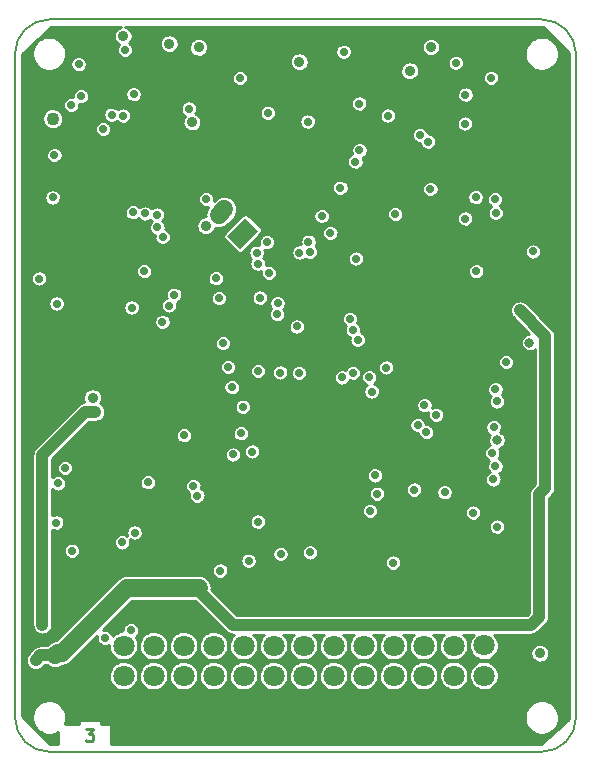
<source format=gbr>
G04 (created by PCBNEW (2013-may-18)-stable) date Čt 25. září 2014, 17:16:29 CEST*
%MOIN*%
G04 Gerber Fmt 3.4, Leading zero omitted, Abs format*
%FSLAX34Y34*%
G01*
G70*
G90*
G04 APERTURE LIST*
%ADD10C,0.00590551*%
%ADD11C,0.00984252*%
%ADD12C,0.06*%
%ADD13C,0.0708661*%
%ADD14R,0.0708661X0.0787*%
%ADD15C,0.0275591*%
%ADD16C,0.0393701*%
%ADD17C,0.0354331*%
%ADD18C,0.0314961*%
%ADD19C,0.0433071*%
%ADD20C,0.0393701*%
%ADD21C,0.0590551*%
G04 APERTURE END LIST*
G54D10*
G54D11*
X2164Y549D02*
X2407Y549D01*
X2276Y399D01*
X2332Y399D01*
X2370Y380D01*
X2389Y361D01*
X2407Y324D01*
X2407Y230D01*
X2389Y193D01*
X2370Y174D01*
X2332Y155D01*
X2220Y155D01*
X2182Y174D01*
X2164Y193D01*
G54D10*
X-196Y944D02*
G75*
G03X944Y-196I1141J0D01*
G74*
G01*
X944Y24212D02*
X17362Y24212D01*
X-196Y944D02*
X-196Y23070D01*
X17362Y-196D02*
X944Y-196D01*
X18503Y23070D02*
X18503Y944D01*
X17362Y-196D02*
G75*
G03X18503Y944I0J1141D01*
G74*
G01*
X944Y24212D02*
G75*
G03X-196Y23070I0J-1141D01*
G74*
G01*
X18503Y23070D02*
G75*
G03X17362Y24212I-1141J0D01*
G74*
G01*
G36*
X7911Y17177D02*
X7298Y16565D01*
X6874Y16989D01*
X7486Y17601D01*
X7911Y17177D01*
X7911Y17177D01*
G37*
G54D12*
X6591Y17696D02*
X6779Y17884D01*
G54D13*
X15433Y3346D03*
X15433Y2342D03*
X15433Y1338D03*
G54D14*
X3425Y1340D03*
G54D13*
X3425Y2340D03*
X4425Y1340D03*
X4425Y2340D03*
X5425Y1340D03*
X5425Y2340D03*
X6425Y1340D03*
X6425Y2340D03*
X7425Y1340D03*
X7425Y2340D03*
X8425Y1340D03*
X8425Y2340D03*
X9425Y1340D03*
X9425Y2340D03*
X10425Y1340D03*
X10425Y2340D03*
X11425Y1340D03*
X11425Y2340D03*
X12425Y1340D03*
X12425Y2340D03*
X3425Y3340D03*
X4425Y3340D03*
X5425Y3340D03*
X6425Y3340D03*
X7425Y3340D03*
X8425Y3340D03*
X9425Y3340D03*
X10425Y3340D03*
X11425Y3340D03*
X12425Y3340D03*
X13425Y1340D03*
X13425Y2340D03*
X13425Y3340D03*
X14425Y1340D03*
X14429Y2342D03*
X14425Y3340D03*
G54D15*
X2799Y3594D03*
X15177Y15818D03*
X11287Y19858D03*
X11169Y16244D03*
X8271Y15763D03*
X10027Y17661D03*
X8232Y21102D03*
G54D16*
X2484Y11137D03*
X720Y4165D03*
G54D17*
X5700Y20791D03*
X4948Y23409D03*
X3409Y23661D03*
G54D15*
X6732Y13425D03*
G54D17*
X6165Y17338D03*
G54D15*
X2744Y20559D03*
X11279Y21409D03*
X6177Y18224D03*
X1921Y22724D03*
X12177Y12610D03*
G54D18*
X15870Y10185D03*
G54D15*
X14122Y8452D03*
X15070Y7775D03*
X5433Y10354D03*
X5748Y8657D03*
X7590Y6169D03*
X12409Y6106D03*
X5881Y8334D03*
X15157Y18287D03*
G54D17*
X17299Y3090D03*
G54D15*
X3377Y6783D03*
G54D19*
X1062Y20905D03*
G54D17*
X12956Y22507D03*
X2389Y11610D03*
X5921Y23279D03*
X9283Y22803D03*
X13669Y23295D03*
G54D15*
X3791Y7110D03*
X4232Y8787D03*
X15830Y17763D03*
X11062Y13870D03*
X15799Y18228D03*
X10976Y14232D03*
X9559Y20807D03*
X4940Y14677D03*
X5114Y15035D03*
X12232Y21011D03*
X4720Y14133D03*
X6909Y12625D03*
X7027Y11956D03*
X17070Y16480D03*
X7066Y9712D03*
X10649Y18602D03*
X5944Y4228D03*
G54D17*
X17480Y3704D03*
G54D15*
X4893Y7645D03*
X8023Y4492D03*
G54D17*
X15692Y20047D03*
G54D15*
X11157Y20381D03*
X11602Y18767D03*
G54D16*
X11287Y15748D03*
G54D15*
X8704Y17948D03*
X7267Y21303D03*
X10141Y22929D03*
X6901Y22751D03*
X4519Y22251D03*
G54D17*
X10594Y17862D03*
G54D19*
X14015Y21437D03*
G54D16*
X12901Y16377D03*
G54D15*
X7244Y13543D03*
X17059Y9267D03*
G54D17*
X1141Y12263D03*
X2342Y20598D03*
G54D15*
X6519Y18704D03*
X1551Y17055D03*
X1192Y15429D03*
X5287Y18547D03*
X5259Y15929D03*
X6192Y16161D03*
X3539Y12437D03*
X5271Y13858D03*
X2893Y13078D03*
X6377Y12755D03*
X1602Y22547D03*
X5767Y11169D03*
X18043Y19771D03*
X16421Y15590D03*
X12972Y14137D03*
G54D17*
X16366Y13559D03*
G54D15*
X16531Y8078D03*
X15354Y13248D03*
X13854Y13259D03*
X15452Y9200D03*
G54D18*
X15870Y11051D03*
G54D15*
X8897Y8307D03*
X9200Y11240D03*
X2125Y10381D03*
X3937Y7992D03*
X3818Y9724D03*
G54D16*
X3779Y5866D03*
X2637Y3149D03*
G54D15*
X11259Y10433D03*
X13098Y12496D03*
X7047Y7637D03*
G54D17*
X9708Y8960D03*
G54D15*
X9614Y7681D03*
X10354Y8771D03*
X4657Y8444D03*
X7165Y8818D03*
X5984Y10708D03*
X12712Y6940D03*
X7106Y6212D03*
X14496Y22767D03*
X4102Y15822D03*
X10759Y23133D03*
X4728Y16964D03*
X7299Y22263D03*
X4551Y17283D03*
X3755Y21720D03*
X4535Y17708D03*
X8208Y16795D03*
X9637Y16464D03*
X9267Y12433D03*
X10314Y17094D03*
X9287Y16444D03*
X7905Y12496D03*
X14799Y20744D03*
X14811Y17574D03*
X11692Y11811D03*
X8657Y6397D03*
X7330Y10421D03*
X7708Y9811D03*
X5598Y21244D03*
G54D17*
X16629Y14515D03*
X17267Y4307D03*
G54D16*
X5925Y5275D03*
X492Y2862D03*
G54D15*
X1240Y8751D03*
X1181Y7440D03*
X610Y15578D03*
X1118Y19696D03*
G54D18*
X16952Y13440D03*
G54D15*
X13846Y11027D03*
X14818Y21708D03*
X15677Y22267D03*
X11641Y7834D03*
X1192Y14744D03*
X1059Y18279D03*
X15866Y7307D03*
X2003Y21657D03*
X7397Y11303D03*
X9641Y6448D03*
X8645Y12444D03*
X3692Y14610D03*
X1677Y21358D03*
X3476Y23196D03*
X3023Y21035D03*
X3732Y17787D03*
X3401Y21007D03*
X4137Y17748D03*
X3661Y3850D03*
X7897Y7476D03*
X15759Y10618D03*
X11228Y13535D03*
X15712Y9755D03*
X10700Y12283D03*
X15870Y11480D03*
X13511Y10456D03*
X15818Y11885D03*
X13224Y10696D03*
X15748Y8881D03*
X11610Y12291D03*
X15818Y9326D03*
X11074Y12433D03*
X1700Y6503D03*
X6645Y5838D03*
X11149Y19476D03*
X9586Y16803D03*
X13566Y20141D03*
X8555Y14755D03*
X13303Y20366D03*
X12476Y17724D03*
X7893Y16074D03*
X6598Y14925D03*
X8539Y14385D03*
X13649Y18562D03*
X7858Y16437D03*
X6496Y15586D03*
X7964Y14940D03*
X9196Y13980D03*
X16173Y12795D03*
X13452Y11354D03*
X1476Y9263D03*
X11811Y9015D03*
X11877Y8405D03*
X13110Y8539D03*
G54D20*
X720Y4165D02*
X720Y4043D01*
X2149Y11137D02*
X2484Y11137D01*
X720Y9708D02*
X2149Y11137D01*
X720Y4043D02*
X720Y9708D01*
X17267Y4307D02*
X17267Y8381D01*
X17480Y13665D02*
X16629Y14515D01*
X17480Y8594D02*
X17480Y13665D01*
X17267Y8381D02*
X17480Y8594D01*
X5830Y5275D02*
X5925Y5275D01*
X7066Y4039D02*
X5830Y5275D01*
X17000Y4039D02*
X7066Y4039D01*
X17267Y4307D02*
X17000Y4039D01*
G54D21*
X3531Y5275D02*
X5925Y5275D01*
X1358Y3102D02*
X3531Y5275D01*
X1224Y3102D02*
X1358Y3102D01*
X1145Y3023D02*
X1224Y3102D01*
G54D20*
X653Y3023D02*
X1145Y3023D01*
X492Y2862D02*
X653Y3023D01*
G54D10*
G36*
X18257Y887D02*
X17931Y588D01*
X17931Y1000D01*
X17931Y23126D01*
X17909Y23236D01*
X17866Y23339D01*
X17805Y23432D01*
X17726Y23511D01*
X17634Y23573D01*
X17531Y23616D01*
X17421Y23639D01*
X17310Y23640D01*
X17200Y23619D01*
X17097Y23577D01*
X17004Y23516D01*
X16924Y23438D01*
X16861Y23346D01*
X16817Y23243D01*
X16794Y23134D01*
X16792Y23023D01*
X16812Y22913D01*
X16853Y22809D01*
X16914Y22715D01*
X16991Y22635D01*
X17083Y22571D01*
X17185Y22527D01*
X17294Y22503D01*
X17406Y22500D01*
X17515Y22520D01*
X17619Y22560D01*
X17714Y22620D01*
X17794Y22697D01*
X17859Y22788D01*
X17904Y22890D01*
X17929Y22999D01*
X17931Y23126D01*
X17931Y1000D01*
X17909Y1110D01*
X17866Y1213D01*
X17812Y1294D01*
X17812Y8594D01*
X17812Y13665D01*
X17809Y13695D01*
X17807Y13726D01*
X17806Y13728D01*
X17806Y13729D01*
X17797Y13759D01*
X17789Y13788D01*
X17788Y13790D01*
X17787Y13792D01*
X17773Y13819D01*
X17759Y13846D01*
X17758Y13847D01*
X17757Y13849D01*
X17737Y13873D01*
X17718Y13897D01*
X17716Y13899D01*
X17716Y13899D01*
X17716Y13899D01*
X17715Y13900D01*
X17344Y14271D01*
X17344Y16507D01*
X17334Y16559D01*
X17313Y16609D01*
X17283Y16654D01*
X17246Y16692D01*
X17201Y16722D01*
X17152Y16742D01*
X17099Y16753D01*
X17045Y16754D01*
X16993Y16744D01*
X16943Y16723D01*
X16898Y16694D01*
X16860Y16657D01*
X16829Y16612D01*
X16808Y16563D01*
X16797Y16510D01*
X16796Y16457D01*
X16806Y16404D01*
X16826Y16354D01*
X16855Y16309D01*
X16892Y16270D01*
X16936Y16240D01*
X16985Y16218D01*
X17038Y16207D01*
X17091Y16206D01*
X17144Y16215D01*
X17194Y16234D01*
X17240Y16263D01*
X17278Y16300D01*
X17309Y16344D01*
X17331Y16393D01*
X17343Y16445D01*
X17344Y16507D01*
X17344Y14271D01*
X16865Y14750D01*
X16814Y14792D01*
X16757Y14822D01*
X16695Y14841D01*
X16631Y14848D01*
X16566Y14842D01*
X16504Y14823D01*
X16446Y14793D01*
X16396Y14752D01*
X16354Y14702D01*
X16323Y14645D01*
X16304Y14583D01*
X16297Y14519D01*
X16302Y14454D01*
X16321Y14392D01*
X16350Y14334D01*
X16391Y14283D01*
X16394Y14280D01*
X16940Y13734D01*
X16926Y13734D01*
X16869Y13723D01*
X16816Y13702D01*
X16768Y13670D01*
X16726Y13630D01*
X16694Y13582D01*
X16671Y13530D01*
X16659Y13473D01*
X16659Y13416D01*
X16669Y13359D01*
X16690Y13306D01*
X16721Y13257D01*
X16761Y13216D01*
X16808Y13183D01*
X16861Y13160D01*
X16917Y13148D01*
X16975Y13147D01*
X17032Y13157D01*
X17085Y13177D01*
X17134Y13208D01*
X17147Y13221D01*
X17147Y8732D01*
X17032Y8617D01*
X17012Y8593D01*
X16993Y8569D01*
X16992Y8568D01*
X16991Y8566D01*
X16976Y8539D01*
X16961Y8512D01*
X16961Y8511D01*
X16960Y8509D01*
X16951Y8480D01*
X16942Y8451D01*
X16942Y8449D01*
X16941Y8447D01*
X16938Y8417D01*
X16935Y8386D01*
X16935Y8383D01*
X16935Y8383D01*
X16935Y8382D01*
X16935Y8381D01*
X16935Y4444D01*
X16862Y4372D01*
X16446Y4372D01*
X16446Y12822D01*
X16436Y12874D01*
X16415Y12924D01*
X16386Y12969D01*
X16348Y13007D01*
X16303Y13037D01*
X16254Y13057D01*
X16201Y13068D01*
X16148Y13069D01*
X16104Y13060D01*
X16104Y17790D01*
X16093Y17843D01*
X16073Y17892D01*
X16043Y17937D01*
X16005Y17975D01*
X15961Y18005D01*
X15959Y18006D01*
X15968Y18011D01*
X16007Y18048D01*
X16038Y18092D01*
X16060Y18141D01*
X16071Y18193D01*
X16072Y18255D01*
X16062Y18307D01*
X16041Y18357D01*
X16012Y18402D01*
X15974Y18440D01*
X15950Y18456D01*
X15950Y22294D01*
X15940Y22347D01*
X15919Y22396D01*
X15890Y22441D01*
X15852Y22479D01*
X15807Y22509D01*
X15758Y22530D01*
X15705Y22541D01*
X15652Y22541D01*
X15599Y22531D01*
X15549Y22511D01*
X15504Y22481D01*
X15466Y22444D01*
X15436Y22400D01*
X15415Y22350D01*
X15403Y22298D01*
X15403Y22244D01*
X15412Y22191D01*
X15432Y22142D01*
X15461Y22096D01*
X15498Y22058D01*
X15543Y22027D01*
X15592Y22006D01*
X15644Y21994D01*
X15698Y21993D01*
X15751Y22002D01*
X15801Y22022D01*
X15846Y22051D01*
X15885Y22088D01*
X15916Y22131D01*
X15938Y22180D01*
X15949Y22233D01*
X15950Y22294D01*
X15950Y18456D01*
X15929Y18470D01*
X15880Y18490D01*
X15827Y18501D01*
X15774Y18502D01*
X15721Y18492D01*
X15671Y18472D01*
X15626Y18442D01*
X15588Y18405D01*
X15558Y18360D01*
X15537Y18311D01*
X15525Y18258D01*
X15525Y18205D01*
X15534Y18152D01*
X15554Y18102D01*
X15583Y18057D01*
X15621Y18018D01*
X15665Y17988D01*
X15670Y17985D01*
X15658Y17978D01*
X15620Y17940D01*
X15589Y17896D01*
X15568Y17846D01*
X15557Y17794D01*
X15556Y17740D01*
X15566Y17687D01*
X15586Y17638D01*
X15615Y17592D01*
X15652Y17554D01*
X15696Y17523D01*
X15745Y17502D01*
X15798Y17490D01*
X15851Y17489D01*
X15904Y17498D01*
X15954Y17518D01*
X15999Y17547D01*
X16038Y17584D01*
X16069Y17627D01*
X16091Y17676D01*
X16103Y17729D01*
X16104Y17790D01*
X16104Y13060D01*
X16095Y13059D01*
X16045Y13038D01*
X16000Y13009D01*
X15962Y12972D01*
X15932Y12927D01*
X15911Y12878D01*
X15899Y12825D01*
X15899Y12772D01*
X15908Y12719D01*
X15928Y12669D01*
X15957Y12624D01*
X15995Y12585D01*
X16039Y12555D01*
X16088Y12533D01*
X16140Y12522D01*
X16194Y12521D01*
X16247Y12530D01*
X16297Y12549D01*
X16342Y12578D01*
X16381Y12615D01*
X16412Y12659D01*
X16434Y12708D01*
X16446Y12760D01*
X16446Y12822D01*
X16446Y4372D01*
X16163Y4372D01*
X16163Y10213D01*
X16152Y10270D01*
X16143Y10290D01*
X16143Y11507D01*
X16133Y11559D01*
X16112Y11609D01*
X16083Y11654D01*
X16045Y11692D01*
X16026Y11705D01*
X16027Y11706D01*
X16057Y11750D01*
X16079Y11799D01*
X16091Y11851D01*
X16092Y11912D01*
X16082Y11965D01*
X16061Y12014D01*
X16031Y12059D01*
X15994Y12097D01*
X15949Y12127D01*
X15900Y12148D01*
X15847Y12159D01*
X15793Y12159D01*
X15741Y12149D01*
X15691Y12129D01*
X15646Y12100D01*
X15608Y12062D01*
X15577Y12018D01*
X15556Y11968D01*
X15545Y11916D01*
X15544Y11862D01*
X15554Y11810D01*
X15574Y11760D01*
X15603Y11715D01*
X15640Y11676D01*
X15663Y11660D01*
X15659Y11657D01*
X15629Y11612D01*
X15608Y11563D01*
X15596Y11510D01*
X15596Y11457D01*
X15605Y11404D01*
X15625Y11354D01*
X15654Y11309D01*
X15691Y11270D01*
X15735Y11240D01*
X15785Y11218D01*
X15837Y11207D01*
X15891Y11206D01*
X15944Y11215D01*
X15994Y11234D01*
X16039Y11263D01*
X16078Y11300D01*
X16109Y11344D01*
X16130Y11393D01*
X16142Y11445D01*
X16143Y11507D01*
X16143Y10290D01*
X16130Y10323D01*
X16098Y10371D01*
X16057Y10412D01*
X16010Y10444D01*
X15980Y10456D01*
X15998Y10482D01*
X16020Y10531D01*
X16032Y10583D01*
X16033Y10644D01*
X16023Y10697D01*
X16002Y10747D01*
X15972Y10791D01*
X15935Y10829D01*
X15890Y10859D01*
X15841Y10880D01*
X15788Y10891D01*
X15734Y10891D01*
X15682Y10881D01*
X15632Y10861D01*
X15587Y10832D01*
X15549Y10794D01*
X15518Y10750D01*
X15497Y10701D01*
X15486Y10648D01*
X15485Y10595D01*
X15495Y10542D01*
X15515Y10492D01*
X15544Y10447D01*
X15581Y10408D01*
X15625Y10378D01*
X15641Y10371D01*
X15611Y10327D01*
X15589Y10274D01*
X15577Y10217D01*
X15576Y10160D01*
X15586Y10103D01*
X15607Y10050D01*
X15629Y10017D01*
X15585Y9999D01*
X15540Y9970D01*
X15501Y9932D01*
X15471Y9888D01*
X15450Y9839D01*
X15450Y15845D01*
X15440Y15898D01*
X15431Y15920D01*
X15431Y18314D01*
X15420Y18366D01*
X15400Y18416D01*
X15370Y18461D01*
X15332Y18499D01*
X15288Y18529D01*
X15238Y18550D01*
X15186Y18560D01*
X15132Y18561D01*
X15092Y18553D01*
X15092Y21735D01*
X15082Y21788D01*
X15061Y21837D01*
X15031Y21882D01*
X14994Y21920D01*
X14949Y21950D01*
X14900Y21971D01*
X14847Y21982D01*
X14793Y21982D01*
X14769Y21977D01*
X14769Y22794D01*
X14759Y22847D01*
X14738Y22896D01*
X14709Y22941D01*
X14671Y22979D01*
X14626Y23009D01*
X14577Y23030D01*
X14524Y23041D01*
X14471Y23041D01*
X14418Y23031D01*
X14368Y23011D01*
X14323Y22981D01*
X14285Y22944D01*
X14255Y22900D01*
X14233Y22850D01*
X14222Y22798D01*
X14222Y22744D01*
X14231Y22691D01*
X14251Y22642D01*
X14280Y22596D01*
X14317Y22558D01*
X14361Y22527D01*
X14411Y22506D01*
X14463Y22494D01*
X14517Y22493D01*
X14570Y22502D01*
X14620Y22522D01*
X14665Y22551D01*
X14704Y22588D01*
X14735Y22631D01*
X14756Y22680D01*
X14768Y22733D01*
X14769Y22794D01*
X14769Y21977D01*
X14741Y21972D01*
X14691Y21952D01*
X14646Y21922D01*
X14608Y21885D01*
X14577Y21841D01*
X14556Y21791D01*
X14545Y21739D01*
X14544Y21685D01*
X14554Y21632D01*
X14574Y21582D01*
X14603Y21537D01*
X14640Y21499D01*
X14684Y21468D01*
X14733Y21447D01*
X14786Y21435D01*
X14839Y21434D01*
X14892Y21443D01*
X14942Y21463D01*
X14988Y21492D01*
X15027Y21529D01*
X15057Y21572D01*
X15079Y21621D01*
X15091Y21674D01*
X15092Y21735D01*
X15092Y18553D01*
X15079Y18551D01*
X15072Y18548D01*
X15072Y20770D01*
X15062Y20823D01*
X15041Y20873D01*
X15012Y20917D01*
X14974Y20955D01*
X14929Y20985D01*
X14880Y21006D01*
X14827Y21017D01*
X14774Y21017D01*
X14721Y21007D01*
X14671Y20987D01*
X14626Y20958D01*
X14588Y20920D01*
X14558Y20876D01*
X14537Y20827D01*
X14525Y20774D01*
X14525Y20721D01*
X14534Y20668D01*
X14554Y20618D01*
X14583Y20573D01*
X14621Y20534D01*
X14665Y20504D01*
X14714Y20482D01*
X14766Y20471D01*
X14820Y20469D01*
X14873Y20479D01*
X14923Y20498D01*
X14968Y20527D01*
X15007Y20564D01*
X15038Y20608D01*
X15060Y20657D01*
X15071Y20709D01*
X15072Y20770D01*
X15072Y18548D01*
X15030Y18531D01*
X14985Y18501D01*
X14946Y18464D01*
X14916Y18419D01*
X14895Y18370D01*
X14884Y18318D01*
X14883Y18264D01*
X14893Y18211D01*
X14912Y18161D01*
X14942Y18116D01*
X14979Y18078D01*
X15023Y18047D01*
X15072Y18025D01*
X15124Y18014D01*
X15178Y18013D01*
X15231Y18022D01*
X15281Y18041D01*
X15326Y18070D01*
X15365Y18107D01*
X15396Y18151D01*
X15418Y18200D01*
X15430Y18252D01*
X15431Y18314D01*
X15431Y15920D01*
X15419Y15947D01*
X15390Y15992D01*
X15352Y16030D01*
X15307Y16060D01*
X15258Y16081D01*
X15205Y16092D01*
X15152Y16092D01*
X15099Y16082D01*
X15084Y16076D01*
X15084Y17601D01*
X15074Y17654D01*
X15053Y17703D01*
X15024Y17748D01*
X14986Y17786D01*
X14941Y17816D01*
X14892Y17837D01*
X14839Y17848D01*
X14786Y17848D01*
X14733Y17838D01*
X14683Y17818D01*
X14638Y17789D01*
X14600Y17751D01*
X14570Y17707D01*
X14548Y17657D01*
X14537Y17605D01*
X14537Y17551D01*
X14546Y17499D01*
X14566Y17449D01*
X14595Y17404D01*
X14632Y17365D01*
X14676Y17334D01*
X14726Y17313D01*
X14778Y17301D01*
X14832Y17300D01*
X14884Y17309D01*
X14934Y17329D01*
X14980Y17358D01*
X15019Y17395D01*
X15050Y17438D01*
X15071Y17488D01*
X15083Y17540D01*
X15084Y17601D01*
X15084Y16076D01*
X15049Y16062D01*
X15004Y16033D01*
X14966Y15995D01*
X14936Y15951D01*
X14915Y15902D01*
X14903Y15849D01*
X14903Y15795D01*
X14912Y15743D01*
X14932Y15693D01*
X14961Y15648D01*
X14998Y15609D01*
X15043Y15578D01*
X15092Y15557D01*
X15144Y15545D01*
X15198Y15544D01*
X15251Y15554D01*
X15301Y15573D01*
X15346Y15602D01*
X15385Y15639D01*
X15416Y15683D01*
X15438Y15732D01*
X15449Y15784D01*
X15450Y15845D01*
X15450Y9839D01*
X15450Y9839D01*
X15439Y9786D01*
X15438Y9732D01*
X15448Y9680D01*
X15468Y9630D01*
X15497Y9585D01*
X15534Y9546D01*
X15578Y9515D01*
X15607Y9503D01*
X15577Y9459D01*
X15556Y9409D01*
X15545Y9357D01*
X15544Y9303D01*
X15554Y9250D01*
X15574Y9201D01*
X15603Y9155D01*
X15629Y9129D01*
X15620Y9125D01*
X15575Y9096D01*
X15537Y9058D01*
X15507Y9014D01*
X15485Y8965D01*
X15474Y8912D01*
X15474Y8858D01*
X15483Y8806D01*
X15503Y8756D01*
X15532Y8711D01*
X15569Y8672D01*
X15613Y8641D01*
X15663Y8620D01*
X15715Y8608D01*
X15769Y8607D01*
X15821Y8617D01*
X15871Y8636D01*
X15917Y8665D01*
X15956Y8702D01*
X15987Y8746D01*
X16008Y8795D01*
X16020Y8847D01*
X16021Y8908D01*
X16011Y8961D01*
X15990Y9010D01*
X15961Y9055D01*
X15937Y9079D01*
X15942Y9081D01*
X15988Y9110D01*
X16027Y9147D01*
X16057Y9190D01*
X16079Y9239D01*
X16091Y9292D01*
X16092Y9353D01*
X16082Y9406D01*
X16061Y9455D01*
X16031Y9500D01*
X15994Y9538D01*
X15949Y9568D01*
X15923Y9579D01*
X15951Y9620D01*
X15973Y9669D01*
X15985Y9721D01*
X15986Y9782D01*
X15975Y9835D01*
X15955Y9884D01*
X15945Y9900D01*
X15949Y9901D01*
X16002Y9921D01*
X16051Y9952D01*
X16093Y9992D01*
X16126Y10039D01*
X16149Y10092D01*
X16162Y10148D01*
X16163Y10213D01*
X16163Y4372D01*
X16139Y4372D01*
X16139Y7333D01*
X16129Y7386D01*
X16108Y7436D01*
X16079Y7480D01*
X16041Y7518D01*
X15996Y7548D01*
X15947Y7569D01*
X15894Y7580D01*
X15841Y7580D01*
X15788Y7570D01*
X15738Y7550D01*
X15693Y7521D01*
X15655Y7483D01*
X15625Y7439D01*
X15604Y7390D01*
X15592Y7337D01*
X15592Y7284D01*
X15601Y7231D01*
X15621Y7181D01*
X15650Y7136D01*
X15687Y7097D01*
X15732Y7067D01*
X15781Y7045D01*
X15833Y7034D01*
X15887Y7032D01*
X15940Y7042D01*
X15990Y7061D01*
X16035Y7090D01*
X16074Y7127D01*
X16105Y7171D01*
X16127Y7220D01*
X16138Y7272D01*
X16139Y7333D01*
X16139Y4372D01*
X15344Y4372D01*
X15344Y7802D01*
X15334Y7855D01*
X15313Y7904D01*
X15283Y7949D01*
X15246Y7987D01*
X15201Y8017D01*
X15152Y8038D01*
X15099Y8049D01*
X15045Y8049D01*
X14993Y8039D01*
X14943Y8019D01*
X14898Y7989D01*
X14860Y7952D01*
X14829Y7908D01*
X14808Y7858D01*
X14797Y7806D01*
X14796Y7752D01*
X14806Y7699D01*
X14826Y7649D01*
X14855Y7604D01*
X14892Y7566D01*
X14936Y7535D01*
X14985Y7514D01*
X15038Y7502D01*
X15091Y7501D01*
X15144Y7510D01*
X15194Y7530D01*
X15240Y7558D01*
X15278Y7595D01*
X15309Y7639D01*
X15331Y7688D01*
X15343Y7741D01*
X15344Y7802D01*
X15344Y4372D01*
X14395Y4372D01*
X14395Y8479D01*
X14385Y8532D01*
X14364Y8581D01*
X14335Y8626D01*
X14297Y8664D01*
X14252Y8694D01*
X14203Y8715D01*
X14150Y8726D01*
X14120Y8726D01*
X14120Y11054D01*
X14109Y11107D01*
X14089Y11156D01*
X14059Y11201D01*
X14021Y11239D01*
X13982Y11265D01*
X13982Y23325D01*
X13970Y23386D01*
X13946Y23442D01*
X13913Y23494D01*
X13869Y23537D01*
X13818Y23571D01*
X13762Y23595D01*
X13702Y23608D01*
X13640Y23608D01*
X13580Y23596D01*
X13523Y23573D01*
X13472Y23540D01*
X13428Y23497D01*
X13393Y23446D01*
X13369Y23390D01*
X13356Y23330D01*
X13355Y23268D01*
X13366Y23208D01*
X13389Y23151D01*
X13422Y23099D01*
X13465Y23055D01*
X13515Y23020D01*
X13572Y22996D01*
X13632Y22982D01*
X13693Y22981D01*
X13753Y22992D01*
X13811Y23014D01*
X13862Y23047D01*
X13907Y23089D01*
X13942Y23139D01*
X13967Y23196D01*
X13981Y23255D01*
X13982Y23325D01*
X13982Y11265D01*
X13977Y11269D01*
X13927Y11290D01*
X13923Y11291D01*
X13923Y18589D01*
X13912Y18642D01*
X13892Y18692D01*
X13862Y18736D01*
X13840Y18759D01*
X13840Y20168D01*
X13830Y20221D01*
X13809Y20270D01*
X13779Y20315D01*
X13742Y20353D01*
X13697Y20383D01*
X13648Y20404D01*
X13595Y20415D01*
X13572Y20415D01*
X13566Y20445D01*
X13545Y20495D01*
X13516Y20539D01*
X13478Y20577D01*
X13433Y20607D01*
X13384Y20628D01*
X13331Y20639D01*
X13278Y20639D01*
X13269Y20638D01*
X13269Y22538D01*
X13257Y22598D01*
X13234Y22655D01*
X13200Y22706D01*
X13157Y22750D01*
X13106Y22784D01*
X13049Y22808D01*
X12989Y22820D01*
X12928Y22821D01*
X12867Y22809D01*
X12810Y22786D01*
X12759Y22752D01*
X12715Y22710D01*
X12681Y22659D01*
X12656Y22602D01*
X12644Y22542D01*
X12643Y22481D01*
X12654Y22421D01*
X12676Y22364D01*
X12710Y22312D01*
X12752Y22268D01*
X12803Y22233D01*
X12859Y22208D01*
X12919Y22195D01*
X12980Y22194D01*
X13041Y22204D01*
X13098Y22227D01*
X13150Y22260D01*
X13194Y22302D01*
X13230Y22352D01*
X13255Y22408D01*
X13268Y22468D01*
X13269Y22538D01*
X13269Y20638D01*
X13225Y20629D01*
X13175Y20609D01*
X13130Y20580D01*
X13092Y20542D01*
X13062Y20498D01*
X13041Y20449D01*
X13029Y20396D01*
X13029Y20343D01*
X13038Y20290D01*
X13058Y20240D01*
X13087Y20195D01*
X13124Y20156D01*
X13169Y20126D01*
X13218Y20104D01*
X13270Y20093D01*
X13297Y20092D01*
X13302Y20065D01*
X13322Y20016D01*
X13351Y19970D01*
X13388Y19932D01*
X13432Y19901D01*
X13481Y19880D01*
X13534Y19868D01*
X13588Y19867D01*
X13640Y19876D01*
X13690Y19896D01*
X13736Y19925D01*
X13775Y19962D01*
X13805Y20005D01*
X13827Y20054D01*
X13839Y20107D01*
X13840Y20168D01*
X13840Y18759D01*
X13824Y18774D01*
X13780Y18804D01*
X13730Y18825D01*
X13678Y18836D01*
X13624Y18836D01*
X13571Y18826D01*
X13522Y18806D01*
X13477Y18777D01*
X13438Y18739D01*
X13408Y18695D01*
X13387Y18646D01*
X13376Y18593D01*
X13375Y18539D01*
X13385Y18487D01*
X13405Y18437D01*
X13434Y18392D01*
X13471Y18353D01*
X13515Y18322D01*
X13564Y18301D01*
X13617Y18289D01*
X13670Y18288D01*
X13723Y18298D01*
X13773Y18317D01*
X13818Y18346D01*
X13857Y18383D01*
X13888Y18427D01*
X13910Y18476D01*
X13922Y18528D01*
X13923Y18589D01*
X13923Y11291D01*
X13875Y11300D01*
X13821Y11301D01*
X13768Y11291D01*
X13719Y11271D01*
X13713Y11267D01*
X13725Y11319D01*
X13726Y11381D01*
X13715Y11433D01*
X13695Y11483D01*
X13665Y11528D01*
X13628Y11566D01*
X13583Y11596D01*
X13534Y11616D01*
X13481Y11627D01*
X13427Y11628D01*
X13375Y11618D01*
X13325Y11597D01*
X13280Y11568D01*
X13242Y11531D01*
X13211Y11486D01*
X13190Y11437D01*
X13179Y11384D01*
X13178Y11331D01*
X13188Y11278D01*
X13208Y11228D01*
X13237Y11183D01*
X13274Y11144D01*
X13318Y11114D01*
X13367Y11092D01*
X13420Y11081D01*
X13473Y11080D01*
X13526Y11089D01*
X13576Y11108D01*
X13586Y11114D01*
X13584Y11110D01*
X13573Y11058D01*
X13572Y11004D01*
X13582Y10951D01*
X13601Y10901D01*
X13630Y10856D01*
X13668Y10818D01*
X13712Y10787D01*
X13761Y10766D01*
X13813Y10754D01*
X13867Y10753D01*
X13920Y10762D01*
X13970Y10782D01*
X14015Y10810D01*
X14054Y10847D01*
X14085Y10891D01*
X14107Y10940D01*
X14119Y10993D01*
X14120Y11054D01*
X14120Y8726D01*
X14097Y8726D01*
X14044Y8716D01*
X13994Y8696D01*
X13949Y8667D01*
X13911Y8629D01*
X13881Y8585D01*
X13859Y8535D01*
X13848Y8483D01*
X13848Y8429D01*
X13857Y8376D01*
X13877Y8327D01*
X13906Y8281D01*
X13943Y8243D01*
X13987Y8212D01*
X14037Y8191D01*
X14089Y8179D01*
X14143Y8178D01*
X14195Y8187D01*
X14246Y8207D01*
X14291Y8236D01*
X14330Y8273D01*
X14361Y8316D01*
X14382Y8365D01*
X14394Y8418D01*
X14395Y8479D01*
X14395Y4372D01*
X13785Y4372D01*
X13785Y10483D01*
X13775Y10536D01*
X13754Y10585D01*
X13724Y10630D01*
X13687Y10668D01*
X13642Y10698D01*
X13593Y10719D01*
X13540Y10730D01*
X13496Y10730D01*
X13487Y10776D01*
X13467Y10825D01*
X13437Y10870D01*
X13399Y10908D01*
X13355Y10938D01*
X13305Y10959D01*
X13253Y10970D01*
X13199Y10970D01*
X13146Y10960D01*
X13097Y10940D01*
X13052Y10911D01*
X13013Y10873D01*
X12983Y10829D01*
X12962Y10779D01*
X12951Y10727D01*
X12950Y10673D01*
X12960Y10621D01*
X12979Y10571D01*
X13008Y10526D01*
X13046Y10487D01*
X13090Y10456D01*
X13139Y10435D01*
X13191Y10423D01*
X13239Y10422D01*
X13247Y10380D01*
X13267Y10331D01*
X13296Y10285D01*
X13333Y10247D01*
X13377Y10216D01*
X13426Y10195D01*
X13479Y10183D01*
X13532Y10182D01*
X13585Y10191D01*
X13635Y10211D01*
X13681Y10240D01*
X13719Y10277D01*
X13750Y10320D01*
X13772Y10369D01*
X13784Y10422D01*
X13785Y10483D01*
X13785Y4372D01*
X13383Y4372D01*
X13383Y8566D01*
X13373Y8618D01*
X13352Y8668D01*
X13323Y8713D01*
X13285Y8751D01*
X13241Y8781D01*
X13191Y8802D01*
X13138Y8812D01*
X13085Y8813D01*
X13032Y8803D01*
X12982Y8783D01*
X12937Y8753D01*
X12899Y8716D01*
X12869Y8671D01*
X12848Y8622D01*
X12837Y8570D01*
X12836Y8516D01*
X12845Y8463D01*
X12865Y8413D01*
X12894Y8368D01*
X12932Y8329D01*
X12976Y8299D01*
X13025Y8277D01*
X13077Y8266D01*
X13131Y8265D01*
X13184Y8274D01*
X13234Y8293D01*
X13279Y8322D01*
X13318Y8359D01*
X13349Y8403D01*
X13371Y8452D01*
X13383Y8504D01*
X13383Y8566D01*
X13383Y4372D01*
X12750Y4372D01*
X12750Y17751D01*
X12739Y17803D01*
X12719Y17853D01*
X12689Y17898D01*
X12651Y17936D01*
X12607Y17966D01*
X12557Y17987D01*
X12505Y17997D01*
X12505Y21038D01*
X12495Y21091D01*
X12475Y21140D01*
X12445Y21185D01*
X12407Y21223D01*
X12363Y21253D01*
X12313Y21274D01*
X12261Y21285D01*
X12207Y21285D01*
X12154Y21275D01*
X12104Y21255D01*
X12060Y21226D01*
X12021Y21188D01*
X11991Y21144D01*
X11970Y21094D01*
X11959Y21042D01*
X11958Y20988D01*
X11967Y20936D01*
X11987Y20886D01*
X12016Y20841D01*
X12054Y20802D01*
X12098Y20771D01*
X12147Y20750D01*
X12199Y20738D01*
X12253Y20737D01*
X12306Y20746D01*
X12356Y20766D01*
X12401Y20795D01*
X12440Y20832D01*
X12471Y20876D01*
X12493Y20925D01*
X12505Y20977D01*
X12505Y21038D01*
X12505Y17997D01*
X12505Y17997D01*
X12451Y17998D01*
X12398Y17988D01*
X12348Y17968D01*
X12304Y17938D01*
X12265Y17901D01*
X12235Y17856D01*
X12214Y17807D01*
X12203Y17755D01*
X12202Y17701D01*
X12212Y17648D01*
X12231Y17598D01*
X12260Y17553D01*
X12298Y17515D01*
X12342Y17484D01*
X12391Y17462D01*
X12443Y17451D01*
X12497Y17450D01*
X12550Y17459D01*
X12600Y17478D01*
X12645Y17507D01*
X12684Y17544D01*
X12715Y17588D01*
X12737Y17637D01*
X12749Y17689D01*
X12750Y17751D01*
X12750Y4372D01*
X12683Y4372D01*
X12683Y6133D01*
X12672Y6185D01*
X12652Y6235D01*
X12622Y6280D01*
X12584Y6318D01*
X12540Y6348D01*
X12490Y6368D01*
X12450Y6377D01*
X12450Y12637D01*
X12440Y12689D01*
X12419Y12739D01*
X12390Y12784D01*
X12352Y12822D01*
X12307Y12852D01*
X12258Y12872D01*
X12205Y12883D01*
X12152Y12884D01*
X12099Y12873D01*
X12049Y12853D01*
X12004Y12824D01*
X11966Y12786D01*
X11936Y12742D01*
X11915Y12693D01*
X11903Y12640D01*
X11903Y12587D01*
X11912Y12534D01*
X11932Y12484D01*
X11961Y12439D01*
X11998Y12400D01*
X12043Y12370D01*
X12092Y12348D01*
X12144Y12337D01*
X12198Y12336D01*
X12251Y12345D01*
X12301Y12364D01*
X12346Y12393D01*
X12385Y12430D01*
X12416Y12474D01*
X12438Y12523D01*
X12449Y12575D01*
X12450Y12637D01*
X12450Y6377D01*
X12438Y6379D01*
X12384Y6380D01*
X12331Y6370D01*
X12282Y6349D01*
X12237Y6320D01*
X12198Y6283D01*
X12168Y6238D01*
X12151Y6199D01*
X12151Y8432D01*
X12141Y8484D01*
X12120Y8534D01*
X12091Y8579D01*
X12084Y8585D01*
X12084Y9042D01*
X12074Y9095D01*
X12053Y9144D01*
X12024Y9189D01*
X11986Y9227D01*
X11966Y9240D01*
X11966Y11837D01*
X11956Y11890D01*
X11935Y11940D01*
X11905Y11984D01*
X11868Y12022D01*
X11823Y12052D01*
X11776Y12072D01*
X11779Y12074D01*
X11818Y12111D01*
X11849Y12155D01*
X11871Y12204D01*
X11883Y12256D01*
X11883Y12318D01*
X11873Y12370D01*
X11852Y12420D01*
X11823Y12465D01*
X11785Y12503D01*
X11741Y12533D01*
X11691Y12553D01*
X11638Y12564D01*
X11585Y12565D01*
X11561Y12560D01*
X11561Y19885D01*
X11553Y19924D01*
X11553Y21436D01*
X11542Y21488D01*
X11522Y21538D01*
X11492Y21583D01*
X11454Y21621D01*
X11410Y21651D01*
X11360Y21672D01*
X11308Y21682D01*
X11254Y21683D01*
X11201Y21673D01*
X11152Y21653D01*
X11107Y21623D01*
X11068Y21586D01*
X11038Y21541D01*
X11033Y21529D01*
X11033Y23160D01*
X11023Y23213D01*
X11002Y23262D01*
X10972Y23307D01*
X10935Y23345D01*
X10890Y23375D01*
X10841Y23396D01*
X10788Y23407D01*
X10734Y23407D01*
X10682Y23397D01*
X10632Y23377D01*
X10587Y23348D01*
X10549Y23310D01*
X10518Y23266D01*
X10497Y23216D01*
X10486Y23164D01*
X10485Y23110D01*
X10495Y23058D01*
X10515Y23008D01*
X10544Y22963D01*
X10581Y22924D01*
X10625Y22893D01*
X10674Y22872D01*
X10727Y22860D01*
X10780Y22859D01*
X10833Y22869D01*
X10883Y22888D01*
X10929Y22917D01*
X10967Y22954D01*
X10998Y22998D01*
X11020Y23047D01*
X11032Y23099D01*
X11033Y23160D01*
X11033Y21529D01*
X11017Y21492D01*
X11006Y21440D01*
X11005Y21386D01*
X11015Y21333D01*
X11034Y21283D01*
X11064Y21238D01*
X11101Y21200D01*
X11145Y21169D01*
X11194Y21147D01*
X11246Y21136D01*
X11300Y21135D01*
X11353Y21144D01*
X11403Y21164D01*
X11448Y21192D01*
X11487Y21229D01*
X11518Y21273D01*
X11540Y21322D01*
X11552Y21374D01*
X11553Y21436D01*
X11553Y19924D01*
X11550Y19937D01*
X11530Y19987D01*
X11500Y20032D01*
X11462Y20070D01*
X11418Y20100D01*
X11368Y20120D01*
X11316Y20131D01*
X11262Y20132D01*
X11209Y20122D01*
X11160Y20101D01*
X11115Y20072D01*
X11076Y20034D01*
X11046Y19990D01*
X11025Y19941D01*
X11014Y19888D01*
X11013Y19835D01*
X11023Y19782D01*
X11042Y19732D01*
X11045Y19729D01*
X11022Y19720D01*
X10977Y19690D01*
X10938Y19653D01*
X10908Y19608D01*
X10887Y19559D01*
X10876Y19507D01*
X10875Y19453D01*
X10885Y19400D01*
X10905Y19350D01*
X10934Y19305D01*
X10971Y19266D01*
X11015Y19236D01*
X11064Y19214D01*
X11117Y19203D01*
X11170Y19202D01*
X11223Y19211D01*
X11273Y19230D01*
X11318Y19259D01*
X11357Y19296D01*
X11388Y19340D01*
X11410Y19389D01*
X11422Y19441D01*
X11423Y19503D01*
X11412Y19555D01*
X11392Y19605D01*
X11392Y19605D01*
X11411Y19612D01*
X11456Y19641D01*
X11495Y19678D01*
X11526Y19722D01*
X11548Y19771D01*
X11560Y19823D01*
X11561Y19885D01*
X11561Y12560D01*
X11532Y12555D01*
X11501Y12542D01*
X11501Y13562D01*
X11491Y13614D01*
X11471Y13664D01*
X11442Y13706D01*
X11442Y16270D01*
X11432Y16323D01*
X11412Y16373D01*
X11382Y16417D01*
X11344Y16455D01*
X11300Y16485D01*
X11250Y16506D01*
X11198Y16517D01*
X11144Y16517D01*
X11091Y16507D01*
X11041Y16487D01*
X10997Y16458D01*
X10958Y16420D01*
X10928Y16376D01*
X10923Y16364D01*
X10923Y18629D01*
X10912Y18681D01*
X10892Y18731D01*
X10862Y18776D01*
X10824Y18814D01*
X10780Y18844D01*
X10730Y18865D01*
X10678Y18875D01*
X10624Y18876D01*
X10571Y18866D01*
X10522Y18846D01*
X10477Y18816D01*
X10438Y18779D01*
X10408Y18734D01*
X10387Y18685D01*
X10376Y18633D01*
X10375Y18579D01*
X10385Y18526D01*
X10405Y18476D01*
X10434Y18431D01*
X10471Y18392D01*
X10515Y18362D01*
X10564Y18340D01*
X10617Y18329D01*
X10670Y18328D01*
X10723Y18337D01*
X10773Y18356D01*
X10818Y18385D01*
X10857Y18422D01*
X10888Y18466D01*
X10910Y18515D01*
X10922Y18567D01*
X10923Y18629D01*
X10923Y16364D01*
X10907Y16327D01*
X10896Y16274D01*
X10895Y16221D01*
X10904Y16168D01*
X10924Y16118D01*
X10953Y16073D01*
X10991Y16034D01*
X11035Y16004D01*
X11084Y15982D01*
X11136Y15971D01*
X11190Y15969D01*
X11243Y15979D01*
X11293Y15998D01*
X11338Y16027D01*
X11377Y16064D01*
X11408Y16108D01*
X11430Y16157D01*
X11442Y16209D01*
X11442Y16270D01*
X11442Y13706D01*
X11441Y13709D01*
X11403Y13747D01*
X11359Y13777D01*
X11325Y13791D01*
X11335Y13835D01*
X11336Y13896D01*
X11326Y13949D01*
X11305Y13999D01*
X11276Y14043D01*
X11238Y14081D01*
X11215Y14097D01*
X11237Y14145D01*
X11249Y14197D01*
X11250Y14259D01*
X11239Y14311D01*
X11219Y14361D01*
X11189Y14406D01*
X11151Y14444D01*
X11107Y14474D01*
X11057Y14494D01*
X11005Y14505D01*
X10951Y14506D01*
X10898Y14496D01*
X10848Y14475D01*
X10804Y14446D01*
X10765Y14409D01*
X10735Y14364D01*
X10714Y14315D01*
X10703Y14262D01*
X10702Y14209D01*
X10712Y14156D01*
X10731Y14106D01*
X10760Y14061D01*
X10798Y14022D01*
X10823Y14005D01*
X10822Y14002D01*
X10800Y13953D01*
X10789Y13900D01*
X10789Y13847D01*
X10798Y13794D01*
X10818Y13744D01*
X10847Y13699D01*
X10884Y13660D01*
X10928Y13630D01*
X10965Y13614D01*
X10955Y13566D01*
X10954Y13512D01*
X10964Y13459D01*
X10983Y13409D01*
X11012Y13364D01*
X11050Y13326D01*
X11094Y13295D01*
X11143Y13273D01*
X11195Y13262D01*
X11249Y13261D01*
X11302Y13270D01*
X11352Y13290D01*
X11397Y13318D01*
X11436Y13355D01*
X11467Y13399D01*
X11489Y13448D01*
X11501Y13500D01*
X11501Y13562D01*
X11501Y12542D01*
X11482Y12534D01*
X11437Y12505D01*
X11399Y12468D01*
X11369Y12423D01*
X11348Y12375D01*
X11348Y12459D01*
X11338Y12512D01*
X11317Y12562D01*
X11287Y12606D01*
X11250Y12644D01*
X11205Y12674D01*
X11156Y12695D01*
X11103Y12706D01*
X11049Y12706D01*
X10997Y12696D01*
X10947Y12676D01*
X10902Y12647D01*
X10864Y12609D01*
X10833Y12565D01*
X10818Y12530D01*
X10782Y12546D01*
X10729Y12556D01*
X10675Y12557D01*
X10623Y12547D01*
X10588Y12533D01*
X10588Y17121D01*
X10578Y17173D01*
X10557Y17223D01*
X10528Y17268D01*
X10490Y17306D01*
X10445Y17336D01*
X10396Y17357D01*
X10343Y17367D01*
X10301Y17368D01*
X10301Y17688D01*
X10290Y17740D01*
X10270Y17790D01*
X10240Y17835D01*
X10202Y17873D01*
X10158Y17903D01*
X10108Y17924D01*
X10056Y17934D01*
X10002Y17935D01*
X9949Y17925D01*
X9900Y17905D01*
X9855Y17875D01*
X9832Y17853D01*
X9832Y20833D01*
X9822Y20886D01*
X9801Y20936D01*
X9772Y20980D01*
X9734Y21018D01*
X9689Y21048D01*
X9640Y21069D01*
X9596Y21078D01*
X9596Y22833D01*
X9584Y22894D01*
X9561Y22950D01*
X9527Y23001D01*
X9483Y23045D01*
X9433Y23079D01*
X9376Y23103D01*
X9316Y23115D01*
X9254Y23116D01*
X9194Y23104D01*
X9137Y23081D01*
X9086Y23048D01*
X9042Y23005D01*
X9007Y22954D01*
X8983Y22898D01*
X8970Y22838D01*
X8970Y22776D01*
X8981Y22716D01*
X9003Y22659D01*
X9036Y22607D01*
X9079Y22563D01*
X9130Y22528D01*
X9186Y22504D01*
X9246Y22490D01*
X9307Y22489D01*
X9368Y22500D01*
X9425Y22522D01*
X9477Y22555D01*
X9521Y22597D01*
X9556Y22647D01*
X9581Y22703D01*
X9595Y22763D01*
X9596Y22833D01*
X9596Y21078D01*
X9587Y21080D01*
X9534Y21080D01*
X9481Y21070D01*
X9431Y21050D01*
X9386Y21021D01*
X9348Y20983D01*
X9318Y20939D01*
X9296Y20890D01*
X9285Y20837D01*
X9285Y20784D01*
X9294Y20731D01*
X9314Y20681D01*
X9343Y20636D01*
X9380Y20597D01*
X9424Y20567D01*
X9474Y20545D01*
X9526Y20534D01*
X9580Y20532D01*
X9632Y20542D01*
X9683Y20561D01*
X9728Y20590D01*
X9767Y20627D01*
X9798Y20671D01*
X9819Y20720D01*
X9831Y20772D01*
X9832Y20833D01*
X9832Y17853D01*
X9816Y17838D01*
X9786Y17793D01*
X9765Y17744D01*
X9754Y17692D01*
X9753Y17638D01*
X9763Y17585D01*
X9783Y17535D01*
X9812Y17490D01*
X9849Y17452D01*
X9893Y17421D01*
X9942Y17399D01*
X9995Y17388D01*
X10048Y17387D01*
X10101Y17396D01*
X10151Y17416D01*
X10196Y17444D01*
X10235Y17481D01*
X10266Y17525D01*
X10288Y17574D01*
X10300Y17626D01*
X10301Y17688D01*
X10301Y17368D01*
X10290Y17368D01*
X10237Y17358D01*
X10187Y17338D01*
X10142Y17308D01*
X10104Y17271D01*
X10074Y17226D01*
X10052Y17177D01*
X10041Y17125D01*
X10040Y17071D01*
X10050Y17018D01*
X10070Y16968D01*
X10099Y16923D01*
X10136Y16885D01*
X10180Y16854D01*
X10229Y16832D01*
X10282Y16821D01*
X10336Y16820D01*
X10388Y16829D01*
X10438Y16849D01*
X10484Y16877D01*
X10523Y16914D01*
X10554Y16958D01*
X10575Y17007D01*
X10587Y17060D01*
X10588Y17121D01*
X10588Y12533D01*
X10573Y12527D01*
X10528Y12497D01*
X10490Y12460D01*
X10459Y12415D01*
X10438Y12366D01*
X10427Y12314D01*
X10426Y12260D01*
X10436Y12207D01*
X10456Y12157D01*
X10485Y12112D01*
X10522Y12074D01*
X10566Y12043D01*
X10615Y12021D01*
X10668Y12010D01*
X10721Y12009D01*
X10774Y12018D01*
X10824Y12038D01*
X10870Y12066D01*
X10908Y12103D01*
X10939Y12147D01*
X10956Y12185D01*
X10989Y12171D01*
X11042Y12160D01*
X11095Y12158D01*
X11148Y12168D01*
X11198Y12187D01*
X11244Y12216D01*
X11282Y12253D01*
X11313Y12297D01*
X11335Y12346D01*
X11347Y12398D01*
X11348Y12459D01*
X11348Y12375D01*
X11348Y12374D01*
X11337Y12321D01*
X11336Y12268D01*
X11345Y12215D01*
X11365Y12165D01*
X11394Y12120D01*
X11432Y12081D01*
X11476Y12051D01*
X11525Y12029D01*
X11527Y12029D01*
X11520Y12025D01*
X11482Y11987D01*
X11451Y11943D01*
X11430Y11894D01*
X11419Y11841D01*
X11418Y11788D01*
X11428Y11735D01*
X11448Y11685D01*
X11477Y11640D01*
X11514Y11601D01*
X11558Y11571D01*
X11607Y11549D01*
X11660Y11538D01*
X11714Y11536D01*
X11766Y11546D01*
X11816Y11565D01*
X11862Y11594D01*
X11901Y11631D01*
X11931Y11675D01*
X11953Y11724D01*
X11965Y11776D01*
X11966Y11837D01*
X11966Y9240D01*
X11941Y9257D01*
X11892Y9278D01*
X11839Y9289D01*
X11786Y9289D01*
X11733Y9279D01*
X11683Y9259D01*
X11638Y9230D01*
X11600Y9192D01*
X11570Y9148D01*
X11548Y9098D01*
X11537Y9046D01*
X11537Y8992D01*
X11546Y8939D01*
X11566Y8890D01*
X11595Y8844D01*
X11632Y8806D01*
X11676Y8775D01*
X11726Y8754D01*
X11778Y8742D01*
X11832Y8741D01*
X11884Y8750D01*
X11934Y8770D01*
X11980Y8799D01*
X12019Y8836D01*
X12050Y8879D01*
X12071Y8928D01*
X12083Y8981D01*
X12084Y9042D01*
X12084Y8585D01*
X12053Y8617D01*
X12008Y8647D01*
X11959Y8668D01*
X11906Y8678D01*
X11853Y8679D01*
X11800Y8669D01*
X11750Y8649D01*
X11705Y8619D01*
X11667Y8582D01*
X11637Y8537D01*
X11615Y8488D01*
X11604Y8436D01*
X11603Y8382D01*
X11613Y8329D01*
X11633Y8279D01*
X11662Y8234D01*
X11699Y8196D01*
X11743Y8165D01*
X11792Y8144D01*
X11845Y8132D01*
X11899Y8131D01*
X11951Y8140D01*
X12001Y8160D01*
X12047Y8188D01*
X12086Y8225D01*
X12117Y8269D01*
X12138Y8318D01*
X12150Y8371D01*
X12151Y8432D01*
X12151Y6199D01*
X12147Y6189D01*
X12136Y6136D01*
X12135Y6083D01*
X12145Y6030D01*
X12164Y5980D01*
X12193Y5935D01*
X12231Y5896D01*
X12275Y5866D01*
X12324Y5844D01*
X12376Y5833D01*
X12430Y5832D01*
X12483Y5841D01*
X12533Y5860D01*
X12578Y5889D01*
X12617Y5926D01*
X12648Y5970D01*
X12670Y6019D01*
X12682Y6071D01*
X12683Y6133D01*
X12683Y4372D01*
X11915Y4372D01*
X11915Y7861D01*
X11904Y7914D01*
X11884Y7963D01*
X11854Y8008D01*
X11816Y8046D01*
X11772Y8076D01*
X11723Y8097D01*
X11670Y8108D01*
X11616Y8108D01*
X11564Y8098D01*
X11514Y8078D01*
X11469Y8048D01*
X11431Y8011D01*
X11400Y7967D01*
X11379Y7917D01*
X11368Y7865D01*
X11367Y7811D01*
X11377Y7758D01*
X11397Y7708D01*
X11426Y7663D01*
X11463Y7625D01*
X11507Y7594D01*
X11556Y7573D01*
X11609Y7561D01*
X11662Y7560D01*
X11715Y7569D01*
X11765Y7589D01*
X11811Y7617D01*
X11849Y7654D01*
X11880Y7698D01*
X11902Y7747D01*
X11914Y7800D01*
X11915Y7861D01*
X11915Y4372D01*
X9915Y4372D01*
X9915Y6475D01*
X9911Y6495D01*
X9911Y16491D01*
X9901Y16544D01*
X9880Y16593D01*
X9850Y16638D01*
X9824Y16665D01*
X9825Y16667D01*
X9847Y16716D01*
X9859Y16768D01*
X9860Y16829D01*
X9849Y16882D01*
X9829Y16932D01*
X9799Y16976D01*
X9761Y17014D01*
X9717Y17045D01*
X9667Y17065D01*
X9615Y17076D01*
X9561Y17076D01*
X9508Y17066D01*
X9459Y17046D01*
X9414Y17017D01*
X9375Y16979D01*
X9345Y16935D01*
X9324Y16886D01*
X9313Y16833D01*
X9312Y16780D01*
X9322Y16727D01*
X9326Y16716D01*
X9316Y16718D01*
X9262Y16718D01*
X9209Y16708D01*
X9160Y16688D01*
X9115Y16659D01*
X9076Y16621D01*
X9046Y16577D01*
X9025Y16528D01*
X9014Y16475D01*
X9013Y16421D01*
X9023Y16369D01*
X9042Y16319D01*
X9071Y16274D01*
X9109Y16235D01*
X9153Y16204D01*
X9202Y16183D01*
X9254Y16171D01*
X9308Y16170D01*
X9361Y16180D01*
X9411Y16199D01*
X9456Y16228D01*
X9474Y16244D01*
X9503Y16224D01*
X9552Y16203D01*
X9605Y16191D01*
X9658Y16190D01*
X9711Y16199D01*
X9761Y16219D01*
X9807Y16247D01*
X9845Y16284D01*
X9876Y16328D01*
X9898Y16377D01*
X9910Y16430D01*
X9911Y16491D01*
X9911Y6495D01*
X9904Y6528D01*
X9884Y6577D01*
X9854Y6622D01*
X9816Y6660D01*
X9772Y6690D01*
X9723Y6711D01*
X9670Y6722D01*
X9616Y6722D01*
X9564Y6712D01*
X9541Y6703D01*
X9541Y12459D01*
X9530Y12512D01*
X9510Y12562D01*
X9480Y12606D01*
X9470Y12617D01*
X9470Y14007D01*
X9460Y14059D01*
X9439Y14109D01*
X9409Y14154D01*
X9372Y14192D01*
X9327Y14222D01*
X9278Y14242D01*
X9225Y14253D01*
X9171Y14254D01*
X9119Y14244D01*
X9069Y14223D01*
X9024Y14194D01*
X8986Y14157D01*
X8955Y14112D01*
X8934Y14063D01*
X8923Y14010D01*
X8922Y13957D01*
X8932Y13904D01*
X8952Y13854D01*
X8981Y13809D01*
X9018Y13770D01*
X9062Y13740D01*
X9111Y13718D01*
X9164Y13707D01*
X9217Y13706D01*
X9270Y13715D01*
X9320Y13734D01*
X9366Y13763D01*
X9404Y13800D01*
X9435Y13844D01*
X9457Y13893D01*
X9469Y13945D01*
X9470Y14007D01*
X9470Y12617D01*
X9442Y12644D01*
X9398Y12674D01*
X9349Y12695D01*
X9296Y12706D01*
X9242Y12706D01*
X9190Y12696D01*
X9140Y12676D01*
X9095Y12647D01*
X9057Y12609D01*
X9026Y12565D01*
X9005Y12516D01*
X8994Y12463D01*
X8993Y12410D01*
X9003Y12357D01*
X9023Y12307D01*
X9052Y12262D01*
X9089Y12223D01*
X9133Y12193D01*
X9182Y12171D01*
X9235Y12160D01*
X9288Y12158D01*
X9341Y12168D01*
X9391Y12187D01*
X9436Y12216D01*
X9475Y12253D01*
X9506Y12297D01*
X9528Y12346D01*
X9540Y12398D01*
X9541Y12459D01*
X9541Y6703D01*
X9514Y6692D01*
X9469Y6663D01*
X9431Y6625D01*
X9400Y6581D01*
X9379Y6531D01*
X9368Y6479D01*
X9367Y6425D01*
X9377Y6373D01*
X9397Y6323D01*
X9426Y6278D01*
X9463Y6239D01*
X9507Y6208D01*
X9556Y6187D01*
X9609Y6175D01*
X9662Y6174D01*
X9715Y6184D01*
X9765Y6203D01*
X9811Y6232D01*
X9849Y6269D01*
X9880Y6313D01*
X9902Y6362D01*
X9914Y6414D01*
X9915Y6475D01*
X9915Y4372D01*
X8931Y4372D01*
X8931Y6424D01*
X8920Y6477D01*
X8919Y6480D01*
X8919Y12471D01*
X8908Y12524D01*
X8888Y12573D01*
X8858Y12618D01*
X8828Y12648D01*
X8828Y14782D01*
X8818Y14835D01*
X8797Y14884D01*
X8768Y14929D01*
X8730Y14967D01*
X8685Y14997D01*
X8636Y15018D01*
X8583Y15029D01*
X8545Y15029D01*
X8545Y15790D01*
X8534Y15843D01*
X8514Y15892D01*
X8505Y15905D01*
X8505Y21129D01*
X8495Y21181D01*
X8475Y21231D01*
X8445Y21276D01*
X8407Y21314D01*
X8363Y21344D01*
X8313Y21365D01*
X8261Y21375D01*
X8207Y21376D01*
X8154Y21366D01*
X8104Y21346D01*
X8060Y21316D01*
X8021Y21279D01*
X7991Y21234D01*
X7970Y21185D01*
X7959Y21133D01*
X7958Y21079D01*
X7967Y21026D01*
X7987Y20976D01*
X8016Y20931D01*
X8054Y20892D01*
X8098Y20862D01*
X8147Y20840D01*
X8199Y20829D01*
X8253Y20828D01*
X8306Y20837D01*
X8356Y20856D01*
X8401Y20885D01*
X8440Y20922D01*
X8471Y20966D01*
X8493Y21015D01*
X8505Y21067D01*
X8505Y21129D01*
X8505Y15905D01*
X8484Y15937D01*
X8446Y15975D01*
X8402Y16005D01*
X8352Y16026D01*
X8300Y16037D01*
X8246Y16037D01*
X8194Y16027D01*
X8160Y16013D01*
X8166Y16040D01*
X8167Y16101D01*
X8156Y16154D01*
X8136Y16203D01*
X8106Y16248D01*
X8079Y16275D01*
X8097Y16301D01*
X8119Y16350D01*
X8131Y16402D01*
X8131Y16463D01*
X8121Y16516D01*
X8112Y16538D01*
X8123Y16533D01*
X8176Y16522D01*
X8229Y16521D01*
X8282Y16530D01*
X8332Y16549D01*
X8377Y16578D01*
X8416Y16615D01*
X8447Y16659D01*
X8469Y16708D01*
X8481Y16760D01*
X8482Y16822D01*
X8471Y16874D01*
X8451Y16924D01*
X8421Y16969D01*
X8383Y17007D01*
X8339Y17037D01*
X8289Y17057D01*
X8237Y17068D01*
X8183Y17069D01*
X8131Y17059D01*
X8081Y17038D01*
X8047Y17016D01*
X8047Y17190D01*
X8042Y17216D01*
X8031Y17241D01*
X8017Y17263D01*
X7998Y17282D01*
X7573Y17707D01*
X7572Y17707D01*
X7572Y22290D01*
X7562Y22343D01*
X7541Y22392D01*
X7512Y22437D01*
X7474Y22475D01*
X7429Y22505D01*
X7380Y22526D01*
X7327Y22537D01*
X7274Y22537D01*
X7221Y22527D01*
X7171Y22507D01*
X7126Y22478D01*
X7088Y22440D01*
X7058Y22396D01*
X7037Y22346D01*
X7025Y22294D01*
X7025Y22240D01*
X7034Y22187D01*
X7054Y22138D01*
X7083Y22092D01*
X7121Y22054D01*
X7165Y22023D01*
X7214Y22002D01*
X7266Y21990D01*
X7320Y21989D01*
X7373Y21998D01*
X7423Y22018D01*
X7468Y22047D01*
X7507Y22084D01*
X7538Y22127D01*
X7560Y22176D01*
X7571Y22229D01*
X7572Y22290D01*
X7572Y17707D01*
X7551Y17722D01*
X7526Y17732D01*
X7500Y17737D01*
X7474Y17737D01*
X7447Y17732D01*
X7423Y17722D01*
X7401Y17707D01*
X7382Y17689D01*
X7217Y17524D01*
X7217Y17885D01*
X7209Y17969D01*
X7185Y18051D01*
X7145Y18126D01*
X7092Y18192D01*
X7026Y18247D01*
X6952Y18287D01*
X6870Y18313D01*
X6786Y18322D01*
X6701Y18314D01*
X6619Y18291D01*
X6544Y18252D01*
X6477Y18199D01*
X6473Y18194D01*
X6444Y18165D01*
X6449Y18189D01*
X6450Y18251D01*
X6440Y18303D01*
X6419Y18353D01*
X6390Y18398D01*
X6352Y18436D01*
X6307Y18466D01*
X6258Y18487D01*
X6234Y18492D01*
X6234Y23310D01*
X6222Y23370D01*
X6198Y23427D01*
X6164Y23478D01*
X6121Y23521D01*
X6070Y23556D01*
X6014Y23579D01*
X5954Y23592D01*
X5892Y23592D01*
X5832Y23581D01*
X5775Y23558D01*
X5724Y23524D01*
X5680Y23481D01*
X5645Y23431D01*
X5621Y23374D01*
X5608Y23314D01*
X5607Y23253D01*
X5618Y23192D01*
X5641Y23135D01*
X5674Y23084D01*
X5717Y23040D01*
X5767Y23004D01*
X5824Y22980D01*
X5884Y22967D01*
X5945Y22965D01*
X6005Y22976D01*
X6063Y22998D01*
X6114Y23031D01*
X6159Y23074D01*
X6194Y23124D01*
X6219Y23180D01*
X6233Y23240D01*
X6234Y23310D01*
X6234Y18492D01*
X6205Y18497D01*
X6152Y18498D01*
X6099Y18488D01*
X6049Y18468D01*
X6013Y18444D01*
X6013Y20822D01*
X6001Y20882D01*
X5978Y20938D01*
X5944Y20990D01*
X5901Y21033D01*
X5850Y21067D01*
X5818Y21081D01*
X5837Y21108D01*
X5859Y21157D01*
X5871Y21209D01*
X5872Y21270D01*
X5861Y21323D01*
X5841Y21373D01*
X5811Y21417D01*
X5773Y21455D01*
X5729Y21485D01*
X5679Y21506D01*
X5627Y21517D01*
X5573Y21517D01*
X5520Y21507D01*
X5471Y21487D01*
X5426Y21458D01*
X5387Y21420D01*
X5357Y21376D01*
X5336Y21327D01*
X5325Y21274D01*
X5324Y21221D01*
X5334Y21168D01*
X5353Y21118D01*
X5382Y21073D01*
X5420Y21034D01*
X5464Y21004D01*
X5468Y21002D01*
X5459Y20993D01*
X5425Y20942D01*
X5401Y20886D01*
X5388Y20826D01*
X5387Y20765D01*
X5398Y20704D01*
X5421Y20647D01*
X5454Y20595D01*
X5496Y20551D01*
X5547Y20516D01*
X5603Y20492D01*
X5663Y20479D01*
X5724Y20477D01*
X5785Y20488D01*
X5842Y20510D01*
X5894Y20543D01*
X5938Y20585D01*
X5974Y20635D01*
X5999Y20692D01*
X6012Y20751D01*
X6013Y20822D01*
X6013Y18444D01*
X6004Y18438D01*
X5966Y18401D01*
X5936Y18356D01*
X5915Y18307D01*
X5903Y18255D01*
X5903Y18201D01*
X5912Y18148D01*
X5932Y18098D01*
X5961Y18053D01*
X5998Y18015D01*
X6043Y17984D01*
X6092Y17962D01*
X6144Y17951D01*
X6198Y17950D01*
X6245Y17958D01*
X6227Y17937D01*
X6187Y17862D01*
X6162Y17780D01*
X6154Y17696D01*
X6158Y17651D01*
X6136Y17651D01*
X6076Y17640D01*
X6019Y17617D01*
X5968Y17583D01*
X5924Y17540D01*
X5889Y17490D01*
X5865Y17433D01*
X5852Y17373D01*
X5851Y17312D01*
X5863Y17251D01*
X5885Y17194D01*
X5918Y17143D01*
X5961Y17099D01*
X6011Y17064D01*
X6068Y17039D01*
X6128Y17026D01*
X6189Y17025D01*
X6249Y17035D01*
X6307Y17057D01*
X6358Y17090D01*
X6403Y17133D01*
X6438Y17183D01*
X6463Y17239D01*
X6472Y17276D01*
X6500Y17267D01*
X6585Y17258D01*
X6669Y17266D01*
X6751Y17289D01*
X6827Y17329D01*
X6893Y17382D01*
X6898Y17386D01*
X7089Y17578D01*
X7143Y17644D01*
X7184Y17719D01*
X7209Y17800D01*
X7217Y17885D01*
X7217Y17524D01*
X6769Y17076D01*
X6754Y17053D01*
X6744Y17029D01*
X6738Y17003D01*
X6738Y16976D01*
X6743Y16950D01*
X6753Y16925D01*
X6768Y16903D01*
X6787Y16884D01*
X7212Y16459D01*
X7234Y16444D01*
X7258Y16434D01*
X7285Y16429D01*
X7311Y16429D01*
X7337Y16434D01*
X7362Y16444D01*
X7384Y16459D01*
X7403Y16477D01*
X8016Y17090D01*
X8031Y17113D01*
X8041Y17137D01*
X8047Y17163D01*
X8047Y17190D01*
X8047Y17016D01*
X8036Y17009D01*
X7998Y16972D01*
X7967Y16927D01*
X7946Y16878D01*
X7935Y16825D01*
X7934Y16772D01*
X7944Y16719D01*
X7954Y16693D01*
X7939Y16699D01*
X7887Y16710D01*
X7833Y16710D01*
X7780Y16700D01*
X7730Y16680D01*
X7685Y16651D01*
X7647Y16613D01*
X7617Y16569D01*
X7596Y16520D01*
X7585Y16467D01*
X7584Y16414D01*
X7593Y16361D01*
X7613Y16311D01*
X7642Y16266D01*
X7672Y16235D01*
X7652Y16207D01*
X7631Y16157D01*
X7620Y16105D01*
X7619Y16051D01*
X7629Y15999D01*
X7649Y15949D01*
X7678Y15904D01*
X7715Y15865D01*
X7759Y15834D01*
X7808Y15813D01*
X7861Y15801D01*
X7914Y15800D01*
X7967Y15809D01*
X8004Y15824D01*
X7998Y15794D01*
X7997Y15740D01*
X8007Y15687D01*
X8027Y15638D01*
X8056Y15592D01*
X8093Y15554D01*
X8137Y15523D01*
X8186Y15502D01*
X8239Y15490D01*
X8292Y15489D01*
X8345Y15498D01*
X8395Y15518D01*
X8440Y15547D01*
X8479Y15584D01*
X8510Y15627D01*
X8532Y15676D01*
X8544Y15729D01*
X8545Y15790D01*
X8545Y15029D01*
X8530Y15029D01*
X8477Y15019D01*
X8427Y14999D01*
X8382Y14970D01*
X8344Y14932D01*
X8314Y14888D01*
X8293Y14839D01*
X8281Y14786D01*
X8281Y14732D01*
X8290Y14680D01*
X8310Y14630D01*
X8339Y14585D01*
X8345Y14579D01*
X8328Y14562D01*
X8298Y14518D01*
X8277Y14468D01*
X8266Y14416D01*
X8265Y14362D01*
X8275Y14310D01*
X8294Y14260D01*
X8323Y14215D01*
X8361Y14176D01*
X8405Y14145D01*
X8454Y14124D01*
X8506Y14112D01*
X8560Y14111D01*
X8613Y14121D01*
X8663Y14140D01*
X8708Y14169D01*
X8747Y14206D01*
X8778Y14250D01*
X8800Y14299D01*
X8812Y14351D01*
X8813Y14412D01*
X8802Y14465D01*
X8782Y14514D01*
X8752Y14559D01*
X8749Y14562D01*
X8763Y14576D01*
X8794Y14620D01*
X8816Y14669D01*
X8827Y14721D01*
X8828Y14782D01*
X8828Y12648D01*
X8820Y12656D01*
X8776Y12686D01*
X8726Y12707D01*
X8674Y12718D01*
X8620Y12718D01*
X8568Y12708D01*
X8518Y12688D01*
X8473Y12659D01*
X8435Y12621D01*
X8404Y12577D01*
X8383Y12528D01*
X8372Y12475D01*
X8371Y12421D01*
X8381Y12369D01*
X8401Y12319D01*
X8430Y12274D01*
X8467Y12235D01*
X8511Y12204D01*
X8560Y12183D01*
X8613Y12171D01*
X8666Y12170D01*
X8719Y12180D01*
X8769Y12199D01*
X8814Y12228D01*
X8853Y12265D01*
X8884Y12309D01*
X8906Y12358D01*
X8918Y12410D01*
X8919Y12471D01*
X8919Y6480D01*
X8900Y6526D01*
X8870Y6571D01*
X8832Y6609D01*
X8788Y6639D01*
X8738Y6660D01*
X8686Y6671D01*
X8632Y6671D01*
X8579Y6661D01*
X8530Y6641D01*
X8485Y6611D01*
X8446Y6574D01*
X8416Y6530D01*
X8395Y6480D01*
X8384Y6428D01*
X8383Y6374D01*
X8393Y6321D01*
X8412Y6271D01*
X8442Y6226D01*
X8479Y6188D01*
X8523Y6157D01*
X8572Y6136D01*
X8624Y6124D01*
X8678Y6123D01*
X8731Y6132D01*
X8781Y6152D01*
X8826Y6180D01*
X8865Y6217D01*
X8896Y6261D01*
X8918Y6310D01*
X8930Y6363D01*
X8931Y6424D01*
X8931Y4372D01*
X8238Y4372D01*
X8238Y14967D01*
X8227Y15020D01*
X8207Y15070D01*
X8177Y15114D01*
X8139Y15152D01*
X8095Y15182D01*
X8045Y15203D01*
X7993Y15214D01*
X7939Y15214D01*
X7886Y15204D01*
X7837Y15184D01*
X7792Y15155D01*
X7753Y15117D01*
X7723Y15073D01*
X7702Y15024D01*
X7691Y14971D01*
X7690Y14917D01*
X7700Y14865D01*
X7720Y14815D01*
X7749Y14770D01*
X7786Y14731D01*
X7830Y14700D01*
X7879Y14679D01*
X7932Y14667D01*
X7985Y14666D01*
X8038Y14676D01*
X8088Y14695D01*
X8133Y14724D01*
X8172Y14761D01*
X8203Y14805D01*
X8225Y14854D01*
X8237Y14906D01*
X8238Y14967D01*
X8238Y4372D01*
X8179Y4372D01*
X8179Y12522D01*
X8168Y12575D01*
X8148Y12625D01*
X8118Y12669D01*
X8080Y12707D01*
X8036Y12737D01*
X7986Y12758D01*
X7934Y12769D01*
X7880Y12769D01*
X7827Y12759D01*
X7778Y12739D01*
X7733Y12710D01*
X7694Y12672D01*
X7664Y12628D01*
X7643Y12579D01*
X7632Y12526D01*
X7631Y12473D01*
X7641Y12420D01*
X7660Y12370D01*
X7690Y12325D01*
X7727Y12286D01*
X7771Y12256D01*
X7820Y12234D01*
X7872Y12223D01*
X7926Y12221D01*
X7979Y12231D01*
X8029Y12250D01*
X8074Y12279D01*
X8113Y12316D01*
X8144Y12360D01*
X8166Y12409D01*
X8178Y12461D01*
X8179Y12522D01*
X8179Y4372D01*
X8171Y4372D01*
X8171Y7503D01*
X8160Y7555D01*
X8140Y7605D01*
X8110Y7650D01*
X8072Y7688D01*
X8028Y7718D01*
X7982Y7737D01*
X7982Y9837D01*
X7971Y9890D01*
X7951Y9940D01*
X7921Y9984D01*
X7883Y10022D01*
X7839Y10052D01*
X7789Y10073D01*
X7737Y10084D01*
X7683Y10084D01*
X7671Y10082D01*
X7671Y11329D01*
X7660Y11382D01*
X7640Y11432D01*
X7610Y11476D01*
X7572Y11514D01*
X7528Y11545D01*
X7478Y11565D01*
X7426Y11576D01*
X7372Y11576D01*
X7320Y11566D01*
X7301Y11559D01*
X7301Y11983D01*
X7290Y12036D01*
X7270Y12085D01*
X7240Y12130D01*
X7202Y12168D01*
X7183Y12181D01*
X7183Y12652D01*
X7172Y12705D01*
X7152Y12755D01*
X7122Y12799D01*
X7084Y12837D01*
X7040Y12867D01*
X7005Y12882D01*
X7005Y13452D01*
X6995Y13504D01*
X6975Y13554D01*
X6945Y13598D01*
X6907Y13637D01*
X6872Y13660D01*
X6872Y14952D01*
X6861Y15004D01*
X6841Y15054D01*
X6811Y15098D01*
X6773Y15137D01*
X6769Y15139D01*
X6769Y15613D01*
X6759Y15666D01*
X6738Y15715D01*
X6709Y15760D01*
X6671Y15798D01*
X6626Y15828D01*
X6577Y15849D01*
X6524Y15860D01*
X6471Y15860D01*
X6418Y15850D01*
X6368Y15830D01*
X6323Y15800D01*
X6285Y15763D01*
X6255Y15719D01*
X6233Y15669D01*
X6222Y15617D01*
X6222Y15563D01*
X6231Y15510D01*
X6251Y15460D01*
X6280Y15415D01*
X6317Y15377D01*
X6361Y15346D01*
X6411Y15325D01*
X6463Y15313D01*
X6517Y15312D01*
X6570Y15321D01*
X6620Y15341D01*
X6665Y15369D01*
X6704Y15406D01*
X6735Y15450D01*
X6756Y15499D01*
X6768Y15552D01*
X6769Y15613D01*
X6769Y15139D01*
X6729Y15167D01*
X6679Y15187D01*
X6627Y15198D01*
X6573Y15199D01*
X6520Y15188D01*
X6471Y15168D01*
X6426Y15139D01*
X6387Y15101D01*
X6357Y15057D01*
X6336Y15008D01*
X6325Y14955D01*
X6324Y14902D01*
X6334Y14849D01*
X6353Y14799D01*
X6382Y14754D01*
X6420Y14715D01*
X6464Y14685D01*
X6513Y14663D01*
X6565Y14652D01*
X6619Y14651D01*
X6672Y14660D01*
X6722Y14679D01*
X6767Y14708D01*
X6806Y14745D01*
X6837Y14789D01*
X6859Y14838D01*
X6871Y14890D01*
X6872Y14952D01*
X6872Y13660D01*
X6863Y13667D01*
X6813Y13687D01*
X6761Y13698D01*
X6707Y13699D01*
X6654Y13688D01*
X6604Y13668D01*
X6560Y13639D01*
X6521Y13601D01*
X6491Y13557D01*
X6470Y13508D01*
X6459Y13455D01*
X6458Y13402D01*
X6467Y13349D01*
X6487Y13299D01*
X6516Y13254D01*
X6554Y13215D01*
X6598Y13185D01*
X6647Y13163D01*
X6699Y13152D01*
X6753Y13151D01*
X6806Y13160D01*
X6856Y13179D01*
X6901Y13208D01*
X6940Y13245D01*
X6971Y13289D01*
X6993Y13338D01*
X7005Y13390D01*
X7005Y13452D01*
X7005Y12882D01*
X6990Y12888D01*
X6938Y12899D01*
X6884Y12899D01*
X6831Y12889D01*
X6782Y12869D01*
X6737Y12840D01*
X6698Y12802D01*
X6668Y12758D01*
X6647Y12709D01*
X6636Y12656D01*
X6635Y12602D01*
X6645Y12550D01*
X6664Y12500D01*
X6693Y12455D01*
X6731Y12416D01*
X6775Y12385D01*
X6824Y12364D01*
X6876Y12352D01*
X6930Y12351D01*
X6983Y12361D01*
X7033Y12380D01*
X7078Y12409D01*
X7117Y12446D01*
X7148Y12490D01*
X7170Y12539D01*
X7182Y12591D01*
X7183Y12652D01*
X7183Y12181D01*
X7158Y12198D01*
X7108Y12219D01*
X7056Y12230D01*
X7002Y12230D01*
X6949Y12220D01*
X6900Y12200D01*
X6855Y12170D01*
X6816Y12133D01*
X6786Y12089D01*
X6765Y12039D01*
X6754Y11987D01*
X6753Y11933D01*
X6763Y11880D01*
X6783Y11831D01*
X6812Y11785D01*
X6849Y11747D01*
X6893Y11716D01*
X6942Y11695D01*
X6995Y11683D01*
X7048Y11682D01*
X7101Y11691D01*
X7151Y11711D01*
X7196Y11740D01*
X7235Y11777D01*
X7266Y11820D01*
X7288Y11869D01*
X7300Y11922D01*
X7301Y11983D01*
X7301Y11559D01*
X7270Y11546D01*
X7225Y11517D01*
X7187Y11479D01*
X7156Y11435D01*
X7135Y11386D01*
X7124Y11333D01*
X7123Y11280D01*
X7133Y11227D01*
X7153Y11177D01*
X7182Y11132D01*
X7219Y11093D01*
X7263Y11063D01*
X7312Y11041D01*
X7365Y11030D01*
X7418Y11029D01*
X7471Y11038D01*
X7521Y11057D01*
X7566Y11086D01*
X7605Y11123D01*
X7636Y11167D01*
X7658Y11216D01*
X7670Y11268D01*
X7671Y11329D01*
X7671Y10082D01*
X7631Y10074D01*
X7604Y10064D01*
X7604Y10448D01*
X7593Y10500D01*
X7573Y10550D01*
X7543Y10595D01*
X7505Y10633D01*
X7461Y10663D01*
X7412Y10683D01*
X7359Y10694D01*
X7305Y10695D01*
X7253Y10685D01*
X7203Y10664D01*
X7158Y10635D01*
X7120Y10597D01*
X7089Y10553D01*
X7068Y10504D01*
X7057Y10451D01*
X7056Y10398D01*
X7066Y10345D01*
X7086Y10295D01*
X7115Y10250D01*
X7152Y10211D01*
X7196Y10181D01*
X7245Y10159D01*
X7298Y10148D01*
X7351Y10147D01*
X7404Y10156D01*
X7454Y10175D01*
X7499Y10204D01*
X7538Y10241D01*
X7569Y10285D01*
X7591Y10334D01*
X7603Y10386D01*
X7604Y10448D01*
X7604Y10064D01*
X7581Y10054D01*
X7536Y10025D01*
X7498Y9987D01*
X7467Y9943D01*
X7446Y9894D01*
X7435Y9841D01*
X7434Y9788D01*
X7444Y9735D01*
X7464Y9685D01*
X7493Y9640D01*
X7530Y9601D01*
X7574Y9571D01*
X7623Y9549D01*
X7676Y9538D01*
X7729Y9536D01*
X7782Y9546D01*
X7832Y9565D01*
X7877Y9594D01*
X7916Y9631D01*
X7947Y9675D01*
X7969Y9724D01*
X7981Y9776D01*
X7982Y9837D01*
X7982Y7737D01*
X7978Y7739D01*
X7926Y7749D01*
X7872Y7750D01*
X7820Y7740D01*
X7770Y7720D01*
X7725Y7690D01*
X7687Y7653D01*
X7656Y7608D01*
X7635Y7559D01*
X7624Y7507D01*
X7623Y7453D01*
X7633Y7400D01*
X7653Y7350D01*
X7682Y7305D01*
X7719Y7266D01*
X7763Y7236D01*
X7812Y7214D01*
X7865Y7203D01*
X7918Y7202D01*
X7971Y7211D01*
X8021Y7230D01*
X8066Y7259D01*
X8105Y7296D01*
X8136Y7340D01*
X8158Y7389D01*
X8170Y7441D01*
X8171Y7503D01*
X8171Y4372D01*
X7864Y4372D01*
X7864Y6196D01*
X7853Y6248D01*
X7833Y6298D01*
X7803Y6343D01*
X7765Y6381D01*
X7721Y6411D01*
X7671Y6431D01*
X7619Y6442D01*
X7565Y6443D01*
X7512Y6433D01*
X7463Y6412D01*
X7418Y6383D01*
X7379Y6346D01*
X7349Y6301D01*
X7340Y6280D01*
X7340Y9739D01*
X7330Y9792D01*
X7309Y9841D01*
X7279Y9886D01*
X7242Y9924D01*
X7197Y9954D01*
X7148Y9975D01*
X7095Y9986D01*
X7042Y9986D01*
X6989Y9976D01*
X6939Y9956D01*
X6894Y9926D01*
X6856Y9889D01*
X6825Y9845D01*
X6804Y9795D01*
X6793Y9743D01*
X6792Y9689D01*
X6802Y9636D01*
X6822Y9586D01*
X6851Y9541D01*
X6888Y9503D01*
X6932Y9472D01*
X6981Y9451D01*
X7034Y9439D01*
X7088Y9438D01*
X7140Y9447D01*
X7190Y9467D01*
X7236Y9495D01*
X7275Y9532D01*
X7305Y9576D01*
X7327Y9625D01*
X7339Y9678D01*
X7340Y9739D01*
X7340Y6280D01*
X7328Y6252D01*
X7317Y6199D01*
X7316Y6146D01*
X7326Y6093D01*
X7346Y6043D01*
X7375Y5998D01*
X7412Y5959D01*
X7456Y5929D01*
X7505Y5907D01*
X7557Y5896D01*
X7611Y5895D01*
X7664Y5904D01*
X7714Y5923D01*
X7759Y5952D01*
X7798Y5989D01*
X7829Y6033D01*
X7851Y6082D01*
X7863Y6134D01*
X7864Y6196D01*
X7864Y4372D01*
X7204Y4372D01*
X6919Y4657D01*
X6919Y5865D01*
X6908Y5918D01*
X6888Y5967D01*
X6858Y6012D01*
X6820Y6050D01*
X6776Y6080D01*
X6726Y6101D01*
X6674Y6112D01*
X6620Y6112D01*
X6568Y6102D01*
X6518Y6082D01*
X6473Y6052D01*
X6435Y6015D01*
X6404Y5971D01*
X6383Y5921D01*
X6372Y5869D01*
X6371Y5815D01*
X6381Y5762D01*
X6401Y5712D01*
X6430Y5667D01*
X6467Y5629D01*
X6511Y5598D01*
X6560Y5577D01*
X6613Y5565D01*
X6666Y5564D01*
X6719Y5573D01*
X6769Y5593D01*
X6814Y5621D01*
X6853Y5658D01*
X6884Y5702D01*
X6906Y5751D01*
X6918Y5804D01*
X6919Y5865D01*
X6919Y4657D01*
X6351Y5225D01*
X6356Y5272D01*
X6348Y5356D01*
X6324Y5437D01*
X6285Y5511D01*
X6233Y5577D01*
X6168Y5631D01*
X6155Y5638D01*
X6155Y8361D01*
X6145Y8414D01*
X6124Y8463D01*
X6094Y8508D01*
X6057Y8546D01*
X6012Y8576D01*
X6010Y8577D01*
X6020Y8623D01*
X6021Y8684D01*
X6011Y8736D01*
X5990Y8786D01*
X5961Y8831D01*
X5923Y8869D01*
X5878Y8899D01*
X5829Y8920D01*
X5776Y8930D01*
X5723Y8931D01*
X5706Y8928D01*
X5706Y10381D01*
X5696Y10433D01*
X5675Y10483D01*
X5646Y10528D01*
X5608Y10566D01*
X5563Y10596D01*
X5514Y10616D01*
X5461Y10627D01*
X5408Y10628D01*
X5387Y10624D01*
X5387Y15062D01*
X5377Y15114D01*
X5356Y15164D01*
X5327Y15209D01*
X5289Y15247D01*
X5261Y15265D01*
X5261Y23440D01*
X5249Y23500D01*
X5226Y23557D01*
X5192Y23608D01*
X5149Y23651D01*
X5098Y23686D01*
X5041Y23709D01*
X4981Y23722D01*
X4920Y23722D01*
X4860Y23711D01*
X4803Y23688D01*
X4751Y23654D01*
X4707Y23611D01*
X4673Y23560D01*
X4649Y23504D01*
X4636Y23444D01*
X4635Y23383D01*
X4646Y23322D01*
X4669Y23265D01*
X4702Y23214D01*
X4744Y23169D01*
X4795Y23134D01*
X4851Y23110D01*
X4911Y23097D01*
X4972Y23095D01*
X5033Y23106D01*
X5090Y23128D01*
X5142Y23161D01*
X5186Y23203D01*
X5222Y23254D01*
X5247Y23310D01*
X5260Y23370D01*
X5261Y23440D01*
X5261Y15265D01*
X5244Y15277D01*
X5195Y15298D01*
X5142Y15308D01*
X5089Y15309D01*
X5036Y15299D01*
X5001Y15285D01*
X5001Y16991D01*
X4991Y17044D01*
X4971Y17093D01*
X4941Y17138D01*
X4903Y17176D01*
X4859Y17206D01*
X4818Y17223D01*
X4823Y17249D01*
X4824Y17310D01*
X4814Y17362D01*
X4793Y17412D01*
X4764Y17457D01*
X4726Y17495D01*
X4715Y17502D01*
X4743Y17529D01*
X4774Y17572D01*
X4796Y17621D01*
X4808Y17674D01*
X4809Y17735D01*
X4798Y17788D01*
X4778Y17837D01*
X4748Y17882D01*
X4710Y17920D01*
X4666Y17950D01*
X4616Y17971D01*
X4564Y17982D01*
X4510Y17982D01*
X4457Y17972D01*
X4408Y17952D01*
X4363Y17922D01*
X4355Y17915D01*
X4350Y17921D01*
X4313Y17959D01*
X4268Y17989D01*
X4219Y18010D01*
X4166Y18021D01*
X4112Y18021D01*
X4060Y18011D01*
X4029Y17999D01*
X4029Y21747D01*
X4019Y21799D01*
X3998Y21849D01*
X3968Y21894D01*
X3931Y21932D01*
X3886Y21962D01*
X3837Y21983D01*
X3784Y21993D01*
X3730Y21994D01*
X3678Y21984D01*
X3628Y21964D01*
X3583Y21934D01*
X3545Y21897D01*
X3514Y21852D01*
X3493Y21803D01*
X3482Y21751D01*
X3481Y21697D01*
X3491Y21644D01*
X3511Y21594D01*
X3540Y21549D01*
X3577Y21511D01*
X3621Y21480D01*
X3670Y21458D01*
X3723Y21447D01*
X3776Y21446D01*
X3829Y21455D01*
X3879Y21475D01*
X3925Y21503D01*
X3964Y21540D01*
X3994Y21584D01*
X4016Y21633D01*
X4028Y21686D01*
X4029Y21747D01*
X4029Y17999D01*
X4010Y17991D01*
X3965Y17962D01*
X3952Y17949D01*
X3945Y17961D01*
X3907Y17999D01*
X3863Y18029D01*
X3813Y18050D01*
X3761Y18060D01*
X3707Y18061D01*
X3675Y18055D01*
X3675Y21034D01*
X3664Y21087D01*
X3644Y21136D01*
X3614Y21181D01*
X3576Y21219D01*
X3532Y21249D01*
X3482Y21270D01*
X3430Y21281D01*
X3376Y21281D01*
X3323Y21271D01*
X3274Y21251D01*
X3229Y21222D01*
X3226Y21219D01*
X3198Y21247D01*
X3154Y21277D01*
X3104Y21298D01*
X3052Y21308D01*
X2998Y21309D01*
X2945Y21299D01*
X2896Y21279D01*
X2851Y21249D01*
X2813Y21212D01*
X2782Y21167D01*
X2761Y21118D01*
X2750Y21066D01*
X2749Y21012D01*
X2759Y20959D01*
X2779Y20909D01*
X2808Y20864D01*
X2845Y20826D01*
X2889Y20795D01*
X2938Y20773D01*
X2991Y20762D01*
X3044Y20761D01*
X3097Y20770D01*
X3147Y20790D01*
X3192Y20818D01*
X3198Y20824D01*
X3223Y20798D01*
X3267Y20767D01*
X3316Y20746D01*
X3369Y20734D01*
X3422Y20733D01*
X3475Y20743D01*
X3525Y20762D01*
X3570Y20791D01*
X3609Y20828D01*
X3640Y20872D01*
X3662Y20921D01*
X3674Y20973D01*
X3675Y21034D01*
X3675Y18055D01*
X3654Y18051D01*
X3604Y18031D01*
X3560Y18001D01*
X3521Y17964D01*
X3491Y17919D01*
X3470Y17870D01*
X3459Y17818D01*
X3458Y17764D01*
X3467Y17711D01*
X3487Y17661D01*
X3516Y17616D01*
X3554Y17578D01*
X3598Y17547D01*
X3647Y17525D01*
X3699Y17514D01*
X3753Y17513D01*
X3806Y17522D01*
X3856Y17541D01*
X3901Y17570D01*
X3917Y17585D01*
X3922Y17577D01*
X3959Y17538D01*
X4003Y17508D01*
X4052Y17486D01*
X4105Y17475D01*
X4158Y17473D01*
X4211Y17483D01*
X4261Y17502D01*
X4307Y17531D01*
X4317Y17541D01*
X4319Y17537D01*
X4357Y17499D01*
X4370Y17489D01*
X4340Y17460D01*
X4310Y17415D01*
X4289Y17366D01*
X4277Y17314D01*
X4277Y17260D01*
X4286Y17207D01*
X4306Y17157D01*
X4335Y17112D01*
X4372Y17074D01*
X4417Y17043D01*
X4461Y17024D01*
X4455Y16995D01*
X4454Y16941D01*
X4464Y16888D01*
X4483Y16838D01*
X4512Y16793D01*
X4550Y16755D01*
X4594Y16724D01*
X4643Y16703D01*
X4695Y16691D01*
X4749Y16690D01*
X4802Y16699D01*
X4852Y16719D01*
X4897Y16747D01*
X4936Y16784D01*
X4967Y16828D01*
X4989Y16877D01*
X5001Y16930D01*
X5001Y16991D01*
X5001Y15285D01*
X4986Y15279D01*
X4941Y15249D01*
X4903Y15212D01*
X4873Y15167D01*
X4852Y15118D01*
X4840Y15066D01*
X4840Y15012D01*
X4849Y14959D01*
X4858Y14938D01*
X4813Y14920D01*
X4768Y14891D01*
X4730Y14853D01*
X4700Y14809D01*
X4678Y14760D01*
X4667Y14707D01*
X4666Y14654D01*
X4676Y14601D01*
X4696Y14551D01*
X4725Y14506D01*
X4762Y14467D01*
X4806Y14437D01*
X4855Y14415D01*
X4908Y14404D01*
X4962Y14403D01*
X5014Y14412D01*
X5064Y14431D01*
X5110Y14460D01*
X5149Y14497D01*
X5180Y14541D01*
X5201Y14590D01*
X5213Y14642D01*
X5214Y14703D01*
X5204Y14756D01*
X5196Y14774D01*
X5238Y14790D01*
X5283Y14818D01*
X5322Y14855D01*
X5353Y14899D01*
X5375Y14948D01*
X5386Y15000D01*
X5387Y15062D01*
X5387Y10624D01*
X5355Y10618D01*
X5305Y10597D01*
X5260Y10568D01*
X5222Y10531D01*
X5192Y10486D01*
X5170Y10437D01*
X5159Y10384D01*
X5159Y10331D01*
X5168Y10278D01*
X5188Y10228D01*
X5217Y10183D01*
X5254Y10144D01*
X5298Y10114D01*
X5348Y10092D01*
X5400Y10081D01*
X5454Y10080D01*
X5507Y10089D01*
X5557Y10108D01*
X5602Y10137D01*
X5641Y10174D01*
X5672Y10218D01*
X5693Y10267D01*
X5705Y10319D01*
X5706Y10381D01*
X5706Y8928D01*
X5670Y8921D01*
X5620Y8901D01*
X5575Y8871D01*
X5537Y8834D01*
X5507Y8789D01*
X5485Y8740D01*
X5474Y8688D01*
X5474Y8634D01*
X5483Y8581D01*
X5503Y8531D01*
X5532Y8486D01*
X5569Y8448D01*
X5613Y8417D01*
X5619Y8415D01*
X5608Y8365D01*
X5607Y8311D01*
X5617Y8258D01*
X5637Y8208D01*
X5666Y8163D01*
X5703Y8125D01*
X5747Y8094D01*
X5796Y8073D01*
X5849Y8061D01*
X5902Y8060D01*
X5955Y8069D01*
X6005Y8089D01*
X6051Y8117D01*
X6090Y8154D01*
X6120Y8198D01*
X6142Y8247D01*
X6154Y8300D01*
X6155Y8361D01*
X6155Y5638D01*
X6095Y5671D01*
X6014Y5697D01*
X5931Y5706D01*
X5925Y5706D01*
X4994Y5706D01*
X4994Y14160D01*
X4983Y14213D01*
X4963Y14262D01*
X4933Y14307D01*
X4895Y14345D01*
X4851Y14375D01*
X4801Y14396D01*
X4749Y14407D01*
X4695Y14407D01*
X4642Y14397D01*
X4593Y14377D01*
X4548Y14348D01*
X4509Y14310D01*
X4479Y14266D01*
X4458Y14216D01*
X4447Y14164D01*
X4446Y14110D01*
X4456Y14058D01*
X4475Y14008D01*
X4504Y13963D01*
X4542Y13924D01*
X4586Y13893D01*
X4635Y13872D01*
X4687Y13860D01*
X4741Y13859D01*
X4794Y13869D01*
X4844Y13888D01*
X4889Y13917D01*
X4928Y13954D01*
X4959Y13998D01*
X4981Y14047D01*
X4993Y14099D01*
X4994Y14160D01*
X4994Y5706D01*
X4505Y5706D01*
X4505Y8814D01*
X4495Y8866D01*
X4475Y8916D01*
X4445Y8961D01*
X4407Y8999D01*
X4375Y9020D01*
X4375Y15849D01*
X4365Y15902D01*
X4345Y15951D01*
X4315Y15996D01*
X4277Y16034D01*
X4233Y16064D01*
X4183Y16085D01*
X4131Y16096D01*
X4077Y16096D01*
X4024Y16086D01*
X3974Y16066D01*
X3930Y16037D01*
X3891Y15999D01*
X3861Y15955D01*
X3840Y15905D01*
X3829Y15853D01*
X3828Y15799D01*
X3838Y15747D01*
X3857Y15697D01*
X3886Y15652D01*
X3924Y15613D01*
X3968Y15582D01*
X4017Y15561D01*
X4069Y15549D01*
X4123Y15548D01*
X4176Y15558D01*
X4226Y15577D01*
X4271Y15606D01*
X4310Y15643D01*
X4341Y15687D01*
X4363Y15736D01*
X4375Y15788D01*
X4375Y15849D01*
X4375Y9020D01*
X4363Y9029D01*
X4313Y9050D01*
X4261Y9060D01*
X4207Y9061D01*
X4154Y9051D01*
X4104Y9031D01*
X4060Y9001D01*
X4021Y8964D01*
X3991Y8919D01*
X3970Y8870D01*
X3966Y8853D01*
X3966Y14637D01*
X3956Y14689D01*
X3935Y14739D01*
X3905Y14784D01*
X3868Y14822D01*
X3823Y14852D01*
X3774Y14872D01*
X3721Y14883D01*
X3667Y14884D01*
X3615Y14873D01*
X3565Y14853D01*
X3520Y14824D01*
X3482Y14786D01*
X3451Y14742D01*
X3430Y14693D01*
X3419Y14640D01*
X3418Y14587D01*
X3428Y14534D01*
X3448Y14484D01*
X3477Y14439D01*
X3514Y14400D01*
X3558Y14370D01*
X3607Y14348D01*
X3660Y14337D01*
X3714Y14336D01*
X3766Y14345D01*
X3816Y14364D01*
X3862Y14393D01*
X3901Y14430D01*
X3931Y14474D01*
X3953Y14523D01*
X3965Y14575D01*
X3966Y14637D01*
X3966Y8853D01*
X3959Y8818D01*
X3958Y8764D01*
X3967Y8711D01*
X3987Y8661D01*
X4016Y8616D01*
X4054Y8578D01*
X4098Y8547D01*
X4147Y8525D01*
X4199Y8514D01*
X4253Y8513D01*
X4306Y8522D01*
X4356Y8541D01*
X4401Y8570D01*
X4440Y8607D01*
X4471Y8651D01*
X4493Y8700D01*
X4505Y8752D01*
X4505Y8814D01*
X4505Y5706D01*
X4064Y5706D01*
X4064Y7137D01*
X4054Y7189D01*
X4034Y7239D01*
X4004Y7284D01*
X3966Y7322D01*
X3922Y7352D01*
X3872Y7372D01*
X3820Y7383D01*
X3766Y7384D01*
X3713Y7373D01*
X3663Y7353D01*
X3619Y7324D01*
X3580Y7286D01*
X3550Y7242D01*
X3529Y7193D01*
X3518Y7140D01*
X3517Y7087D01*
X3527Y7034D01*
X3538Y7005D01*
X3508Y7025D01*
X3459Y7046D01*
X3406Y7056D01*
X3353Y7057D01*
X3300Y7047D01*
X3250Y7027D01*
X3205Y6997D01*
X3167Y6960D01*
X3137Y6915D01*
X3115Y6866D01*
X3104Y6814D01*
X3103Y6760D01*
X3113Y6707D01*
X3133Y6657D01*
X3162Y6612D01*
X3199Y6574D01*
X3243Y6543D01*
X3292Y6521D01*
X3345Y6510D01*
X3399Y6509D01*
X3451Y6518D01*
X3501Y6538D01*
X3547Y6566D01*
X3586Y6603D01*
X3617Y6647D01*
X3638Y6696D01*
X3650Y6749D01*
X3651Y6810D01*
X3641Y6862D01*
X3630Y6888D01*
X3657Y6870D01*
X3706Y6848D01*
X3758Y6837D01*
X3812Y6836D01*
X3865Y6845D01*
X3915Y6864D01*
X3960Y6893D01*
X3999Y6930D01*
X4030Y6974D01*
X4052Y7023D01*
X4064Y7075D01*
X4064Y7137D01*
X4064Y5706D01*
X3531Y5706D01*
X3491Y5702D01*
X3452Y5699D01*
X3450Y5698D01*
X3447Y5698D01*
X3409Y5686D01*
X3371Y5675D01*
X3369Y5674D01*
X3367Y5674D01*
X3332Y5655D01*
X3296Y5637D01*
X3294Y5635D01*
X3292Y5634D01*
X3262Y5609D01*
X3230Y5584D01*
X3227Y5581D01*
X3227Y5581D01*
X3227Y5581D01*
X3226Y5580D01*
X3017Y5371D01*
X3017Y20585D01*
X3007Y20638D01*
X2986Y20688D01*
X2957Y20732D01*
X2919Y20770D01*
X2874Y20800D01*
X2825Y20821D01*
X2772Y20832D01*
X2719Y20832D01*
X2666Y20822D01*
X2616Y20802D01*
X2571Y20773D01*
X2533Y20735D01*
X2503Y20691D01*
X2482Y20642D01*
X2470Y20589D01*
X2470Y20536D01*
X2479Y20483D01*
X2499Y20433D01*
X2528Y20388D01*
X2565Y20349D01*
X2609Y20319D01*
X2659Y20297D01*
X2711Y20286D01*
X2765Y20284D01*
X2818Y20294D01*
X2868Y20313D01*
X2913Y20342D01*
X2952Y20379D01*
X2983Y20423D01*
X3004Y20472D01*
X3016Y20524D01*
X3017Y20585D01*
X3017Y5371D01*
X2816Y5170D01*
X2816Y11170D01*
X2804Y11234D01*
X2779Y11294D01*
X2743Y11349D01*
X2697Y11395D01*
X2645Y11430D01*
X2663Y11454D01*
X2688Y11510D01*
X2701Y11570D01*
X2702Y11640D01*
X2690Y11701D01*
X2667Y11757D01*
X2633Y11809D01*
X2590Y11852D01*
X2539Y11886D01*
X2482Y11910D01*
X2422Y11923D01*
X2361Y11923D01*
X2300Y11911D01*
X2277Y11902D01*
X2277Y21684D01*
X2267Y21736D01*
X2246Y21786D01*
X2217Y21831D01*
X2194Y21853D01*
X2194Y22751D01*
X2184Y22803D01*
X2164Y22853D01*
X2134Y22898D01*
X2096Y22936D01*
X2052Y22966D01*
X2002Y22987D01*
X1949Y22997D01*
X1896Y22998D01*
X1843Y22988D01*
X1793Y22968D01*
X1748Y22938D01*
X1710Y22901D01*
X1680Y22856D01*
X1659Y22807D01*
X1648Y22755D01*
X1647Y22701D01*
X1656Y22648D01*
X1676Y22598D01*
X1705Y22553D01*
X1743Y22515D01*
X1787Y22484D01*
X1836Y22462D01*
X1888Y22451D01*
X1942Y22450D01*
X1995Y22459D01*
X2045Y22478D01*
X2090Y22507D01*
X2129Y22544D01*
X2160Y22588D01*
X2182Y22637D01*
X2194Y22689D01*
X2194Y22751D01*
X2194Y21853D01*
X2179Y21869D01*
X2134Y21899D01*
X2085Y21920D01*
X2032Y21930D01*
X1979Y21931D01*
X1926Y21921D01*
X1876Y21901D01*
X1831Y21871D01*
X1793Y21834D01*
X1763Y21789D01*
X1741Y21740D01*
X1730Y21688D01*
X1729Y21634D01*
X1731Y21626D01*
X1705Y21631D01*
X1652Y21632D01*
X1599Y21622D01*
X1549Y21601D01*
X1513Y21578D01*
X1513Y23126D01*
X1492Y23236D01*
X1449Y23339D01*
X1387Y23432D01*
X1309Y23511D01*
X1216Y23573D01*
X1113Y23616D01*
X1004Y23639D01*
X893Y23640D01*
X783Y23619D01*
X680Y23577D01*
X586Y23516D01*
X506Y23438D01*
X443Y23346D01*
X399Y23243D01*
X376Y23134D01*
X375Y23023D01*
X395Y22913D01*
X436Y22809D01*
X496Y22715D01*
X574Y22635D01*
X665Y22571D01*
X768Y22527D01*
X877Y22503D01*
X988Y22500D01*
X1098Y22520D01*
X1202Y22560D01*
X1296Y22620D01*
X1377Y22697D01*
X1441Y22788D01*
X1487Y22890D01*
X1512Y22999D01*
X1513Y23126D01*
X1513Y21578D01*
X1504Y21572D01*
X1466Y21534D01*
X1436Y21490D01*
X1415Y21441D01*
X1403Y21388D01*
X1403Y21335D01*
X1412Y21282D01*
X1432Y21232D01*
X1461Y21187D01*
X1498Y21148D01*
X1543Y21118D01*
X1592Y21096D01*
X1644Y21085D01*
X1698Y21084D01*
X1751Y21093D01*
X1801Y21112D01*
X1846Y21141D01*
X1885Y21178D01*
X1916Y21222D01*
X1938Y21271D01*
X1949Y21323D01*
X1950Y21385D01*
X1949Y21389D01*
X1971Y21384D01*
X2025Y21383D01*
X2077Y21392D01*
X2127Y21412D01*
X2173Y21440D01*
X2212Y21477D01*
X2243Y21521D01*
X2264Y21570D01*
X2276Y21623D01*
X2277Y21684D01*
X2277Y11902D01*
X2244Y11888D01*
X2192Y11855D01*
X2148Y11812D01*
X2114Y11761D01*
X2089Y11705D01*
X2077Y11645D01*
X2076Y11583D01*
X2087Y11523D01*
X2109Y11466D01*
X2088Y11464D01*
X2086Y11464D01*
X2084Y11464D01*
X2055Y11455D01*
X2026Y11446D01*
X2024Y11445D01*
X2022Y11445D01*
X1995Y11430D01*
X1968Y11416D01*
X1967Y11415D01*
X1965Y11414D01*
X1941Y11395D01*
X1917Y11376D01*
X1915Y11373D01*
X1915Y11373D01*
X1915Y11373D01*
X1914Y11373D01*
X1466Y10925D01*
X1466Y14770D01*
X1456Y14823D01*
X1435Y14873D01*
X1415Y14903D01*
X1415Y20940D01*
X1401Y21007D01*
X1375Y21071D01*
X1337Y21129D01*
X1288Y21178D01*
X1231Y21216D01*
X1167Y21243D01*
X1100Y21257D01*
X1030Y21258D01*
X963Y21245D01*
X898Y21219D01*
X841Y21181D01*
X791Y21133D01*
X752Y21076D01*
X725Y21012D01*
X711Y20944D01*
X710Y20875D01*
X722Y20807D01*
X748Y20743D01*
X785Y20685D01*
X833Y20635D01*
X890Y20596D01*
X953Y20568D01*
X1021Y20553D01*
X1090Y20552D01*
X1158Y20564D01*
X1222Y20589D01*
X1280Y20626D01*
X1331Y20674D01*
X1370Y20730D01*
X1398Y20793D01*
X1414Y20861D01*
X1415Y20940D01*
X1415Y14903D01*
X1405Y14917D01*
X1391Y14932D01*
X1391Y19723D01*
X1381Y19776D01*
X1360Y19825D01*
X1331Y19870D01*
X1293Y19908D01*
X1248Y19938D01*
X1199Y19959D01*
X1146Y19970D01*
X1093Y19970D01*
X1040Y19960D01*
X990Y19940D01*
X945Y19911D01*
X907Y19873D01*
X877Y19829D01*
X856Y19779D01*
X844Y19727D01*
X844Y19673D01*
X853Y19621D01*
X873Y19571D01*
X902Y19526D01*
X939Y19487D01*
X983Y19456D01*
X1033Y19435D01*
X1085Y19423D01*
X1139Y19422D01*
X1192Y19432D01*
X1242Y19451D01*
X1287Y19480D01*
X1326Y19517D01*
X1357Y19561D01*
X1379Y19610D01*
X1390Y19662D01*
X1391Y19723D01*
X1391Y14932D01*
X1368Y14955D01*
X1332Y14979D01*
X1332Y18306D01*
X1322Y18358D01*
X1301Y18408D01*
X1272Y18453D01*
X1234Y18491D01*
X1189Y18521D01*
X1140Y18542D01*
X1087Y18552D01*
X1034Y18553D01*
X981Y18543D01*
X931Y18523D01*
X886Y18493D01*
X848Y18456D01*
X818Y18411D01*
X796Y18362D01*
X785Y18310D01*
X785Y18256D01*
X794Y18203D01*
X814Y18153D01*
X843Y18108D01*
X880Y18070D01*
X924Y18039D01*
X974Y18018D01*
X1026Y18006D01*
X1080Y18005D01*
X1132Y18014D01*
X1183Y18034D01*
X1228Y18062D01*
X1267Y18099D01*
X1298Y18143D01*
X1319Y18192D01*
X1331Y18245D01*
X1332Y18306D01*
X1332Y14979D01*
X1323Y14985D01*
X1274Y15006D01*
X1221Y15017D01*
X1167Y15017D01*
X1115Y15007D01*
X1065Y14987D01*
X1020Y14958D01*
X982Y14920D01*
X951Y14876D01*
X930Y14827D01*
X919Y14774D01*
X918Y14721D01*
X928Y14668D01*
X948Y14618D01*
X977Y14573D01*
X1014Y14534D01*
X1058Y14504D01*
X1107Y14482D01*
X1160Y14471D01*
X1214Y14469D01*
X1266Y14479D01*
X1316Y14498D01*
X1362Y14527D01*
X1401Y14564D01*
X1431Y14608D01*
X1453Y14657D01*
X1465Y14709D01*
X1466Y14770D01*
X1466Y10925D01*
X883Y10342D01*
X883Y15605D01*
X873Y15658D01*
X852Y15707D01*
X823Y15752D01*
X785Y15790D01*
X741Y15820D01*
X691Y15841D01*
X638Y15852D01*
X585Y15852D01*
X532Y15842D01*
X482Y15822D01*
X437Y15793D01*
X399Y15755D01*
X369Y15711D01*
X348Y15661D01*
X337Y15609D01*
X336Y15555D01*
X345Y15502D01*
X365Y15453D01*
X394Y15407D01*
X432Y15369D01*
X476Y15338D01*
X525Y15317D01*
X577Y15305D01*
X631Y15304D01*
X684Y15313D01*
X734Y15333D01*
X779Y15362D01*
X818Y15399D01*
X849Y15442D01*
X871Y15491D01*
X883Y15544D01*
X883Y15605D01*
X883Y10342D01*
X485Y9943D01*
X465Y9920D01*
X445Y9896D01*
X445Y9895D01*
X444Y9893D01*
X429Y9866D01*
X414Y9839D01*
X414Y9838D01*
X413Y9836D01*
X404Y9807D01*
X395Y9777D01*
X394Y9776D01*
X394Y9774D01*
X391Y9743D01*
X387Y9713D01*
X387Y9709D01*
X387Y9709D01*
X387Y9709D01*
X387Y9708D01*
X387Y4168D01*
X387Y4137D01*
X387Y4134D01*
X387Y4043D01*
X394Y3978D01*
X412Y3916D01*
X443Y3859D01*
X484Y3808D01*
X534Y3767D01*
X591Y3736D01*
X653Y3717D01*
X718Y3710D01*
X782Y3716D01*
X845Y3734D01*
X902Y3764D01*
X953Y3805D01*
X994Y3855D01*
X1026Y3912D01*
X1045Y3974D01*
X1053Y4038D01*
X1053Y4043D01*
X1053Y4165D01*
X1053Y4196D01*
X1053Y4197D01*
X1053Y4198D01*
X1053Y7198D01*
X1096Y7179D01*
X1148Y7167D01*
X1202Y7166D01*
X1255Y7176D01*
X1305Y7195D01*
X1350Y7224D01*
X1389Y7261D01*
X1420Y7305D01*
X1441Y7354D01*
X1453Y7406D01*
X1454Y7467D01*
X1444Y7520D01*
X1423Y7570D01*
X1394Y7614D01*
X1356Y7652D01*
X1311Y7682D01*
X1262Y7703D01*
X1209Y7714D01*
X1156Y7714D01*
X1103Y7704D01*
X1053Y7684D01*
X1053Y7684D01*
X1053Y8551D01*
X1061Y8542D01*
X1106Y8511D01*
X1155Y8490D01*
X1207Y8478D01*
X1261Y8477D01*
X1314Y8487D01*
X1364Y8506D01*
X1409Y8535D01*
X1448Y8572D01*
X1479Y8616D01*
X1501Y8665D01*
X1512Y8717D01*
X1513Y8778D01*
X1503Y8831D01*
X1482Y8881D01*
X1453Y8925D01*
X1415Y8963D01*
X1370Y8993D01*
X1321Y9014D01*
X1268Y9025D01*
X1215Y9025D01*
X1162Y9015D01*
X1112Y8995D01*
X1067Y8966D01*
X1053Y8951D01*
X1053Y9570D01*
X2287Y10805D01*
X2480Y10805D01*
X2509Y10804D01*
X2574Y10815D01*
X2634Y10839D01*
X2690Y10874D01*
X2737Y10919D01*
X2774Y10972D01*
X2801Y11032D01*
X2815Y11095D01*
X2816Y11130D01*
X2816Y11135D01*
X2816Y11139D01*
X2816Y11170D01*
X2816Y5170D01*
X1974Y4328D01*
X1974Y6530D01*
X1963Y6583D01*
X1943Y6633D01*
X1913Y6677D01*
X1876Y6715D01*
X1831Y6745D01*
X1782Y6766D01*
X1750Y6773D01*
X1750Y9290D01*
X1739Y9343D01*
X1719Y9392D01*
X1689Y9437D01*
X1651Y9475D01*
X1607Y9505D01*
X1557Y9526D01*
X1505Y9537D01*
X1451Y9537D01*
X1398Y9527D01*
X1348Y9507D01*
X1304Y9478D01*
X1265Y9440D01*
X1235Y9396D01*
X1214Y9346D01*
X1203Y9294D01*
X1202Y9240D01*
X1212Y9187D01*
X1231Y9138D01*
X1260Y9092D01*
X1298Y9054D01*
X1342Y9023D01*
X1391Y9002D01*
X1443Y8990D01*
X1497Y8989D01*
X1550Y8998D01*
X1600Y9018D01*
X1645Y9047D01*
X1684Y9084D01*
X1715Y9127D01*
X1737Y9176D01*
X1749Y9229D01*
X1750Y9290D01*
X1750Y6773D01*
X1729Y6777D01*
X1675Y6777D01*
X1623Y6767D01*
X1573Y6747D01*
X1528Y6718D01*
X1490Y6680D01*
X1459Y6636D01*
X1438Y6587D01*
X1427Y6534D01*
X1426Y6480D01*
X1436Y6428D01*
X1456Y6378D01*
X1485Y6333D01*
X1522Y6294D01*
X1566Y6263D01*
X1615Y6242D01*
X1668Y6230D01*
X1721Y6229D01*
X1774Y6239D01*
X1824Y6258D01*
X1870Y6287D01*
X1908Y6324D01*
X1939Y6368D01*
X1961Y6417D01*
X1973Y6469D01*
X1974Y6530D01*
X1974Y4328D01*
X1174Y3528D01*
X1145Y3526D01*
X1142Y3525D01*
X1140Y3525D01*
X1102Y3513D01*
X1064Y3502D01*
X1062Y3501D01*
X1060Y3500D01*
X1024Y3482D01*
X989Y3463D01*
X987Y3462D01*
X985Y3461D01*
X954Y3436D01*
X923Y3411D01*
X920Y3408D01*
X920Y3408D01*
X920Y3408D01*
X919Y3407D01*
X868Y3356D01*
X653Y3356D01*
X622Y3353D01*
X592Y3350D01*
X590Y3350D01*
X588Y3349D01*
X559Y3341D01*
X529Y3332D01*
X528Y3331D01*
X526Y3331D01*
X499Y3316D01*
X472Y3302D01*
X470Y3301D01*
X469Y3300D01*
X445Y3281D01*
X421Y3262D01*
X419Y3259D01*
X419Y3259D01*
X419Y3259D01*
X418Y3258D01*
X259Y3099D01*
X236Y3077D01*
X199Y3023D01*
X173Y2963D01*
X159Y2899D01*
X159Y2834D01*
X170Y2770D01*
X194Y2709D01*
X230Y2654D01*
X275Y2607D01*
X329Y2570D01*
X388Y2544D01*
X452Y2530D01*
X517Y2528D01*
X582Y2540D01*
X642Y2563D01*
X697Y2598D01*
X745Y2643D01*
X747Y2647D01*
X791Y2690D01*
X874Y2690D01*
X903Y2667D01*
X977Y2626D01*
X1057Y2601D01*
X1141Y2592D01*
X1224Y2599D01*
X1305Y2623D01*
X1380Y2662D01*
X1396Y2675D01*
X1397Y2675D01*
X1437Y2678D01*
X1439Y2679D01*
X1442Y2679D01*
X1480Y2690D01*
X1518Y2702D01*
X1520Y2703D01*
X1522Y2703D01*
X1557Y2722D01*
X1593Y2740D01*
X1594Y2742D01*
X1596Y2743D01*
X1627Y2768D01*
X1658Y2793D01*
X1661Y2796D01*
X1662Y2796D01*
X1662Y2796D01*
X1663Y2797D01*
X2535Y3669D01*
X2525Y3625D01*
X2525Y3571D01*
X2534Y3518D01*
X2554Y3468D01*
X2583Y3423D01*
X2621Y3385D01*
X2665Y3354D01*
X2714Y3332D01*
X2766Y3321D01*
X2820Y3320D01*
X2873Y3329D01*
X2923Y3349D01*
X2935Y3356D01*
X2934Y3299D01*
X2951Y3204D01*
X2987Y3115D01*
X3039Y3034D01*
X3105Y2965D01*
X3184Y2910D01*
X3272Y2872D01*
X3366Y2851D01*
X3462Y2849D01*
X3557Y2866D01*
X3647Y2901D01*
X3728Y2952D01*
X3798Y3018D01*
X3853Y3097D01*
X3892Y3185D01*
X3913Y3278D01*
X3915Y3388D01*
X3896Y3483D01*
X3860Y3571D01*
X3822Y3628D01*
X3830Y3633D01*
X3869Y3670D01*
X3900Y3714D01*
X3922Y3763D01*
X3934Y3815D01*
X3935Y3877D01*
X3924Y3929D01*
X3904Y3979D01*
X3874Y4024D01*
X3836Y4062D01*
X3792Y4092D01*
X3742Y4113D01*
X3690Y4123D01*
X3636Y4124D01*
X3583Y4114D01*
X3534Y4094D01*
X3489Y4064D01*
X3450Y4027D01*
X3420Y3982D01*
X3399Y3933D01*
X3388Y3881D01*
X3387Y3831D01*
X3380Y3831D01*
X3286Y3813D01*
X3197Y3777D01*
X3116Y3724D01*
X3062Y3671D01*
X3062Y3673D01*
X3041Y3723D01*
X3012Y3768D01*
X2974Y3806D01*
X2929Y3836D01*
X2880Y3857D01*
X2827Y3867D01*
X2774Y3868D01*
X2724Y3858D01*
X3710Y4844D01*
X5791Y4844D01*
X6831Y3804D01*
X6855Y3784D01*
X6878Y3764D01*
X6880Y3764D01*
X6881Y3762D01*
X6908Y3748D01*
X6935Y3733D01*
X6937Y3733D01*
X6939Y3732D01*
X6968Y3723D01*
X6997Y3713D01*
X6999Y3713D01*
X7001Y3713D01*
X7031Y3710D01*
X7062Y3706D01*
X7065Y3706D01*
X7065Y3706D01*
X7065Y3706D01*
X7066Y3706D01*
X7098Y3706D01*
X7047Y3657D01*
X6993Y3577D01*
X6955Y3489D01*
X6935Y3395D01*
X6934Y3299D01*
X6951Y3204D01*
X6987Y3115D01*
X7039Y3034D01*
X7105Y2965D01*
X7184Y2910D01*
X7272Y2872D01*
X7366Y2851D01*
X7462Y2849D01*
X7557Y2866D01*
X7647Y2901D01*
X7728Y2952D01*
X7798Y3018D01*
X7853Y3097D01*
X7892Y3185D01*
X7913Y3278D01*
X7915Y3388D01*
X7896Y3483D01*
X7860Y3571D01*
X7806Y3652D01*
X7752Y3706D01*
X8098Y3706D01*
X8047Y3657D01*
X7993Y3577D01*
X7955Y3489D01*
X7935Y3395D01*
X7934Y3299D01*
X7951Y3204D01*
X7987Y3115D01*
X8039Y3034D01*
X8105Y2965D01*
X8184Y2910D01*
X8272Y2872D01*
X8366Y2851D01*
X8462Y2849D01*
X8557Y2866D01*
X8647Y2901D01*
X8728Y2952D01*
X8798Y3018D01*
X8853Y3097D01*
X8892Y3185D01*
X8913Y3278D01*
X8915Y3388D01*
X8896Y3483D01*
X8860Y3571D01*
X8806Y3652D01*
X8752Y3706D01*
X9098Y3706D01*
X9047Y3657D01*
X8993Y3577D01*
X8955Y3489D01*
X8935Y3395D01*
X8934Y3299D01*
X8951Y3204D01*
X8987Y3115D01*
X9039Y3034D01*
X9105Y2965D01*
X9184Y2910D01*
X9272Y2872D01*
X9366Y2851D01*
X9462Y2849D01*
X9557Y2866D01*
X9647Y2901D01*
X9728Y2952D01*
X9798Y3018D01*
X9853Y3097D01*
X9892Y3185D01*
X9913Y3278D01*
X9915Y3388D01*
X9896Y3483D01*
X9860Y3571D01*
X9806Y3652D01*
X9752Y3706D01*
X10098Y3706D01*
X10047Y3657D01*
X9993Y3577D01*
X9955Y3489D01*
X9935Y3395D01*
X9934Y3299D01*
X9951Y3204D01*
X9987Y3115D01*
X10039Y3034D01*
X10105Y2965D01*
X10184Y2910D01*
X10272Y2872D01*
X10366Y2851D01*
X10462Y2849D01*
X10557Y2866D01*
X10647Y2901D01*
X10728Y2952D01*
X10798Y3018D01*
X10853Y3097D01*
X10892Y3185D01*
X10913Y3278D01*
X10915Y3388D01*
X10896Y3483D01*
X10860Y3571D01*
X10806Y3652D01*
X10752Y3706D01*
X11098Y3706D01*
X11047Y3657D01*
X10993Y3577D01*
X10955Y3489D01*
X10935Y3395D01*
X10934Y3299D01*
X10951Y3204D01*
X10987Y3115D01*
X11039Y3034D01*
X11105Y2965D01*
X11184Y2910D01*
X11272Y2872D01*
X11366Y2851D01*
X11462Y2849D01*
X11557Y2866D01*
X11647Y2901D01*
X11728Y2952D01*
X11798Y3018D01*
X11853Y3097D01*
X11892Y3185D01*
X11913Y3278D01*
X11915Y3388D01*
X11896Y3483D01*
X11860Y3571D01*
X11806Y3652D01*
X11752Y3706D01*
X12098Y3706D01*
X12047Y3657D01*
X11993Y3577D01*
X11955Y3489D01*
X11935Y3395D01*
X11934Y3299D01*
X11951Y3204D01*
X11987Y3115D01*
X12039Y3034D01*
X12105Y2965D01*
X12184Y2910D01*
X12272Y2872D01*
X12366Y2851D01*
X12462Y2849D01*
X12557Y2866D01*
X12647Y2901D01*
X12728Y2952D01*
X12798Y3018D01*
X12853Y3097D01*
X12892Y3185D01*
X12913Y3278D01*
X12915Y3388D01*
X12896Y3483D01*
X12860Y3571D01*
X12806Y3652D01*
X12752Y3706D01*
X13098Y3706D01*
X13047Y3657D01*
X12993Y3577D01*
X12955Y3489D01*
X12935Y3395D01*
X12934Y3299D01*
X12951Y3204D01*
X12987Y3115D01*
X13039Y3034D01*
X13105Y2965D01*
X13184Y2910D01*
X13272Y2872D01*
X13366Y2851D01*
X13462Y2849D01*
X13557Y2866D01*
X13647Y2901D01*
X13728Y2952D01*
X13798Y3018D01*
X13853Y3097D01*
X13892Y3185D01*
X13913Y3278D01*
X13915Y3388D01*
X13896Y3483D01*
X13860Y3571D01*
X13806Y3652D01*
X13752Y3706D01*
X14098Y3706D01*
X14047Y3657D01*
X13993Y3577D01*
X13955Y3489D01*
X13935Y3395D01*
X13934Y3299D01*
X13951Y3204D01*
X13987Y3115D01*
X14039Y3034D01*
X14105Y2965D01*
X14184Y2910D01*
X14272Y2872D01*
X14366Y2851D01*
X14462Y2849D01*
X14557Y2866D01*
X14647Y2901D01*
X14728Y2952D01*
X14798Y3018D01*
X14853Y3097D01*
X14892Y3185D01*
X14913Y3278D01*
X14915Y3388D01*
X14896Y3483D01*
X14860Y3571D01*
X14806Y3652D01*
X14752Y3706D01*
X15100Y3706D01*
X15055Y3663D01*
X15001Y3583D01*
X14963Y3495D01*
X14943Y3401D01*
X14942Y3305D01*
X14959Y3210D01*
X14995Y3121D01*
X15047Y3040D01*
X15113Y2971D01*
X15192Y2916D01*
X15280Y2878D01*
X15374Y2857D01*
X15470Y2855D01*
X15565Y2872D01*
X15655Y2906D01*
X15736Y2958D01*
X15805Y3024D01*
X15861Y3103D01*
X15900Y3190D01*
X15921Y3284D01*
X15923Y3394D01*
X15904Y3488D01*
X15867Y3577D01*
X15814Y3657D01*
X15766Y3706D01*
X17000Y3706D01*
X17030Y3709D01*
X17061Y3712D01*
X17062Y3712D01*
X17064Y3713D01*
X17094Y3721D01*
X17123Y3730D01*
X17125Y3731D01*
X17126Y3731D01*
X17153Y3746D01*
X17181Y3760D01*
X17182Y3761D01*
X17184Y3762D01*
X17207Y3781D01*
X17231Y3800D01*
X17234Y3803D01*
X17234Y3803D01*
X17234Y3803D01*
X17235Y3804D01*
X17502Y4071D01*
X17522Y4095D01*
X17542Y4119D01*
X17543Y4120D01*
X17544Y4122D01*
X17558Y4149D01*
X17573Y4176D01*
X17574Y4177D01*
X17574Y4179D01*
X17583Y4208D01*
X17593Y4237D01*
X17593Y4239D01*
X17593Y4241D01*
X17596Y4271D01*
X17600Y4302D01*
X17600Y4305D01*
X17600Y4305D01*
X17600Y4305D01*
X17600Y4307D01*
X17600Y8244D01*
X17715Y8359D01*
X17735Y8382D01*
X17754Y8406D01*
X17755Y8408D01*
X17756Y8409D01*
X17771Y8436D01*
X17786Y8463D01*
X17786Y8465D01*
X17787Y8466D01*
X17796Y8496D01*
X17805Y8525D01*
X17805Y8527D01*
X17806Y8528D01*
X17809Y8559D01*
X17812Y8589D01*
X17812Y8593D01*
X17812Y8593D01*
X17812Y8593D01*
X17812Y8594D01*
X17812Y1294D01*
X17805Y1306D01*
X17726Y1385D01*
X17634Y1447D01*
X17612Y1456D01*
X17612Y3121D01*
X17600Y3181D01*
X17576Y3238D01*
X17542Y3289D01*
X17499Y3332D01*
X17448Y3367D01*
X17392Y3390D01*
X17332Y3403D01*
X17270Y3403D01*
X17210Y3392D01*
X17153Y3369D01*
X17102Y3335D01*
X17058Y3292D01*
X17023Y3242D01*
X16999Y3185D01*
X16986Y3125D01*
X16985Y3064D01*
X16996Y3003D01*
X17019Y2946D01*
X17052Y2895D01*
X17095Y2851D01*
X17145Y2816D01*
X17202Y2791D01*
X17261Y2778D01*
X17323Y2776D01*
X17383Y2787D01*
X17441Y2809D01*
X17492Y2842D01*
X17537Y2885D01*
X17572Y2935D01*
X17597Y2991D01*
X17611Y3051D01*
X17612Y3121D01*
X17612Y1456D01*
X17531Y1490D01*
X17421Y1513D01*
X17310Y1514D01*
X17200Y1493D01*
X17097Y1451D01*
X17004Y1390D01*
X16924Y1312D01*
X16861Y1220D01*
X16817Y1117D01*
X16794Y1008D01*
X16792Y897D01*
X16812Y787D01*
X16853Y683D01*
X16914Y589D01*
X16991Y509D01*
X17083Y445D01*
X17185Y401D01*
X17294Y377D01*
X17406Y374D01*
X17515Y394D01*
X17619Y434D01*
X17714Y494D01*
X17794Y571D01*
X17859Y662D01*
X17904Y764D01*
X17929Y873D01*
X17931Y1000D01*
X17931Y588D01*
X17343Y49D01*
X15923Y49D01*
X15923Y2390D01*
X15904Y2484D01*
X15867Y2573D01*
X15814Y2653D01*
X15747Y2722D01*
X15667Y2775D01*
X15578Y2813D01*
X15484Y2832D01*
X15388Y2833D01*
X15294Y2815D01*
X15204Y2779D01*
X15124Y2726D01*
X15055Y2659D01*
X15001Y2579D01*
X14963Y2491D01*
X14943Y2397D01*
X14942Y2301D01*
X14959Y2206D01*
X14995Y2117D01*
X15047Y2036D01*
X15113Y1967D01*
X15192Y1912D01*
X15280Y1874D01*
X15374Y1853D01*
X15470Y1851D01*
X15565Y1868D01*
X15655Y1902D01*
X15736Y1954D01*
X15805Y2020D01*
X15861Y2099D01*
X15900Y2187D01*
X15921Y2280D01*
X15923Y2390D01*
X15923Y49D01*
X14919Y49D01*
X14919Y2390D01*
X14900Y2484D01*
X14864Y2573D01*
X14810Y2653D01*
X14743Y2722D01*
X14663Y2775D01*
X14574Y2813D01*
X14480Y2832D01*
X14384Y2833D01*
X14290Y2815D01*
X14200Y2779D01*
X14120Y2726D01*
X14051Y2659D01*
X13997Y2579D01*
X13959Y2491D01*
X13939Y2397D01*
X13938Y2301D01*
X13955Y2206D01*
X13991Y2117D01*
X14043Y2036D01*
X14109Y1967D01*
X14188Y1912D01*
X14276Y1874D01*
X14370Y1853D01*
X14466Y1851D01*
X14561Y1868D01*
X14651Y1902D01*
X14732Y1954D01*
X14801Y2020D01*
X14857Y2099D01*
X14896Y2187D01*
X14917Y2280D01*
X14919Y2390D01*
X14919Y49D01*
X13915Y49D01*
X13915Y2388D01*
X13896Y2483D01*
X13860Y2571D01*
X13806Y2652D01*
X13739Y2720D01*
X13659Y2773D01*
X13570Y2811D01*
X13476Y2830D01*
X13380Y2831D01*
X13286Y2813D01*
X13197Y2777D01*
X13116Y2724D01*
X13047Y2657D01*
X12993Y2577D01*
X12955Y2489D01*
X12935Y2395D01*
X12934Y2299D01*
X12951Y2204D01*
X12987Y2115D01*
X13039Y2034D01*
X13105Y1965D01*
X13184Y1910D01*
X13272Y1872D01*
X13366Y1851D01*
X13462Y1849D01*
X13557Y1866D01*
X13647Y1901D01*
X13728Y1952D01*
X13798Y2018D01*
X13853Y2097D01*
X13892Y2185D01*
X13913Y2278D01*
X13915Y2388D01*
X13915Y49D01*
X12915Y49D01*
X12915Y2388D01*
X12896Y2483D01*
X12860Y2571D01*
X12806Y2652D01*
X12739Y2720D01*
X12659Y2773D01*
X12570Y2811D01*
X12476Y2830D01*
X12380Y2831D01*
X12286Y2813D01*
X12197Y2777D01*
X12116Y2724D01*
X12047Y2657D01*
X11993Y2577D01*
X11955Y2489D01*
X11935Y2395D01*
X11934Y2299D01*
X11951Y2204D01*
X11987Y2115D01*
X12039Y2034D01*
X12105Y1965D01*
X12184Y1910D01*
X12272Y1872D01*
X12366Y1851D01*
X12462Y1849D01*
X12557Y1866D01*
X12647Y1901D01*
X12728Y1952D01*
X12798Y2018D01*
X12853Y2097D01*
X12892Y2185D01*
X12913Y2278D01*
X12915Y2388D01*
X12915Y49D01*
X11915Y49D01*
X11915Y2388D01*
X11896Y2483D01*
X11860Y2571D01*
X11806Y2652D01*
X11739Y2720D01*
X11659Y2773D01*
X11570Y2811D01*
X11476Y2830D01*
X11380Y2831D01*
X11286Y2813D01*
X11197Y2777D01*
X11116Y2724D01*
X11047Y2657D01*
X10993Y2577D01*
X10955Y2489D01*
X10935Y2395D01*
X10934Y2299D01*
X10951Y2204D01*
X10987Y2115D01*
X11039Y2034D01*
X11105Y1965D01*
X11184Y1910D01*
X11272Y1872D01*
X11366Y1851D01*
X11462Y1849D01*
X11557Y1866D01*
X11647Y1901D01*
X11728Y1952D01*
X11798Y2018D01*
X11853Y2097D01*
X11892Y2185D01*
X11913Y2278D01*
X11915Y2388D01*
X11915Y49D01*
X10915Y49D01*
X10915Y2388D01*
X10896Y2483D01*
X10860Y2571D01*
X10806Y2652D01*
X10739Y2720D01*
X10659Y2773D01*
X10570Y2811D01*
X10476Y2830D01*
X10380Y2831D01*
X10286Y2813D01*
X10197Y2777D01*
X10116Y2724D01*
X10047Y2657D01*
X9993Y2577D01*
X9955Y2489D01*
X9935Y2395D01*
X9934Y2299D01*
X9951Y2204D01*
X9987Y2115D01*
X10039Y2034D01*
X10105Y1965D01*
X10184Y1910D01*
X10272Y1872D01*
X10366Y1851D01*
X10462Y1849D01*
X10557Y1866D01*
X10647Y1901D01*
X10728Y1952D01*
X10798Y2018D01*
X10853Y2097D01*
X10892Y2185D01*
X10913Y2278D01*
X10915Y2388D01*
X10915Y49D01*
X9915Y49D01*
X9915Y2388D01*
X9896Y2483D01*
X9860Y2571D01*
X9806Y2652D01*
X9739Y2720D01*
X9659Y2773D01*
X9570Y2811D01*
X9476Y2830D01*
X9380Y2831D01*
X9286Y2813D01*
X9197Y2777D01*
X9116Y2724D01*
X9047Y2657D01*
X8993Y2577D01*
X8955Y2489D01*
X8935Y2395D01*
X8934Y2299D01*
X8951Y2204D01*
X8987Y2115D01*
X9039Y2034D01*
X9105Y1965D01*
X9184Y1910D01*
X9272Y1872D01*
X9366Y1851D01*
X9462Y1849D01*
X9557Y1866D01*
X9647Y1901D01*
X9728Y1952D01*
X9798Y2018D01*
X9853Y2097D01*
X9892Y2185D01*
X9913Y2278D01*
X9915Y2388D01*
X9915Y49D01*
X8915Y49D01*
X8915Y2388D01*
X8896Y2483D01*
X8860Y2571D01*
X8806Y2652D01*
X8739Y2720D01*
X8659Y2773D01*
X8570Y2811D01*
X8476Y2830D01*
X8380Y2831D01*
X8286Y2813D01*
X8197Y2777D01*
X8116Y2724D01*
X8047Y2657D01*
X7993Y2577D01*
X7955Y2489D01*
X7935Y2395D01*
X7934Y2299D01*
X7951Y2204D01*
X7987Y2115D01*
X8039Y2034D01*
X8105Y1965D01*
X8184Y1910D01*
X8272Y1872D01*
X8366Y1851D01*
X8462Y1849D01*
X8557Y1866D01*
X8647Y1901D01*
X8728Y1952D01*
X8798Y2018D01*
X8853Y2097D01*
X8892Y2185D01*
X8913Y2278D01*
X8915Y2388D01*
X8915Y49D01*
X7915Y49D01*
X7915Y2388D01*
X7896Y2483D01*
X7860Y2571D01*
X7806Y2652D01*
X7739Y2720D01*
X7659Y2773D01*
X7570Y2811D01*
X7476Y2830D01*
X7380Y2831D01*
X7286Y2813D01*
X7197Y2777D01*
X7116Y2724D01*
X7047Y2657D01*
X6993Y2577D01*
X6955Y2489D01*
X6935Y2395D01*
X6934Y2299D01*
X6951Y2204D01*
X6987Y2115D01*
X7039Y2034D01*
X7105Y1965D01*
X7184Y1910D01*
X7272Y1872D01*
X7366Y1851D01*
X7462Y1849D01*
X7557Y1866D01*
X7647Y1901D01*
X7728Y1952D01*
X7798Y2018D01*
X7853Y2097D01*
X7892Y2185D01*
X7913Y2278D01*
X7915Y2388D01*
X7915Y49D01*
X6915Y49D01*
X6915Y2388D01*
X6915Y3388D01*
X6896Y3483D01*
X6860Y3571D01*
X6806Y3652D01*
X6739Y3720D01*
X6659Y3773D01*
X6570Y3811D01*
X6476Y3830D01*
X6380Y3831D01*
X6286Y3813D01*
X6197Y3777D01*
X6116Y3724D01*
X6047Y3657D01*
X5993Y3577D01*
X5955Y3489D01*
X5935Y3395D01*
X5934Y3299D01*
X5951Y3204D01*
X5987Y3115D01*
X6039Y3034D01*
X6105Y2965D01*
X6184Y2910D01*
X6272Y2872D01*
X6366Y2851D01*
X6462Y2849D01*
X6557Y2866D01*
X6647Y2901D01*
X6728Y2952D01*
X6798Y3018D01*
X6853Y3097D01*
X6892Y3185D01*
X6913Y3278D01*
X6915Y3388D01*
X6915Y2388D01*
X6896Y2483D01*
X6860Y2571D01*
X6806Y2652D01*
X6739Y2720D01*
X6659Y2773D01*
X6570Y2811D01*
X6476Y2830D01*
X6380Y2831D01*
X6286Y2813D01*
X6197Y2777D01*
X6116Y2724D01*
X6047Y2657D01*
X5993Y2577D01*
X5955Y2489D01*
X5935Y2395D01*
X5934Y2299D01*
X5951Y2204D01*
X5987Y2115D01*
X6039Y2034D01*
X6105Y1965D01*
X6184Y1910D01*
X6272Y1872D01*
X6366Y1851D01*
X6462Y1849D01*
X6557Y1866D01*
X6647Y1901D01*
X6728Y1952D01*
X6798Y2018D01*
X6853Y2097D01*
X6892Y2185D01*
X6913Y2278D01*
X6915Y2388D01*
X6915Y49D01*
X5915Y49D01*
X5915Y2388D01*
X5915Y3388D01*
X5896Y3483D01*
X5860Y3571D01*
X5806Y3652D01*
X5739Y3720D01*
X5659Y3773D01*
X5570Y3811D01*
X5476Y3830D01*
X5380Y3831D01*
X5286Y3813D01*
X5197Y3777D01*
X5116Y3724D01*
X5047Y3657D01*
X4993Y3577D01*
X4955Y3489D01*
X4935Y3395D01*
X4934Y3299D01*
X4951Y3204D01*
X4987Y3115D01*
X5039Y3034D01*
X5105Y2965D01*
X5184Y2910D01*
X5272Y2872D01*
X5366Y2851D01*
X5462Y2849D01*
X5557Y2866D01*
X5647Y2901D01*
X5728Y2952D01*
X5798Y3018D01*
X5853Y3097D01*
X5892Y3185D01*
X5913Y3278D01*
X5915Y3388D01*
X5915Y2388D01*
X5896Y2483D01*
X5860Y2571D01*
X5806Y2652D01*
X5739Y2720D01*
X5659Y2773D01*
X5570Y2811D01*
X5476Y2830D01*
X5380Y2831D01*
X5286Y2813D01*
X5197Y2777D01*
X5116Y2724D01*
X5047Y2657D01*
X4993Y2577D01*
X4955Y2489D01*
X4935Y2395D01*
X4934Y2299D01*
X4951Y2204D01*
X4987Y2115D01*
X5039Y2034D01*
X5105Y1965D01*
X5184Y1910D01*
X5272Y1872D01*
X5366Y1851D01*
X5462Y1849D01*
X5557Y1866D01*
X5647Y1901D01*
X5728Y1952D01*
X5798Y2018D01*
X5853Y2097D01*
X5892Y2185D01*
X5913Y2278D01*
X5915Y2388D01*
X5915Y49D01*
X4915Y49D01*
X4915Y2388D01*
X4915Y3388D01*
X4896Y3483D01*
X4860Y3571D01*
X4806Y3652D01*
X4739Y3720D01*
X4659Y3773D01*
X4570Y3811D01*
X4476Y3830D01*
X4380Y3831D01*
X4286Y3813D01*
X4197Y3777D01*
X4116Y3724D01*
X4047Y3657D01*
X3993Y3577D01*
X3955Y3489D01*
X3935Y3395D01*
X3934Y3299D01*
X3951Y3204D01*
X3987Y3115D01*
X4039Y3034D01*
X4105Y2965D01*
X4184Y2910D01*
X4272Y2872D01*
X4366Y2851D01*
X4462Y2849D01*
X4557Y2866D01*
X4647Y2901D01*
X4728Y2952D01*
X4798Y3018D01*
X4853Y3097D01*
X4892Y3185D01*
X4913Y3278D01*
X4915Y3388D01*
X4915Y2388D01*
X4896Y2483D01*
X4860Y2571D01*
X4806Y2652D01*
X4739Y2720D01*
X4659Y2773D01*
X4570Y2811D01*
X4476Y2830D01*
X4380Y2831D01*
X4286Y2813D01*
X4197Y2777D01*
X4116Y2724D01*
X4047Y2657D01*
X3993Y2577D01*
X3955Y2489D01*
X3935Y2395D01*
X3934Y2299D01*
X3951Y2204D01*
X3987Y2115D01*
X4039Y2034D01*
X4105Y1965D01*
X4184Y1910D01*
X4272Y1872D01*
X4366Y1851D01*
X4462Y1849D01*
X4557Y1866D01*
X4647Y1901D01*
X4728Y1952D01*
X4798Y2018D01*
X4853Y2097D01*
X4892Y2185D01*
X4913Y2278D01*
X4915Y2388D01*
X4915Y49D01*
X3915Y49D01*
X3915Y2388D01*
X3896Y2483D01*
X3860Y2571D01*
X3806Y2652D01*
X3739Y2720D01*
X3659Y2773D01*
X3570Y2811D01*
X3476Y2830D01*
X3380Y2831D01*
X3286Y2813D01*
X3197Y2777D01*
X3116Y2724D01*
X3047Y2657D01*
X2993Y2577D01*
X2955Y2489D01*
X2935Y2395D01*
X2934Y2299D01*
X2951Y2204D01*
X2987Y2115D01*
X3039Y2034D01*
X3105Y1965D01*
X3184Y1910D01*
X3272Y1872D01*
X3366Y1851D01*
X3462Y1849D01*
X3557Y1866D01*
X3647Y1901D01*
X3728Y1952D01*
X3798Y2018D01*
X3853Y2097D01*
X3892Y2185D01*
X3913Y2278D01*
X3915Y2388D01*
X3915Y49D01*
X3001Y49D01*
X3001Y718D01*
X2667Y718D01*
X2667Y874D01*
X1922Y874D01*
X1922Y718D01*
X1466Y718D01*
X1487Y764D01*
X1512Y873D01*
X1513Y1000D01*
X1492Y1110D01*
X1449Y1213D01*
X1387Y1306D01*
X1309Y1385D01*
X1216Y1447D01*
X1113Y1490D01*
X1004Y1513D01*
X893Y1514D01*
X783Y1493D01*
X680Y1451D01*
X586Y1390D01*
X506Y1312D01*
X443Y1220D01*
X399Y1117D01*
X376Y1008D01*
X375Y897D01*
X395Y787D01*
X436Y683D01*
X496Y589D01*
X574Y509D01*
X665Y445D01*
X768Y401D01*
X877Y377D01*
X988Y374D01*
X1098Y394D01*
X1202Y434D01*
X1250Y464D01*
X1250Y49D01*
X965Y49D01*
X49Y1004D01*
X49Y23049D01*
X1004Y23966D01*
X3338Y23966D01*
X3320Y23963D01*
X3263Y23940D01*
X3212Y23906D01*
X3168Y23863D01*
X3133Y23812D01*
X3109Y23756D01*
X3096Y23696D01*
X3096Y23635D01*
X3107Y23574D01*
X3129Y23517D01*
X3162Y23466D01*
X3205Y23421D01*
X3256Y23386D01*
X3272Y23379D01*
X3265Y23373D01*
X3235Y23329D01*
X3214Y23279D01*
X3203Y23227D01*
X3202Y23173D01*
X3212Y23121D01*
X3231Y23071D01*
X3260Y23026D01*
X3298Y22987D01*
X3342Y22956D01*
X3391Y22935D01*
X3443Y22923D01*
X3497Y22922D01*
X3550Y22932D01*
X3600Y22951D01*
X3645Y22980D01*
X3684Y23017D01*
X3715Y23061D01*
X3737Y23110D01*
X3749Y23162D01*
X3750Y23223D01*
X3739Y23276D01*
X3719Y23325D01*
X3689Y23370D01*
X3651Y23408D01*
X3620Y23429D01*
X3647Y23455D01*
X3682Y23506D01*
X3707Y23562D01*
X3721Y23621D01*
X3722Y23692D01*
X3710Y23752D01*
X3687Y23809D01*
X3653Y23860D01*
X3609Y23903D01*
X3559Y23938D01*
X3502Y23961D01*
X3479Y23966D01*
X17419Y23966D01*
X18257Y23090D01*
X18257Y887D01*
X18257Y887D01*
G37*
G54D11*
X18257Y887D02*
X17931Y588D01*
X17931Y1000D01*
X17931Y23126D01*
X17909Y23236D01*
X17866Y23339D01*
X17805Y23432D01*
X17726Y23511D01*
X17634Y23573D01*
X17531Y23616D01*
X17421Y23639D01*
X17310Y23640D01*
X17200Y23619D01*
X17097Y23577D01*
X17004Y23516D01*
X16924Y23438D01*
X16861Y23346D01*
X16817Y23243D01*
X16794Y23134D01*
X16792Y23023D01*
X16812Y22913D01*
X16853Y22809D01*
X16914Y22715D01*
X16991Y22635D01*
X17083Y22571D01*
X17185Y22527D01*
X17294Y22503D01*
X17406Y22500D01*
X17515Y22520D01*
X17619Y22560D01*
X17714Y22620D01*
X17794Y22697D01*
X17859Y22788D01*
X17904Y22890D01*
X17929Y22999D01*
X17931Y23126D01*
X17931Y1000D01*
X17909Y1110D01*
X17866Y1213D01*
X17812Y1294D01*
X17812Y8594D01*
X17812Y13665D01*
X17809Y13695D01*
X17807Y13726D01*
X17806Y13728D01*
X17806Y13729D01*
X17797Y13759D01*
X17789Y13788D01*
X17788Y13790D01*
X17787Y13792D01*
X17773Y13819D01*
X17759Y13846D01*
X17758Y13847D01*
X17757Y13849D01*
X17737Y13873D01*
X17718Y13897D01*
X17716Y13899D01*
X17716Y13899D01*
X17716Y13899D01*
X17715Y13900D01*
X17344Y14271D01*
X17344Y16507D01*
X17334Y16559D01*
X17313Y16609D01*
X17283Y16654D01*
X17246Y16692D01*
X17201Y16722D01*
X17152Y16742D01*
X17099Y16753D01*
X17045Y16754D01*
X16993Y16744D01*
X16943Y16723D01*
X16898Y16694D01*
X16860Y16657D01*
X16829Y16612D01*
X16808Y16563D01*
X16797Y16510D01*
X16796Y16457D01*
X16806Y16404D01*
X16826Y16354D01*
X16855Y16309D01*
X16892Y16270D01*
X16936Y16240D01*
X16985Y16218D01*
X17038Y16207D01*
X17091Y16206D01*
X17144Y16215D01*
X17194Y16234D01*
X17240Y16263D01*
X17278Y16300D01*
X17309Y16344D01*
X17331Y16393D01*
X17343Y16445D01*
X17344Y16507D01*
X17344Y14271D01*
X16865Y14750D01*
X16814Y14792D01*
X16757Y14822D01*
X16695Y14841D01*
X16631Y14848D01*
X16566Y14842D01*
X16504Y14823D01*
X16446Y14793D01*
X16396Y14752D01*
X16354Y14702D01*
X16323Y14645D01*
X16304Y14583D01*
X16297Y14519D01*
X16302Y14454D01*
X16321Y14392D01*
X16350Y14334D01*
X16391Y14283D01*
X16394Y14280D01*
X16940Y13734D01*
X16926Y13734D01*
X16869Y13723D01*
X16816Y13702D01*
X16768Y13670D01*
X16726Y13630D01*
X16694Y13582D01*
X16671Y13530D01*
X16659Y13473D01*
X16659Y13416D01*
X16669Y13359D01*
X16690Y13306D01*
X16721Y13257D01*
X16761Y13216D01*
X16808Y13183D01*
X16861Y13160D01*
X16917Y13148D01*
X16975Y13147D01*
X17032Y13157D01*
X17085Y13177D01*
X17134Y13208D01*
X17147Y13221D01*
X17147Y8732D01*
X17032Y8617D01*
X17012Y8593D01*
X16993Y8569D01*
X16992Y8568D01*
X16991Y8566D01*
X16976Y8539D01*
X16961Y8512D01*
X16961Y8511D01*
X16960Y8509D01*
X16951Y8480D01*
X16942Y8451D01*
X16942Y8449D01*
X16941Y8447D01*
X16938Y8417D01*
X16935Y8386D01*
X16935Y8383D01*
X16935Y8383D01*
X16935Y8382D01*
X16935Y8381D01*
X16935Y4444D01*
X16862Y4372D01*
X16446Y4372D01*
X16446Y12822D01*
X16436Y12874D01*
X16415Y12924D01*
X16386Y12969D01*
X16348Y13007D01*
X16303Y13037D01*
X16254Y13057D01*
X16201Y13068D01*
X16148Y13069D01*
X16104Y13060D01*
X16104Y17790D01*
X16093Y17843D01*
X16073Y17892D01*
X16043Y17937D01*
X16005Y17975D01*
X15961Y18005D01*
X15959Y18006D01*
X15968Y18011D01*
X16007Y18048D01*
X16038Y18092D01*
X16060Y18141D01*
X16071Y18193D01*
X16072Y18255D01*
X16062Y18307D01*
X16041Y18357D01*
X16012Y18402D01*
X15974Y18440D01*
X15950Y18456D01*
X15950Y22294D01*
X15940Y22347D01*
X15919Y22396D01*
X15890Y22441D01*
X15852Y22479D01*
X15807Y22509D01*
X15758Y22530D01*
X15705Y22541D01*
X15652Y22541D01*
X15599Y22531D01*
X15549Y22511D01*
X15504Y22481D01*
X15466Y22444D01*
X15436Y22400D01*
X15415Y22350D01*
X15403Y22298D01*
X15403Y22244D01*
X15412Y22191D01*
X15432Y22142D01*
X15461Y22096D01*
X15498Y22058D01*
X15543Y22027D01*
X15592Y22006D01*
X15644Y21994D01*
X15698Y21993D01*
X15751Y22002D01*
X15801Y22022D01*
X15846Y22051D01*
X15885Y22088D01*
X15916Y22131D01*
X15938Y22180D01*
X15949Y22233D01*
X15950Y22294D01*
X15950Y18456D01*
X15929Y18470D01*
X15880Y18490D01*
X15827Y18501D01*
X15774Y18502D01*
X15721Y18492D01*
X15671Y18472D01*
X15626Y18442D01*
X15588Y18405D01*
X15558Y18360D01*
X15537Y18311D01*
X15525Y18258D01*
X15525Y18205D01*
X15534Y18152D01*
X15554Y18102D01*
X15583Y18057D01*
X15621Y18018D01*
X15665Y17988D01*
X15670Y17985D01*
X15658Y17978D01*
X15620Y17940D01*
X15589Y17896D01*
X15568Y17846D01*
X15557Y17794D01*
X15556Y17740D01*
X15566Y17687D01*
X15586Y17638D01*
X15615Y17592D01*
X15652Y17554D01*
X15696Y17523D01*
X15745Y17502D01*
X15798Y17490D01*
X15851Y17489D01*
X15904Y17498D01*
X15954Y17518D01*
X15999Y17547D01*
X16038Y17584D01*
X16069Y17627D01*
X16091Y17676D01*
X16103Y17729D01*
X16104Y17790D01*
X16104Y13060D01*
X16095Y13059D01*
X16045Y13038D01*
X16000Y13009D01*
X15962Y12972D01*
X15932Y12927D01*
X15911Y12878D01*
X15899Y12825D01*
X15899Y12772D01*
X15908Y12719D01*
X15928Y12669D01*
X15957Y12624D01*
X15995Y12585D01*
X16039Y12555D01*
X16088Y12533D01*
X16140Y12522D01*
X16194Y12521D01*
X16247Y12530D01*
X16297Y12549D01*
X16342Y12578D01*
X16381Y12615D01*
X16412Y12659D01*
X16434Y12708D01*
X16446Y12760D01*
X16446Y12822D01*
X16446Y4372D01*
X16163Y4372D01*
X16163Y10213D01*
X16152Y10270D01*
X16143Y10290D01*
X16143Y11507D01*
X16133Y11559D01*
X16112Y11609D01*
X16083Y11654D01*
X16045Y11692D01*
X16026Y11705D01*
X16027Y11706D01*
X16057Y11750D01*
X16079Y11799D01*
X16091Y11851D01*
X16092Y11912D01*
X16082Y11965D01*
X16061Y12014D01*
X16031Y12059D01*
X15994Y12097D01*
X15949Y12127D01*
X15900Y12148D01*
X15847Y12159D01*
X15793Y12159D01*
X15741Y12149D01*
X15691Y12129D01*
X15646Y12100D01*
X15608Y12062D01*
X15577Y12018D01*
X15556Y11968D01*
X15545Y11916D01*
X15544Y11862D01*
X15554Y11810D01*
X15574Y11760D01*
X15603Y11715D01*
X15640Y11676D01*
X15663Y11660D01*
X15659Y11657D01*
X15629Y11612D01*
X15608Y11563D01*
X15596Y11510D01*
X15596Y11457D01*
X15605Y11404D01*
X15625Y11354D01*
X15654Y11309D01*
X15691Y11270D01*
X15735Y11240D01*
X15785Y11218D01*
X15837Y11207D01*
X15891Y11206D01*
X15944Y11215D01*
X15994Y11234D01*
X16039Y11263D01*
X16078Y11300D01*
X16109Y11344D01*
X16130Y11393D01*
X16142Y11445D01*
X16143Y11507D01*
X16143Y10290D01*
X16130Y10323D01*
X16098Y10371D01*
X16057Y10412D01*
X16010Y10444D01*
X15980Y10456D01*
X15998Y10482D01*
X16020Y10531D01*
X16032Y10583D01*
X16033Y10644D01*
X16023Y10697D01*
X16002Y10747D01*
X15972Y10791D01*
X15935Y10829D01*
X15890Y10859D01*
X15841Y10880D01*
X15788Y10891D01*
X15734Y10891D01*
X15682Y10881D01*
X15632Y10861D01*
X15587Y10832D01*
X15549Y10794D01*
X15518Y10750D01*
X15497Y10701D01*
X15486Y10648D01*
X15485Y10595D01*
X15495Y10542D01*
X15515Y10492D01*
X15544Y10447D01*
X15581Y10408D01*
X15625Y10378D01*
X15641Y10371D01*
X15611Y10327D01*
X15589Y10274D01*
X15577Y10217D01*
X15576Y10160D01*
X15586Y10103D01*
X15607Y10050D01*
X15629Y10017D01*
X15585Y9999D01*
X15540Y9970D01*
X15501Y9932D01*
X15471Y9888D01*
X15450Y9839D01*
X15450Y15845D01*
X15440Y15898D01*
X15431Y15920D01*
X15431Y18314D01*
X15420Y18366D01*
X15400Y18416D01*
X15370Y18461D01*
X15332Y18499D01*
X15288Y18529D01*
X15238Y18550D01*
X15186Y18560D01*
X15132Y18561D01*
X15092Y18553D01*
X15092Y21735D01*
X15082Y21788D01*
X15061Y21837D01*
X15031Y21882D01*
X14994Y21920D01*
X14949Y21950D01*
X14900Y21971D01*
X14847Y21982D01*
X14793Y21982D01*
X14769Y21977D01*
X14769Y22794D01*
X14759Y22847D01*
X14738Y22896D01*
X14709Y22941D01*
X14671Y22979D01*
X14626Y23009D01*
X14577Y23030D01*
X14524Y23041D01*
X14471Y23041D01*
X14418Y23031D01*
X14368Y23011D01*
X14323Y22981D01*
X14285Y22944D01*
X14255Y22900D01*
X14233Y22850D01*
X14222Y22798D01*
X14222Y22744D01*
X14231Y22691D01*
X14251Y22642D01*
X14280Y22596D01*
X14317Y22558D01*
X14361Y22527D01*
X14411Y22506D01*
X14463Y22494D01*
X14517Y22493D01*
X14570Y22502D01*
X14620Y22522D01*
X14665Y22551D01*
X14704Y22588D01*
X14735Y22631D01*
X14756Y22680D01*
X14768Y22733D01*
X14769Y22794D01*
X14769Y21977D01*
X14741Y21972D01*
X14691Y21952D01*
X14646Y21922D01*
X14608Y21885D01*
X14577Y21841D01*
X14556Y21791D01*
X14545Y21739D01*
X14544Y21685D01*
X14554Y21632D01*
X14574Y21582D01*
X14603Y21537D01*
X14640Y21499D01*
X14684Y21468D01*
X14733Y21447D01*
X14786Y21435D01*
X14839Y21434D01*
X14892Y21443D01*
X14942Y21463D01*
X14988Y21492D01*
X15027Y21529D01*
X15057Y21572D01*
X15079Y21621D01*
X15091Y21674D01*
X15092Y21735D01*
X15092Y18553D01*
X15079Y18551D01*
X15072Y18548D01*
X15072Y20770D01*
X15062Y20823D01*
X15041Y20873D01*
X15012Y20917D01*
X14974Y20955D01*
X14929Y20985D01*
X14880Y21006D01*
X14827Y21017D01*
X14774Y21017D01*
X14721Y21007D01*
X14671Y20987D01*
X14626Y20958D01*
X14588Y20920D01*
X14558Y20876D01*
X14537Y20827D01*
X14525Y20774D01*
X14525Y20721D01*
X14534Y20668D01*
X14554Y20618D01*
X14583Y20573D01*
X14621Y20534D01*
X14665Y20504D01*
X14714Y20482D01*
X14766Y20471D01*
X14820Y20469D01*
X14873Y20479D01*
X14923Y20498D01*
X14968Y20527D01*
X15007Y20564D01*
X15038Y20608D01*
X15060Y20657D01*
X15071Y20709D01*
X15072Y20770D01*
X15072Y18548D01*
X15030Y18531D01*
X14985Y18501D01*
X14946Y18464D01*
X14916Y18419D01*
X14895Y18370D01*
X14884Y18318D01*
X14883Y18264D01*
X14893Y18211D01*
X14912Y18161D01*
X14942Y18116D01*
X14979Y18078D01*
X15023Y18047D01*
X15072Y18025D01*
X15124Y18014D01*
X15178Y18013D01*
X15231Y18022D01*
X15281Y18041D01*
X15326Y18070D01*
X15365Y18107D01*
X15396Y18151D01*
X15418Y18200D01*
X15430Y18252D01*
X15431Y18314D01*
X15431Y15920D01*
X15419Y15947D01*
X15390Y15992D01*
X15352Y16030D01*
X15307Y16060D01*
X15258Y16081D01*
X15205Y16092D01*
X15152Y16092D01*
X15099Y16082D01*
X15084Y16076D01*
X15084Y17601D01*
X15074Y17654D01*
X15053Y17703D01*
X15024Y17748D01*
X14986Y17786D01*
X14941Y17816D01*
X14892Y17837D01*
X14839Y17848D01*
X14786Y17848D01*
X14733Y17838D01*
X14683Y17818D01*
X14638Y17789D01*
X14600Y17751D01*
X14570Y17707D01*
X14548Y17657D01*
X14537Y17605D01*
X14537Y17551D01*
X14546Y17499D01*
X14566Y17449D01*
X14595Y17404D01*
X14632Y17365D01*
X14676Y17334D01*
X14726Y17313D01*
X14778Y17301D01*
X14832Y17300D01*
X14884Y17309D01*
X14934Y17329D01*
X14980Y17358D01*
X15019Y17395D01*
X15050Y17438D01*
X15071Y17488D01*
X15083Y17540D01*
X15084Y17601D01*
X15084Y16076D01*
X15049Y16062D01*
X15004Y16033D01*
X14966Y15995D01*
X14936Y15951D01*
X14915Y15902D01*
X14903Y15849D01*
X14903Y15795D01*
X14912Y15743D01*
X14932Y15693D01*
X14961Y15648D01*
X14998Y15609D01*
X15043Y15578D01*
X15092Y15557D01*
X15144Y15545D01*
X15198Y15544D01*
X15251Y15554D01*
X15301Y15573D01*
X15346Y15602D01*
X15385Y15639D01*
X15416Y15683D01*
X15438Y15732D01*
X15449Y15784D01*
X15450Y15845D01*
X15450Y9839D01*
X15450Y9839D01*
X15439Y9786D01*
X15438Y9732D01*
X15448Y9680D01*
X15468Y9630D01*
X15497Y9585D01*
X15534Y9546D01*
X15578Y9515D01*
X15607Y9503D01*
X15577Y9459D01*
X15556Y9409D01*
X15545Y9357D01*
X15544Y9303D01*
X15554Y9250D01*
X15574Y9201D01*
X15603Y9155D01*
X15629Y9129D01*
X15620Y9125D01*
X15575Y9096D01*
X15537Y9058D01*
X15507Y9014D01*
X15485Y8965D01*
X15474Y8912D01*
X15474Y8858D01*
X15483Y8806D01*
X15503Y8756D01*
X15532Y8711D01*
X15569Y8672D01*
X15613Y8641D01*
X15663Y8620D01*
X15715Y8608D01*
X15769Y8607D01*
X15821Y8617D01*
X15871Y8636D01*
X15917Y8665D01*
X15956Y8702D01*
X15987Y8746D01*
X16008Y8795D01*
X16020Y8847D01*
X16021Y8908D01*
X16011Y8961D01*
X15990Y9010D01*
X15961Y9055D01*
X15937Y9079D01*
X15942Y9081D01*
X15988Y9110D01*
X16027Y9147D01*
X16057Y9190D01*
X16079Y9239D01*
X16091Y9292D01*
X16092Y9353D01*
X16082Y9406D01*
X16061Y9455D01*
X16031Y9500D01*
X15994Y9538D01*
X15949Y9568D01*
X15923Y9579D01*
X15951Y9620D01*
X15973Y9669D01*
X15985Y9721D01*
X15986Y9782D01*
X15975Y9835D01*
X15955Y9884D01*
X15945Y9900D01*
X15949Y9901D01*
X16002Y9921D01*
X16051Y9952D01*
X16093Y9992D01*
X16126Y10039D01*
X16149Y10092D01*
X16162Y10148D01*
X16163Y10213D01*
X16163Y4372D01*
X16139Y4372D01*
X16139Y7333D01*
X16129Y7386D01*
X16108Y7436D01*
X16079Y7480D01*
X16041Y7518D01*
X15996Y7548D01*
X15947Y7569D01*
X15894Y7580D01*
X15841Y7580D01*
X15788Y7570D01*
X15738Y7550D01*
X15693Y7521D01*
X15655Y7483D01*
X15625Y7439D01*
X15604Y7390D01*
X15592Y7337D01*
X15592Y7284D01*
X15601Y7231D01*
X15621Y7181D01*
X15650Y7136D01*
X15687Y7097D01*
X15732Y7067D01*
X15781Y7045D01*
X15833Y7034D01*
X15887Y7032D01*
X15940Y7042D01*
X15990Y7061D01*
X16035Y7090D01*
X16074Y7127D01*
X16105Y7171D01*
X16127Y7220D01*
X16138Y7272D01*
X16139Y7333D01*
X16139Y4372D01*
X15344Y4372D01*
X15344Y7802D01*
X15334Y7855D01*
X15313Y7904D01*
X15283Y7949D01*
X15246Y7987D01*
X15201Y8017D01*
X15152Y8038D01*
X15099Y8049D01*
X15045Y8049D01*
X14993Y8039D01*
X14943Y8019D01*
X14898Y7989D01*
X14860Y7952D01*
X14829Y7908D01*
X14808Y7858D01*
X14797Y7806D01*
X14796Y7752D01*
X14806Y7699D01*
X14826Y7649D01*
X14855Y7604D01*
X14892Y7566D01*
X14936Y7535D01*
X14985Y7514D01*
X15038Y7502D01*
X15091Y7501D01*
X15144Y7510D01*
X15194Y7530D01*
X15240Y7558D01*
X15278Y7595D01*
X15309Y7639D01*
X15331Y7688D01*
X15343Y7741D01*
X15344Y7802D01*
X15344Y4372D01*
X14395Y4372D01*
X14395Y8479D01*
X14385Y8532D01*
X14364Y8581D01*
X14335Y8626D01*
X14297Y8664D01*
X14252Y8694D01*
X14203Y8715D01*
X14150Y8726D01*
X14120Y8726D01*
X14120Y11054D01*
X14109Y11107D01*
X14089Y11156D01*
X14059Y11201D01*
X14021Y11239D01*
X13982Y11265D01*
X13982Y23325D01*
X13970Y23386D01*
X13946Y23442D01*
X13913Y23494D01*
X13869Y23537D01*
X13818Y23571D01*
X13762Y23595D01*
X13702Y23608D01*
X13640Y23608D01*
X13580Y23596D01*
X13523Y23573D01*
X13472Y23540D01*
X13428Y23497D01*
X13393Y23446D01*
X13369Y23390D01*
X13356Y23330D01*
X13355Y23268D01*
X13366Y23208D01*
X13389Y23151D01*
X13422Y23099D01*
X13465Y23055D01*
X13515Y23020D01*
X13572Y22996D01*
X13632Y22982D01*
X13693Y22981D01*
X13753Y22992D01*
X13811Y23014D01*
X13862Y23047D01*
X13907Y23089D01*
X13942Y23139D01*
X13967Y23196D01*
X13981Y23255D01*
X13982Y23325D01*
X13982Y11265D01*
X13977Y11269D01*
X13927Y11290D01*
X13923Y11291D01*
X13923Y18589D01*
X13912Y18642D01*
X13892Y18692D01*
X13862Y18736D01*
X13840Y18759D01*
X13840Y20168D01*
X13830Y20221D01*
X13809Y20270D01*
X13779Y20315D01*
X13742Y20353D01*
X13697Y20383D01*
X13648Y20404D01*
X13595Y20415D01*
X13572Y20415D01*
X13566Y20445D01*
X13545Y20495D01*
X13516Y20539D01*
X13478Y20577D01*
X13433Y20607D01*
X13384Y20628D01*
X13331Y20639D01*
X13278Y20639D01*
X13269Y20638D01*
X13269Y22538D01*
X13257Y22598D01*
X13234Y22655D01*
X13200Y22706D01*
X13157Y22750D01*
X13106Y22784D01*
X13049Y22808D01*
X12989Y22820D01*
X12928Y22821D01*
X12867Y22809D01*
X12810Y22786D01*
X12759Y22752D01*
X12715Y22710D01*
X12681Y22659D01*
X12656Y22602D01*
X12644Y22542D01*
X12643Y22481D01*
X12654Y22421D01*
X12676Y22364D01*
X12710Y22312D01*
X12752Y22268D01*
X12803Y22233D01*
X12859Y22208D01*
X12919Y22195D01*
X12980Y22194D01*
X13041Y22204D01*
X13098Y22227D01*
X13150Y22260D01*
X13194Y22302D01*
X13230Y22352D01*
X13255Y22408D01*
X13268Y22468D01*
X13269Y22538D01*
X13269Y20638D01*
X13225Y20629D01*
X13175Y20609D01*
X13130Y20580D01*
X13092Y20542D01*
X13062Y20498D01*
X13041Y20449D01*
X13029Y20396D01*
X13029Y20343D01*
X13038Y20290D01*
X13058Y20240D01*
X13087Y20195D01*
X13124Y20156D01*
X13169Y20126D01*
X13218Y20104D01*
X13270Y20093D01*
X13297Y20092D01*
X13302Y20065D01*
X13322Y20016D01*
X13351Y19970D01*
X13388Y19932D01*
X13432Y19901D01*
X13481Y19880D01*
X13534Y19868D01*
X13588Y19867D01*
X13640Y19876D01*
X13690Y19896D01*
X13736Y19925D01*
X13775Y19962D01*
X13805Y20005D01*
X13827Y20054D01*
X13839Y20107D01*
X13840Y20168D01*
X13840Y18759D01*
X13824Y18774D01*
X13780Y18804D01*
X13730Y18825D01*
X13678Y18836D01*
X13624Y18836D01*
X13571Y18826D01*
X13522Y18806D01*
X13477Y18777D01*
X13438Y18739D01*
X13408Y18695D01*
X13387Y18646D01*
X13376Y18593D01*
X13375Y18539D01*
X13385Y18487D01*
X13405Y18437D01*
X13434Y18392D01*
X13471Y18353D01*
X13515Y18322D01*
X13564Y18301D01*
X13617Y18289D01*
X13670Y18288D01*
X13723Y18298D01*
X13773Y18317D01*
X13818Y18346D01*
X13857Y18383D01*
X13888Y18427D01*
X13910Y18476D01*
X13922Y18528D01*
X13923Y18589D01*
X13923Y11291D01*
X13875Y11300D01*
X13821Y11301D01*
X13768Y11291D01*
X13719Y11271D01*
X13713Y11267D01*
X13725Y11319D01*
X13726Y11381D01*
X13715Y11433D01*
X13695Y11483D01*
X13665Y11528D01*
X13628Y11566D01*
X13583Y11596D01*
X13534Y11616D01*
X13481Y11627D01*
X13427Y11628D01*
X13375Y11618D01*
X13325Y11597D01*
X13280Y11568D01*
X13242Y11531D01*
X13211Y11486D01*
X13190Y11437D01*
X13179Y11384D01*
X13178Y11331D01*
X13188Y11278D01*
X13208Y11228D01*
X13237Y11183D01*
X13274Y11144D01*
X13318Y11114D01*
X13367Y11092D01*
X13420Y11081D01*
X13473Y11080D01*
X13526Y11089D01*
X13576Y11108D01*
X13586Y11114D01*
X13584Y11110D01*
X13573Y11058D01*
X13572Y11004D01*
X13582Y10951D01*
X13601Y10901D01*
X13630Y10856D01*
X13668Y10818D01*
X13712Y10787D01*
X13761Y10766D01*
X13813Y10754D01*
X13867Y10753D01*
X13920Y10762D01*
X13970Y10782D01*
X14015Y10810D01*
X14054Y10847D01*
X14085Y10891D01*
X14107Y10940D01*
X14119Y10993D01*
X14120Y11054D01*
X14120Y8726D01*
X14097Y8726D01*
X14044Y8716D01*
X13994Y8696D01*
X13949Y8667D01*
X13911Y8629D01*
X13881Y8585D01*
X13859Y8535D01*
X13848Y8483D01*
X13848Y8429D01*
X13857Y8376D01*
X13877Y8327D01*
X13906Y8281D01*
X13943Y8243D01*
X13987Y8212D01*
X14037Y8191D01*
X14089Y8179D01*
X14143Y8178D01*
X14195Y8187D01*
X14246Y8207D01*
X14291Y8236D01*
X14330Y8273D01*
X14361Y8316D01*
X14382Y8365D01*
X14394Y8418D01*
X14395Y8479D01*
X14395Y4372D01*
X13785Y4372D01*
X13785Y10483D01*
X13775Y10536D01*
X13754Y10585D01*
X13724Y10630D01*
X13687Y10668D01*
X13642Y10698D01*
X13593Y10719D01*
X13540Y10730D01*
X13496Y10730D01*
X13487Y10776D01*
X13467Y10825D01*
X13437Y10870D01*
X13399Y10908D01*
X13355Y10938D01*
X13305Y10959D01*
X13253Y10970D01*
X13199Y10970D01*
X13146Y10960D01*
X13097Y10940D01*
X13052Y10911D01*
X13013Y10873D01*
X12983Y10829D01*
X12962Y10779D01*
X12951Y10727D01*
X12950Y10673D01*
X12960Y10621D01*
X12979Y10571D01*
X13008Y10526D01*
X13046Y10487D01*
X13090Y10456D01*
X13139Y10435D01*
X13191Y10423D01*
X13239Y10422D01*
X13247Y10380D01*
X13267Y10331D01*
X13296Y10285D01*
X13333Y10247D01*
X13377Y10216D01*
X13426Y10195D01*
X13479Y10183D01*
X13532Y10182D01*
X13585Y10191D01*
X13635Y10211D01*
X13681Y10240D01*
X13719Y10277D01*
X13750Y10320D01*
X13772Y10369D01*
X13784Y10422D01*
X13785Y10483D01*
X13785Y4372D01*
X13383Y4372D01*
X13383Y8566D01*
X13373Y8618D01*
X13352Y8668D01*
X13323Y8713D01*
X13285Y8751D01*
X13241Y8781D01*
X13191Y8802D01*
X13138Y8812D01*
X13085Y8813D01*
X13032Y8803D01*
X12982Y8783D01*
X12937Y8753D01*
X12899Y8716D01*
X12869Y8671D01*
X12848Y8622D01*
X12837Y8570D01*
X12836Y8516D01*
X12845Y8463D01*
X12865Y8413D01*
X12894Y8368D01*
X12932Y8329D01*
X12976Y8299D01*
X13025Y8277D01*
X13077Y8266D01*
X13131Y8265D01*
X13184Y8274D01*
X13234Y8293D01*
X13279Y8322D01*
X13318Y8359D01*
X13349Y8403D01*
X13371Y8452D01*
X13383Y8504D01*
X13383Y8566D01*
X13383Y4372D01*
X12750Y4372D01*
X12750Y17751D01*
X12739Y17803D01*
X12719Y17853D01*
X12689Y17898D01*
X12651Y17936D01*
X12607Y17966D01*
X12557Y17987D01*
X12505Y17997D01*
X12505Y21038D01*
X12495Y21091D01*
X12475Y21140D01*
X12445Y21185D01*
X12407Y21223D01*
X12363Y21253D01*
X12313Y21274D01*
X12261Y21285D01*
X12207Y21285D01*
X12154Y21275D01*
X12104Y21255D01*
X12060Y21226D01*
X12021Y21188D01*
X11991Y21144D01*
X11970Y21094D01*
X11959Y21042D01*
X11958Y20988D01*
X11967Y20936D01*
X11987Y20886D01*
X12016Y20841D01*
X12054Y20802D01*
X12098Y20771D01*
X12147Y20750D01*
X12199Y20738D01*
X12253Y20737D01*
X12306Y20746D01*
X12356Y20766D01*
X12401Y20795D01*
X12440Y20832D01*
X12471Y20876D01*
X12493Y20925D01*
X12505Y20977D01*
X12505Y21038D01*
X12505Y17997D01*
X12505Y17997D01*
X12451Y17998D01*
X12398Y17988D01*
X12348Y17968D01*
X12304Y17938D01*
X12265Y17901D01*
X12235Y17856D01*
X12214Y17807D01*
X12203Y17755D01*
X12202Y17701D01*
X12212Y17648D01*
X12231Y17598D01*
X12260Y17553D01*
X12298Y17515D01*
X12342Y17484D01*
X12391Y17462D01*
X12443Y17451D01*
X12497Y17450D01*
X12550Y17459D01*
X12600Y17478D01*
X12645Y17507D01*
X12684Y17544D01*
X12715Y17588D01*
X12737Y17637D01*
X12749Y17689D01*
X12750Y17751D01*
X12750Y4372D01*
X12683Y4372D01*
X12683Y6133D01*
X12672Y6185D01*
X12652Y6235D01*
X12622Y6280D01*
X12584Y6318D01*
X12540Y6348D01*
X12490Y6368D01*
X12450Y6377D01*
X12450Y12637D01*
X12440Y12689D01*
X12419Y12739D01*
X12390Y12784D01*
X12352Y12822D01*
X12307Y12852D01*
X12258Y12872D01*
X12205Y12883D01*
X12152Y12884D01*
X12099Y12873D01*
X12049Y12853D01*
X12004Y12824D01*
X11966Y12786D01*
X11936Y12742D01*
X11915Y12693D01*
X11903Y12640D01*
X11903Y12587D01*
X11912Y12534D01*
X11932Y12484D01*
X11961Y12439D01*
X11998Y12400D01*
X12043Y12370D01*
X12092Y12348D01*
X12144Y12337D01*
X12198Y12336D01*
X12251Y12345D01*
X12301Y12364D01*
X12346Y12393D01*
X12385Y12430D01*
X12416Y12474D01*
X12438Y12523D01*
X12449Y12575D01*
X12450Y12637D01*
X12450Y6377D01*
X12438Y6379D01*
X12384Y6380D01*
X12331Y6370D01*
X12282Y6349D01*
X12237Y6320D01*
X12198Y6283D01*
X12168Y6238D01*
X12151Y6199D01*
X12151Y8432D01*
X12141Y8484D01*
X12120Y8534D01*
X12091Y8579D01*
X12084Y8585D01*
X12084Y9042D01*
X12074Y9095D01*
X12053Y9144D01*
X12024Y9189D01*
X11986Y9227D01*
X11966Y9240D01*
X11966Y11837D01*
X11956Y11890D01*
X11935Y11940D01*
X11905Y11984D01*
X11868Y12022D01*
X11823Y12052D01*
X11776Y12072D01*
X11779Y12074D01*
X11818Y12111D01*
X11849Y12155D01*
X11871Y12204D01*
X11883Y12256D01*
X11883Y12318D01*
X11873Y12370D01*
X11852Y12420D01*
X11823Y12465D01*
X11785Y12503D01*
X11741Y12533D01*
X11691Y12553D01*
X11638Y12564D01*
X11585Y12565D01*
X11561Y12560D01*
X11561Y19885D01*
X11553Y19924D01*
X11553Y21436D01*
X11542Y21488D01*
X11522Y21538D01*
X11492Y21583D01*
X11454Y21621D01*
X11410Y21651D01*
X11360Y21672D01*
X11308Y21682D01*
X11254Y21683D01*
X11201Y21673D01*
X11152Y21653D01*
X11107Y21623D01*
X11068Y21586D01*
X11038Y21541D01*
X11033Y21529D01*
X11033Y23160D01*
X11023Y23213D01*
X11002Y23262D01*
X10972Y23307D01*
X10935Y23345D01*
X10890Y23375D01*
X10841Y23396D01*
X10788Y23407D01*
X10734Y23407D01*
X10682Y23397D01*
X10632Y23377D01*
X10587Y23348D01*
X10549Y23310D01*
X10518Y23266D01*
X10497Y23216D01*
X10486Y23164D01*
X10485Y23110D01*
X10495Y23058D01*
X10515Y23008D01*
X10544Y22963D01*
X10581Y22924D01*
X10625Y22893D01*
X10674Y22872D01*
X10727Y22860D01*
X10780Y22859D01*
X10833Y22869D01*
X10883Y22888D01*
X10929Y22917D01*
X10967Y22954D01*
X10998Y22998D01*
X11020Y23047D01*
X11032Y23099D01*
X11033Y23160D01*
X11033Y21529D01*
X11017Y21492D01*
X11006Y21440D01*
X11005Y21386D01*
X11015Y21333D01*
X11034Y21283D01*
X11064Y21238D01*
X11101Y21200D01*
X11145Y21169D01*
X11194Y21147D01*
X11246Y21136D01*
X11300Y21135D01*
X11353Y21144D01*
X11403Y21164D01*
X11448Y21192D01*
X11487Y21229D01*
X11518Y21273D01*
X11540Y21322D01*
X11552Y21374D01*
X11553Y21436D01*
X11553Y19924D01*
X11550Y19937D01*
X11530Y19987D01*
X11500Y20032D01*
X11462Y20070D01*
X11418Y20100D01*
X11368Y20120D01*
X11316Y20131D01*
X11262Y20132D01*
X11209Y20122D01*
X11160Y20101D01*
X11115Y20072D01*
X11076Y20034D01*
X11046Y19990D01*
X11025Y19941D01*
X11014Y19888D01*
X11013Y19835D01*
X11023Y19782D01*
X11042Y19732D01*
X11045Y19729D01*
X11022Y19720D01*
X10977Y19690D01*
X10938Y19653D01*
X10908Y19608D01*
X10887Y19559D01*
X10876Y19507D01*
X10875Y19453D01*
X10885Y19400D01*
X10905Y19350D01*
X10934Y19305D01*
X10971Y19266D01*
X11015Y19236D01*
X11064Y19214D01*
X11117Y19203D01*
X11170Y19202D01*
X11223Y19211D01*
X11273Y19230D01*
X11318Y19259D01*
X11357Y19296D01*
X11388Y19340D01*
X11410Y19389D01*
X11422Y19441D01*
X11423Y19503D01*
X11412Y19555D01*
X11392Y19605D01*
X11392Y19605D01*
X11411Y19612D01*
X11456Y19641D01*
X11495Y19678D01*
X11526Y19722D01*
X11548Y19771D01*
X11560Y19823D01*
X11561Y19885D01*
X11561Y12560D01*
X11532Y12555D01*
X11501Y12542D01*
X11501Y13562D01*
X11491Y13614D01*
X11471Y13664D01*
X11442Y13706D01*
X11442Y16270D01*
X11432Y16323D01*
X11412Y16373D01*
X11382Y16417D01*
X11344Y16455D01*
X11300Y16485D01*
X11250Y16506D01*
X11198Y16517D01*
X11144Y16517D01*
X11091Y16507D01*
X11041Y16487D01*
X10997Y16458D01*
X10958Y16420D01*
X10928Y16376D01*
X10923Y16364D01*
X10923Y18629D01*
X10912Y18681D01*
X10892Y18731D01*
X10862Y18776D01*
X10824Y18814D01*
X10780Y18844D01*
X10730Y18865D01*
X10678Y18875D01*
X10624Y18876D01*
X10571Y18866D01*
X10522Y18846D01*
X10477Y18816D01*
X10438Y18779D01*
X10408Y18734D01*
X10387Y18685D01*
X10376Y18633D01*
X10375Y18579D01*
X10385Y18526D01*
X10405Y18476D01*
X10434Y18431D01*
X10471Y18392D01*
X10515Y18362D01*
X10564Y18340D01*
X10617Y18329D01*
X10670Y18328D01*
X10723Y18337D01*
X10773Y18356D01*
X10818Y18385D01*
X10857Y18422D01*
X10888Y18466D01*
X10910Y18515D01*
X10922Y18567D01*
X10923Y18629D01*
X10923Y16364D01*
X10907Y16327D01*
X10896Y16274D01*
X10895Y16221D01*
X10904Y16168D01*
X10924Y16118D01*
X10953Y16073D01*
X10991Y16034D01*
X11035Y16004D01*
X11084Y15982D01*
X11136Y15971D01*
X11190Y15969D01*
X11243Y15979D01*
X11293Y15998D01*
X11338Y16027D01*
X11377Y16064D01*
X11408Y16108D01*
X11430Y16157D01*
X11442Y16209D01*
X11442Y16270D01*
X11442Y13706D01*
X11441Y13709D01*
X11403Y13747D01*
X11359Y13777D01*
X11325Y13791D01*
X11335Y13835D01*
X11336Y13896D01*
X11326Y13949D01*
X11305Y13999D01*
X11276Y14043D01*
X11238Y14081D01*
X11215Y14097D01*
X11237Y14145D01*
X11249Y14197D01*
X11250Y14259D01*
X11239Y14311D01*
X11219Y14361D01*
X11189Y14406D01*
X11151Y14444D01*
X11107Y14474D01*
X11057Y14494D01*
X11005Y14505D01*
X10951Y14506D01*
X10898Y14496D01*
X10848Y14475D01*
X10804Y14446D01*
X10765Y14409D01*
X10735Y14364D01*
X10714Y14315D01*
X10703Y14262D01*
X10702Y14209D01*
X10712Y14156D01*
X10731Y14106D01*
X10760Y14061D01*
X10798Y14022D01*
X10823Y14005D01*
X10822Y14002D01*
X10800Y13953D01*
X10789Y13900D01*
X10789Y13847D01*
X10798Y13794D01*
X10818Y13744D01*
X10847Y13699D01*
X10884Y13660D01*
X10928Y13630D01*
X10965Y13614D01*
X10955Y13566D01*
X10954Y13512D01*
X10964Y13459D01*
X10983Y13409D01*
X11012Y13364D01*
X11050Y13326D01*
X11094Y13295D01*
X11143Y13273D01*
X11195Y13262D01*
X11249Y13261D01*
X11302Y13270D01*
X11352Y13290D01*
X11397Y13318D01*
X11436Y13355D01*
X11467Y13399D01*
X11489Y13448D01*
X11501Y13500D01*
X11501Y13562D01*
X11501Y12542D01*
X11482Y12534D01*
X11437Y12505D01*
X11399Y12468D01*
X11369Y12423D01*
X11348Y12375D01*
X11348Y12459D01*
X11338Y12512D01*
X11317Y12562D01*
X11287Y12606D01*
X11250Y12644D01*
X11205Y12674D01*
X11156Y12695D01*
X11103Y12706D01*
X11049Y12706D01*
X10997Y12696D01*
X10947Y12676D01*
X10902Y12647D01*
X10864Y12609D01*
X10833Y12565D01*
X10818Y12530D01*
X10782Y12546D01*
X10729Y12556D01*
X10675Y12557D01*
X10623Y12547D01*
X10588Y12533D01*
X10588Y17121D01*
X10578Y17173D01*
X10557Y17223D01*
X10528Y17268D01*
X10490Y17306D01*
X10445Y17336D01*
X10396Y17357D01*
X10343Y17367D01*
X10301Y17368D01*
X10301Y17688D01*
X10290Y17740D01*
X10270Y17790D01*
X10240Y17835D01*
X10202Y17873D01*
X10158Y17903D01*
X10108Y17924D01*
X10056Y17934D01*
X10002Y17935D01*
X9949Y17925D01*
X9900Y17905D01*
X9855Y17875D01*
X9832Y17853D01*
X9832Y20833D01*
X9822Y20886D01*
X9801Y20936D01*
X9772Y20980D01*
X9734Y21018D01*
X9689Y21048D01*
X9640Y21069D01*
X9596Y21078D01*
X9596Y22833D01*
X9584Y22894D01*
X9561Y22950D01*
X9527Y23001D01*
X9483Y23045D01*
X9433Y23079D01*
X9376Y23103D01*
X9316Y23115D01*
X9254Y23116D01*
X9194Y23104D01*
X9137Y23081D01*
X9086Y23048D01*
X9042Y23005D01*
X9007Y22954D01*
X8983Y22898D01*
X8970Y22838D01*
X8970Y22776D01*
X8981Y22716D01*
X9003Y22659D01*
X9036Y22607D01*
X9079Y22563D01*
X9130Y22528D01*
X9186Y22504D01*
X9246Y22490D01*
X9307Y22489D01*
X9368Y22500D01*
X9425Y22522D01*
X9477Y22555D01*
X9521Y22597D01*
X9556Y22647D01*
X9581Y22703D01*
X9595Y22763D01*
X9596Y22833D01*
X9596Y21078D01*
X9587Y21080D01*
X9534Y21080D01*
X9481Y21070D01*
X9431Y21050D01*
X9386Y21021D01*
X9348Y20983D01*
X9318Y20939D01*
X9296Y20890D01*
X9285Y20837D01*
X9285Y20784D01*
X9294Y20731D01*
X9314Y20681D01*
X9343Y20636D01*
X9380Y20597D01*
X9424Y20567D01*
X9474Y20545D01*
X9526Y20534D01*
X9580Y20532D01*
X9632Y20542D01*
X9683Y20561D01*
X9728Y20590D01*
X9767Y20627D01*
X9798Y20671D01*
X9819Y20720D01*
X9831Y20772D01*
X9832Y20833D01*
X9832Y17853D01*
X9816Y17838D01*
X9786Y17793D01*
X9765Y17744D01*
X9754Y17692D01*
X9753Y17638D01*
X9763Y17585D01*
X9783Y17535D01*
X9812Y17490D01*
X9849Y17452D01*
X9893Y17421D01*
X9942Y17399D01*
X9995Y17388D01*
X10048Y17387D01*
X10101Y17396D01*
X10151Y17416D01*
X10196Y17444D01*
X10235Y17481D01*
X10266Y17525D01*
X10288Y17574D01*
X10300Y17626D01*
X10301Y17688D01*
X10301Y17368D01*
X10290Y17368D01*
X10237Y17358D01*
X10187Y17338D01*
X10142Y17308D01*
X10104Y17271D01*
X10074Y17226D01*
X10052Y17177D01*
X10041Y17125D01*
X10040Y17071D01*
X10050Y17018D01*
X10070Y16968D01*
X10099Y16923D01*
X10136Y16885D01*
X10180Y16854D01*
X10229Y16832D01*
X10282Y16821D01*
X10336Y16820D01*
X10388Y16829D01*
X10438Y16849D01*
X10484Y16877D01*
X10523Y16914D01*
X10554Y16958D01*
X10575Y17007D01*
X10587Y17060D01*
X10588Y17121D01*
X10588Y12533D01*
X10573Y12527D01*
X10528Y12497D01*
X10490Y12460D01*
X10459Y12415D01*
X10438Y12366D01*
X10427Y12314D01*
X10426Y12260D01*
X10436Y12207D01*
X10456Y12157D01*
X10485Y12112D01*
X10522Y12074D01*
X10566Y12043D01*
X10615Y12021D01*
X10668Y12010D01*
X10721Y12009D01*
X10774Y12018D01*
X10824Y12038D01*
X10870Y12066D01*
X10908Y12103D01*
X10939Y12147D01*
X10956Y12185D01*
X10989Y12171D01*
X11042Y12160D01*
X11095Y12158D01*
X11148Y12168D01*
X11198Y12187D01*
X11244Y12216D01*
X11282Y12253D01*
X11313Y12297D01*
X11335Y12346D01*
X11347Y12398D01*
X11348Y12459D01*
X11348Y12375D01*
X11348Y12374D01*
X11337Y12321D01*
X11336Y12268D01*
X11345Y12215D01*
X11365Y12165D01*
X11394Y12120D01*
X11432Y12081D01*
X11476Y12051D01*
X11525Y12029D01*
X11527Y12029D01*
X11520Y12025D01*
X11482Y11987D01*
X11451Y11943D01*
X11430Y11894D01*
X11419Y11841D01*
X11418Y11788D01*
X11428Y11735D01*
X11448Y11685D01*
X11477Y11640D01*
X11514Y11601D01*
X11558Y11571D01*
X11607Y11549D01*
X11660Y11538D01*
X11714Y11536D01*
X11766Y11546D01*
X11816Y11565D01*
X11862Y11594D01*
X11901Y11631D01*
X11931Y11675D01*
X11953Y11724D01*
X11965Y11776D01*
X11966Y11837D01*
X11966Y9240D01*
X11941Y9257D01*
X11892Y9278D01*
X11839Y9289D01*
X11786Y9289D01*
X11733Y9279D01*
X11683Y9259D01*
X11638Y9230D01*
X11600Y9192D01*
X11570Y9148D01*
X11548Y9098D01*
X11537Y9046D01*
X11537Y8992D01*
X11546Y8939D01*
X11566Y8890D01*
X11595Y8844D01*
X11632Y8806D01*
X11676Y8775D01*
X11726Y8754D01*
X11778Y8742D01*
X11832Y8741D01*
X11884Y8750D01*
X11934Y8770D01*
X11980Y8799D01*
X12019Y8836D01*
X12050Y8879D01*
X12071Y8928D01*
X12083Y8981D01*
X12084Y9042D01*
X12084Y8585D01*
X12053Y8617D01*
X12008Y8647D01*
X11959Y8668D01*
X11906Y8678D01*
X11853Y8679D01*
X11800Y8669D01*
X11750Y8649D01*
X11705Y8619D01*
X11667Y8582D01*
X11637Y8537D01*
X11615Y8488D01*
X11604Y8436D01*
X11603Y8382D01*
X11613Y8329D01*
X11633Y8279D01*
X11662Y8234D01*
X11699Y8196D01*
X11743Y8165D01*
X11792Y8144D01*
X11845Y8132D01*
X11899Y8131D01*
X11951Y8140D01*
X12001Y8160D01*
X12047Y8188D01*
X12086Y8225D01*
X12117Y8269D01*
X12138Y8318D01*
X12150Y8371D01*
X12151Y8432D01*
X12151Y6199D01*
X12147Y6189D01*
X12136Y6136D01*
X12135Y6083D01*
X12145Y6030D01*
X12164Y5980D01*
X12193Y5935D01*
X12231Y5896D01*
X12275Y5866D01*
X12324Y5844D01*
X12376Y5833D01*
X12430Y5832D01*
X12483Y5841D01*
X12533Y5860D01*
X12578Y5889D01*
X12617Y5926D01*
X12648Y5970D01*
X12670Y6019D01*
X12682Y6071D01*
X12683Y6133D01*
X12683Y4372D01*
X11915Y4372D01*
X11915Y7861D01*
X11904Y7914D01*
X11884Y7963D01*
X11854Y8008D01*
X11816Y8046D01*
X11772Y8076D01*
X11723Y8097D01*
X11670Y8108D01*
X11616Y8108D01*
X11564Y8098D01*
X11514Y8078D01*
X11469Y8048D01*
X11431Y8011D01*
X11400Y7967D01*
X11379Y7917D01*
X11368Y7865D01*
X11367Y7811D01*
X11377Y7758D01*
X11397Y7708D01*
X11426Y7663D01*
X11463Y7625D01*
X11507Y7594D01*
X11556Y7573D01*
X11609Y7561D01*
X11662Y7560D01*
X11715Y7569D01*
X11765Y7589D01*
X11811Y7617D01*
X11849Y7654D01*
X11880Y7698D01*
X11902Y7747D01*
X11914Y7800D01*
X11915Y7861D01*
X11915Y4372D01*
X9915Y4372D01*
X9915Y6475D01*
X9911Y6495D01*
X9911Y16491D01*
X9901Y16544D01*
X9880Y16593D01*
X9850Y16638D01*
X9824Y16665D01*
X9825Y16667D01*
X9847Y16716D01*
X9859Y16768D01*
X9860Y16829D01*
X9849Y16882D01*
X9829Y16932D01*
X9799Y16976D01*
X9761Y17014D01*
X9717Y17045D01*
X9667Y17065D01*
X9615Y17076D01*
X9561Y17076D01*
X9508Y17066D01*
X9459Y17046D01*
X9414Y17017D01*
X9375Y16979D01*
X9345Y16935D01*
X9324Y16886D01*
X9313Y16833D01*
X9312Y16780D01*
X9322Y16727D01*
X9326Y16716D01*
X9316Y16718D01*
X9262Y16718D01*
X9209Y16708D01*
X9160Y16688D01*
X9115Y16659D01*
X9076Y16621D01*
X9046Y16577D01*
X9025Y16528D01*
X9014Y16475D01*
X9013Y16421D01*
X9023Y16369D01*
X9042Y16319D01*
X9071Y16274D01*
X9109Y16235D01*
X9153Y16204D01*
X9202Y16183D01*
X9254Y16171D01*
X9308Y16170D01*
X9361Y16180D01*
X9411Y16199D01*
X9456Y16228D01*
X9474Y16244D01*
X9503Y16224D01*
X9552Y16203D01*
X9605Y16191D01*
X9658Y16190D01*
X9711Y16199D01*
X9761Y16219D01*
X9807Y16247D01*
X9845Y16284D01*
X9876Y16328D01*
X9898Y16377D01*
X9910Y16430D01*
X9911Y16491D01*
X9911Y6495D01*
X9904Y6528D01*
X9884Y6577D01*
X9854Y6622D01*
X9816Y6660D01*
X9772Y6690D01*
X9723Y6711D01*
X9670Y6722D01*
X9616Y6722D01*
X9564Y6712D01*
X9541Y6703D01*
X9541Y12459D01*
X9530Y12512D01*
X9510Y12562D01*
X9480Y12606D01*
X9470Y12617D01*
X9470Y14007D01*
X9460Y14059D01*
X9439Y14109D01*
X9409Y14154D01*
X9372Y14192D01*
X9327Y14222D01*
X9278Y14242D01*
X9225Y14253D01*
X9171Y14254D01*
X9119Y14244D01*
X9069Y14223D01*
X9024Y14194D01*
X8986Y14157D01*
X8955Y14112D01*
X8934Y14063D01*
X8923Y14010D01*
X8922Y13957D01*
X8932Y13904D01*
X8952Y13854D01*
X8981Y13809D01*
X9018Y13770D01*
X9062Y13740D01*
X9111Y13718D01*
X9164Y13707D01*
X9217Y13706D01*
X9270Y13715D01*
X9320Y13734D01*
X9366Y13763D01*
X9404Y13800D01*
X9435Y13844D01*
X9457Y13893D01*
X9469Y13945D01*
X9470Y14007D01*
X9470Y12617D01*
X9442Y12644D01*
X9398Y12674D01*
X9349Y12695D01*
X9296Y12706D01*
X9242Y12706D01*
X9190Y12696D01*
X9140Y12676D01*
X9095Y12647D01*
X9057Y12609D01*
X9026Y12565D01*
X9005Y12516D01*
X8994Y12463D01*
X8993Y12410D01*
X9003Y12357D01*
X9023Y12307D01*
X9052Y12262D01*
X9089Y12223D01*
X9133Y12193D01*
X9182Y12171D01*
X9235Y12160D01*
X9288Y12158D01*
X9341Y12168D01*
X9391Y12187D01*
X9436Y12216D01*
X9475Y12253D01*
X9506Y12297D01*
X9528Y12346D01*
X9540Y12398D01*
X9541Y12459D01*
X9541Y6703D01*
X9514Y6692D01*
X9469Y6663D01*
X9431Y6625D01*
X9400Y6581D01*
X9379Y6531D01*
X9368Y6479D01*
X9367Y6425D01*
X9377Y6373D01*
X9397Y6323D01*
X9426Y6278D01*
X9463Y6239D01*
X9507Y6208D01*
X9556Y6187D01*
X9609Y6175D01*
X9662Y6174D01*
X9715Y6184D01*
X9765Y6203D01*
X9811Y6232D01*
X9849Y6269D01*
X9880Y6313D01*
X9902Y6362D01*
X9914Y6414D01*
X9915Y6475D01*
X9915Y4372D01*
X8931Y4372D01*
X8931Y6424D01*
X8920Y6477D01*
X8919Y6480D01*
X8919Y12471D01*
X8908Y12524D01*
X8888Y12573D01*
X8858Y12618D01*
X8828Y12648D01*
X8828Y14782D01*
X8818Y14835D01*
X8797Y14884D01*
X8768Y14929D01*
X8730Y14967D01*
X8685Y14997D01*
X8636Y15018D01*
X8583Y15029D01*
X8545Y15029D01*
X8545Y15790D01*
X8534Y15843D01*
X8514Y15892D01*
X8505Y15905D01*
X8505Y21129D01*
X8495Y21181D01*
X8475Y21231D01*
X8445Y21276D01*
X8407Y21314D01*
X8363Y21344D01*
X8313Y21365D01*
X8261Y21375D01*
X8207Y21376D01*
X8154Y21366D01*
X8104Y21346D01*
X8060Y21316D01*
X8021Y21279D01*
X7991Y21234D01*
X7970Y21185D01*
X7959Y21133D01*
X7958Y21079D01*
X7967Y21026D01*
X7987Y20976D01*
X8016Y20931D01*
X8054Y20892D01*
X8098Y20862D01*
X8147Y20840D01*
X8199Y20829D01*
X8253Y20828D01*
X8306Y20837D01*
X8356Y20856D01*
X8401Y20885D01*
X8440Y20922D01*
X8471Y20966D01*
X8493Y21015D01*
X8505Y21067D01*
X8505Y21129D01*
X8505Y15905D01*
X8484Y15937D01*
X8446Y15975D01*
X8402Y16005D01*
X8352Y16026D01*
X8300Y16037D01*
X8246Y16037D01*
X8194Y16027D01*
X8160Y16013D01*
X8166Y16040D01*
X8167Y16101D01*
X8156Y16154D01*
X8136Y16203D01*
X8106Y16248D01*
X8079Y16275D01*
X8097Y16301D01*
X8119Y16350D01*
X8131Y16402D01*
X8131Y16463D01*
X8121Y16516D01*
X8112Y16538D01*
X8123Y16533D01*
X8176Y16522D01*
X8229Y16521D01*
X8282Y16530D01*
X8332Y16549D01*
X8377Y16578D01*
X8416Y16615D01*
X8447Y16659D01*
X8469Y16708D01*
X8481Y16760D01*
X8482Y16822D01*
X8471Y16874D01*
X8451Y16924D01*
X8421Y16969D01*
X8383Y17007D01*
X8339Y17037D01*
X8289Y17057D01*
X8237Y17068D01*
X8183Y17069D01*
X8131Y17059D01*
X8081Y17038D01*
X8047Y17016D01*
X8047Y17190D01*
X8042Y17216D01*
X8031Y17241D01*
X8017Y17263D01*
X7998Y17282D01*
X7573Y17707D01*
X7572Y17707D01*
X7572Y22290D01*
X7562Y22343D01*
X7541Y22392D01*
X7512Y22437D01*
X7474Y22475D01*
X7429Y22505D01*
X7380Y22526D01*
X7327Y22537D01*
X7274Y22537D01*
X7221Y22527D01*
X7171Y22507D01*
X7126Y22478D01*
X7088Y22440D01*
X7058Y22396D01*
X7037Y22346D01*
X7025Y22294D01*
X7025Y22240D01*
X7034Y22187D01*
X7054Y22138D01*
X7083Y22092D01*
X7121Y22054D01*
X7165Y22023D01*
X7214Y22002D01*
X7266Y21990D01*
X7320Y21989D01*
X7373Y21998D01*
X7423Y22018D01*
X7468Y22047D01*
X7507Y22084D01*
X7538Y22127D01*
X7560Y22176D01*
X7571Y22229D01*
X7572Y22290D01*
X7572Y17707D01*
X7551Y17722D01*
X7526Y17732D01*
X7500Y17737D01*
X7474Y17737D01*
X7447Y17732D01*
X7423Y17722D01*
X7401Y17707D01*
X7382Y17689D01*
X7217Y17524D01*
X7217Y17885D01*
X7209Y17969D01*
X7185Y18051D01*
X7145Y18126D01*
X7092Y18192D01*
X7026Y18247D01*
X6952Y18287D01*
X6870Y18313D01*
X6786Y18322D01*
X6701Y18314D01*
X6619Y18291D01*
X6544Y18252D01*
X6477Y18199D01*
X6473Y18194D01*
X6444Y18165D01*
X6449Y18189D01*
X6450Y18251D01*
X6440Y18303D01*
X6419Y18353D01*
X6390Y18398D01*
X6352Y18436D01*
X6307Y18466D01*
X6258Y18487D01*
X6234Y18492D01*
X6234Y23310D01*
X6222Y23370D01*
X6198Y23427D01*
X6164Y23478D01*
X6121Y23521D01*
X6070Y23556D01*
X6014Y23579D01*
X5954Y23592D01*
X5892Y23592D01*
X5832Y23581D01*
X5775Y23558D01*
X5724Y23524D01*
X5680Y23481D01*
X5645Y23431D01*
X5621Y23374D01*
X5608Y23314D01*
X5607Y23253D01*
X5618Y23192D01*
X5641Y23135D01*
X5674Y23084D01*
X5717Y23040D01*
X5767Y23004D01*
X5824Y22980D01*
X5884Y22967D01*
X5945Y22965D01*
X6005Y22976D01*
X6063Y22998D01*
X6114Y23031D01*
X6159Y23074D01*
X6194Y23124D01*
X6219Y23180D01*
X6233Y23240D01*
X6234Y23310D01*
X6234Y18492D01*
X6205Y18497D01*
X6152Y18498D01*
X6099Y18488D01*
X6049Y18468D01*
X6013Y18444D01*
X6013Y20822D01*
X6001Y20882D01*
X5978Y20938D01*
X5944Y20990D01*
X5901Y21033D01*
X5850Y21067D01*
X5818Y21081D01*
X5837Y21108D01*
X5859Y21157D01*
X5871Y21209D01*
X5872Y21270D01*
X5861Y21323D01*
X5841Y21373D01*
X5811Y21417D01*
X5773Y21455D01*
X5729Y21485D01*
X5679Y21506D01*
X5627Y21517D01*
X5573Y21517D01*
X5520Y21507D01*
X5471Y21487D01*
X5426Y21458D01*
X5387Y21420D01*
X5357Y21376D01*
X5336Y21327D01*
X5325Y21274D01*
X5324Y21221D01*
X5334Y21168D01*
X5353Y21118D01*
X5382Y21073D01*
X5420Y21034D01*
X5464Y21004D01*
X5468Y21002D01*
X5459Y20993D01*
X5425Y20942D01*
X5401Y20886D01*
X5388Y20826D01*
X5387Y20765D01*
X5398Y20704D01*
X5421Y20647D01*
X5454Y20595D01*
X5496Y20551D01*
X5547Y20516D01*
X5603Y20492D01*
X5663Y20479D01*
X5724Y20477D01*
X5785Y20488D01*
X5842Y20510D01*
X5894Y20543D01*
X5938Y20585D01*
X5974Y20635D01*
X5999Y20692D01*
X6012Y20751D01*
X6013Y20822D01*
X6013Y18444D01*
X6004Y18438D01*
X5966Y18401D01*
X5936Y18356D01*
X5915Y18307D01*
X5903Y18255D01*
X5903Y18201D01*
X5912Y18148D01*
X5932Y18098D01*
X5961Y18053D01*
X5998Y18015D01*
X6043Y17984D01*
X6092Y17962D01*
X6144Y17951D01*
X6198Y17950D01*
X6245Y17958D01*
X6227Y17937D01*
X6187Y17862D01*
X6162Y17780D01*
X6154Y17696D01*
X6158Y17651D01*
X6136Y17651D01*
X6076Y17640D01*
X6019Y17617D01*
X5968Y17583D01*
X5924Y17540D01*
X5889Y17490D01*
X5865Y17433D01*
X5852Y17373D01*
X5851Y17312D01*
X5863Y17251D01*
X5885Y17194D01*
X5918Y17143D01*
X5961Y17099D01*
X6011Y17064D01*
X6068Y17039D01*
X6128Y17026D01*
X6189Y17025D01*
X6249Y17035D01*
X6307Y17057D01*
X6358Y17090D01*
X6403Y17133D01*
X6438Y17183D01*
X6463Y17239D01*
X6472Y17276D01*
X6500Y17267D01*
X6585Y17258D01*
X6669Y17266D01*
X6751Y17289D01*
X6827Y17329D01*
X6893Y17382D01*
X6898Y17386D01*
X7089Y17578D01*
X7143Y17644D01*
X7184Y17719D01*
X7209Y17800D01*
X7217Y17885D01*
X7217Y17524D01*
X6769Y17076D01*
X6754Y17053D01*
X6744Y17029D01*
X6738Y17003D01*
X6738Y16976D01*
X6743Y16950D01*
X6753Y16925D01*
X6768Y16903D01*
X6787Y16884D01*
X7212Y16459D01*
X7234Y16444D01*
X7258Y16434D01*
X7285Y16429D01*
X7311Y16429D01*
X7337Y16434D01*
X7362Y16444D01*
X7384Y16459D01*
X7403Y16477D01*
X8016Y17090D01*
X8031Y17113D01*
X8041Y17137D01*
X8047Y17163D01*
X8047Y17190D01*
X8047Y17016D01*
X8036Y17009D01*
X7998Y16972D01*
X7967Y16927D01*
X7946Y16878D01*
X7935Y16825D01*
X7934Y16772D01*
X7944Y16719D01*
X7954Y16693D01*
X7939Y16699D01*
X7887Y16710D01*
X7833Y16710D01*
X7780Y16700D01*
X7730Y16680D01*
X7685Y16651D01*
X7647Y16613D01*
X7617Y16569D01*
X7596Y16520D01*
X7585Y16467D01*
X7584Y16414D01*
X7593Y16361D01*
X7613Y16311D01*
X7642Y16266D01*
X7672Y16235D01*
X7652Y16207D01*
X7631Y16157D01*
X7620Y16105D01*
X7619Y16051D01*
X7629Y15999D01*
X7649Y15949D01*
X7678Y15904D01*
X7715Y15865D01*
X7759Y15834D01*
X7808Y15813D01*
X7861Y15801D01*
X7914Y15800D01*
X7967Y15809D01*
X8004Y15824D01*
X7998Y15794D01*
X7997Y15740D01*
X8007Y15687D01*
X8027Y15638D01*
X8056Y15592D01*
X8093Y15554D01*
X8137Y15523D01*
X8186Y15502D01*
X8239Y15490D01*
X8292Y15489D01*
X8345Y15498D01*
X8395Y15518D01*
X8440Y15547D01*
X8479Y15584D01*
X8510Y15627D01*
X8532Y15676D01*
X8544Y15729D01*
X8545Y15790D01*
X8545Y15029D01*
X8530Y15029D01*
X8477Y15019D01*
X8427Y14999D01*
X8382Y14970D01*
X8344Y14932D01*
X8314Y14888D01*
X8293Y14839D01*
X8281Y14786D01*
X8281Y14732D01*
X8290Y14680D01*
X8310Y14630D01*
X8339Y14585D01*
X8345Y14579D01*
X8328Y14562D01*
X8298Y14518D01*
X8277Y14468D01*
X8266Y14416D01*
X8265Y14362D01*
X8275Y14310D01*
X8294Y14260D01*
X8323Y14215D01*
X8361Y14176D01*
X8405Y14145D01*
X8454Y14124D01*
X8506Y14112D01*
X8560Y14111D01*
X8613Y14121D01*
X8663Y14140D01*
X8708Y14169D01*
X8747Y14206D01*
X8778Y14250D01*
X8800Y14299D01*
X8812Y14351D01*
X8813Y14412D01*
X8802Y14465D01*
X8782Y14514D01*
X8752Y14559D01*
X8749Y14562D01*
X8763Y14576D01*
X8794Y14620D01*
X8816Y14669D01*
X8827Y14721D01*
X8828Y14782D01*
X8828Y12648D01*
X8820Y12656D01*
X8776Y12686D01*
X8726Y12707D01*
X8674Y12718D01*
X8620Y12718D01*
X8568Y12708D01*
X8518Y12688D01*
X8473Y12659D01*
X8435Y12621D01*
X8404Y12577D01*
X8383Y12528D01*
X8372Y12475D01*
X8371Y12421D01*
X8381Y12369D01*
X8401Y12319D01*
X8430Y12274D01*
X8467Y12235D01*
X8511Y12204D01*
X8560Y12183D01*
X8613Y12171D01*
X8666Y12170D01*
X8719Y12180D01*
X8769Y12199D01*
X8814Y12228D01*
X8853Y12265D01*
X8884Y12309D01*
X8906Y12358D01*
X8918Y12410D01*
X8919Y12471D01*
X8919Y6480D01*
X8900Y6526D01*
X8870Y6571D01*
X8832Y6609D01*
X8788Y6639D01*
X8738Y6660D01*
X8686Y6671D01*
X8632Y6671D01*
X8579Y6661D01*
X8530Y6641D01*
X8485Y6611D01*
X8446Y6574D01*
X8416Y6530D01*
X8395Y6480D01*
X8384Y6428D01*
X8383Y6374D01*
X8393Y6321D01*
X8412Y6271D01*
X8442Y6226D01*
X8479Y6188D01*
X8523Y6157D01*
X8572Y6136D01*
X8624Y6124D01*
X8678Y6123D01*
X8731Y6132D01*
X8781Y6152D01*
X8826Y6180D01*
X8865Y6217D01*
X8896Y6261D01*
X8918Y6310D01*
X8930Y6363D01*
X8931Y6424D01*
X8931Y4372D01*
X8238Y4372D01*
X8238Y14967D01*
X8227Y15020D01*
X8207Y15070D01*
X8177Y15114D01*
X8139Y15152D01*
X8095Y15182D01*
X8045Y15203D01*
X7993Y15214D01*
X7939Y15214D01*
X7886Y15204D01*
X7837Y15184D01*
X7792Y15155D01*
X7753Y15117D01*
X7723Y15073D01*
X7702Y15024D01*
X7691Y14971D01*
X7690Y14917D01*
X7700Y14865D01*
X7720Y14815D01*
X7749Y14770D01*
X7786Y14731D01*
X7830Y14700D01*
X7879Y14679D01*
X7932Y14667D01*
X7985Y14666D01*
X8038Y14676D01*
X8088Y14695D01*
X8133Y14724D01*
X8172Y14761D01*
X8203Y14805D01*
X8225Y14854D01*
X8237Y14906D01*
X8238Y14967D01*
X8238Y4372D01*
X8179Y4372D01*
X8179Y12522D01*
X8168Y12575D01*
X8148Y12625D01*
X8118Y12669D01*
X8080Y12707D01*
X8036Y12737D01*
X7986Y12758D01*
X7934Y12769D01*
X7880Y12769D01*
X7827Y12759D01*
X7778Y12739D01*
X7733Y12710D01*
X7694Y12672D01*
X7664Y12628D01*
X7643Y12579D01*
X7632Y12526D01*
X7631Y12473D01*
X7641Y12420D01*
X7660Y12370D01*
X7690Y12325D01*
X7727Y12286D01*
X7771Y12256D01*
X7820Y12234D01*
X7872Y12223D01*
X7926Y12221D01*
X7979Y12231D01*
X8029Y12250D01*
X8074Y12279D01*
X8113Y12316D01*
X8144Y12360D01*
X8166Y12409D01*
X8178Y12461D01*
X8179Y12522D01*
X8179Y4372D01*
X8171Y4372D01*
X8171Y7503D01*
X8160Y7555D01*
X8140Y7605D01*
X8110Y7650D01*
X8072Y7688D01*
X8028Y7718D01*
X7982Y7737D01*
X7982Y9837D01*
X7971Y9890D01*
X7951Y9940D01*
X7921Y9984D01*
X7883Y10022D01*
X7839Y10052D01*
X7789Y10073D01*
X7737Y10084D01*
X7683Y10084D01*
X7671Y10082D01*
X7671Y11329D01*
X7660Y11382D01*
X7640Y11432D01*
X7610Y11476D01*
X7572Y11514D01*
X7528Y11545D01*
X7478Y11565D01*
X7426Y11576D01*
X7372Y11576D01*
X7320Y11566D01*
X7301Y11559D01*
X7301Y11983D01*
X7290Y12036D01*
X7270Y12085D01*
X7240Y12130D01*
X7202Y12168D01*
X7183Y12181D01*
X7183Y12652D01*
X7172Y12705D01*
X7152Y12755D01*
X7122Y12799D01*
X7084Y12837D01*
X7040Y12867D01*
X7005Y12882D01*
X7005Y13452D01*
X6995Y13504D01*
X6975Y13554D01*
X6945Y13598D01*
X6907Y13637D01*
X6872Y13660D01*
X6872Y14952D01*
X6861Y15004D01*
X6841Y15054D01*
X6811Y15098D01*
X6773Y15137D01*
X6769Y15139D01*
X6769Y15613D01*
X6759Y15666D01*
X6738Y15715D01*
X6709Y15760D01*
X6671Y15798D01*
X6626Y15828D01*
X6577Y15849D01*
X6524Y15860D01*
X6471Y15860D01*
X6418Y15850D01*
X6368Y15830D01*
X6323Y15800D01*
X6285Y15763D01*
X6255Y15719D01*
X6233Y15669D01*
X6222Y15617D01*
X6222Y15563D01*
X6231Y15510D01*
X6251Y15460D01*
X6280Y15415D01*
X6317Y15377D01*
X6361Y15346D01*
X6411Y15325D01*
X6463Y15313D01*
X6517Y15312D01*
X6570Y15321D01*
X6620Y15341D01*
X6665Y15369D01*
X6704Y15406D01*
X6735Y15450D01*
X6756Y15499D01*
X6768Y15552D01*
X6769Y15613D01*
X6769Y15139D01*
X6729Y15167D01*
X6679Y15187D01*
X6627Y15198D01*
X6573Y15199D01*
X6520Y15188D01*
X6471Y15168D01*
X6426Y15139D01*
X6387Y15101D01*
X6357Y15057D01*
X6336Y15008D01*
X6325Y14955D01*
X6324Y14902D01*
X6334Y14849D01*
X6353Y14799D01*
X6382Y14754D01*
X6420Y14715D01*
X6464Y14685D01*
X6513Y14663D01*
X6565Y14652D01*
X6619Y14651D01*
X6672Y14660D01*
X6722Y14679D01*
X6767Y14708D01*
X6806Y14745D01*
X6837Y14789D01*
X6859Y14838D01*
X6871Y14890D01*
X6872Y14952D01*
X6872Y13660D01*
X6863Y13667D01*
X6813Y13687D01*
X6761Y13698D01*
X6707Y13699D01*
X6654Y13688D01*
X6604Y13668D01*
X6560Y13639D01*
X6521Y13601D01*
X6491Y13557D01*
X6470Y13508D01*
X6459Y13455D01*
X6458Y13402D01*
X6467Y13349D01*
X6487Y13299D01*
X6516Y13254D01*
X6554Y13215D01*
X6598Y13185D01*
X6647Y13163D01*
X6699Y13152D01*
X6753Y13151D01*
X6806Y13160D01*
X6856Y13179D01*
X6901Y13208D01*
X6940Y13245D01*
X6971Y13289D01*
X6993Y13338D01*
X7005Y13390D01*
X7005Y13452D01*
X7005Y12882D01*
X6990Y12888D01*
X6938Y12899D01*
X6884Y12899D01*
X6831Y12889D01*
X6782Y12869D01*
X6737Y12840D01*
X6698Y12802D01*
X6668Y12758D01*
X6647Y12709D01*
X6636Y12656D01*
X6635Y12602D01*
X6645Y12550D01*
X6664Y12500D01*
X6693Y12455D01*
X6731Y12416D01*
X6775Y12385D01*
X6824Y12364D01*
X6876Y12352D01*
X6930Y12351D01*
X6983Y12361D01*
X7033Y12380D01*
X7078Y12409D01*
X7117Y12446D01*
X7148Y12490D01*
X7170Y12539D01*
X7182Y12591D01*
X7183Y12652D01*
X7183Y12181D01*
X7158Y12198D01*
X7108Y12219D01*
X7056Y12230D01*
X7002Y12230D01*
X6949Y12220D01*
X6900Y12200D01*
X6855Y12170D01*
X6816Y12133D01*
X6786Y12089D01*
X6765Y12039D01*
X6754Y11987D01*
X6753Y11933D01*
X6763Y11880D01*
X6783Y11831D01*
X6812Y11785D01*
X6849Y11747D01*
X6893Y11716D01*
X6942Y11695D01*
X6995Y11683D01*
X7048Y11682D01*
X7101Y11691D01*
X7151Y11711D01*
X7196Y11740D01*
X7235Y11777D01*
X7266Y11820D01*
X7288Y11869D01*
X7300Y11922D01*
X7301Y11983D01*
X7301Y11559D01*
X7270Y11546D01*
X7225Y11517D01*
X7187Y11479D01*
X7156Y11435D01*
X7135Y11386D01*
X7124Y11333D01*
X7123Y11280D01*
X7133Y11227D01*
X7153Y11177D01*
X7182Y11132D01*
X7219Y11093D01*
X7263Y11063D01*
X7312Y11041D01*
X7365Y11030D01*
X7418Y11029D01*
X7471Y11038D01*
X7521Y11057D01*
X7566Y11086D01*
X7605Y11123D01*
X7636Y11167D01*
X7658Y11216D01*
X7670Y11268D01*
X7671Y11329D01*
X7671Y10082D01*
X7631Y10074D01*
X7604Y10064D01*
X7604Y10448D01*
X7593Y10500D01*
X7573Y10550D01*
X7543Y10595D01*
X7505Y10633D01*
X7461Y10663D01*
X7412Y10683D01*
X7359Y10694D01*
X7305Y10695D01*
X7253Y10685D01*
X7203Y10664D01*
X7158Y10635D01*
X7120Y10597D01*
X7089Y10553D01*
X7068Y10504D01*
X7057Y10451D01*
X7056Y10398D01*
X7066Y10345D01*
X7086Y10295D01*
X7115Y10250D01*
X7152Y10211D01*
X7196Y10181D01*
X7245Y10159D01*
X7298Y10148D01*
X7351Y10147D01*
X7404Y10156D01*
X7454Y10175D01*
X7499Y10204D01*
X7538Y10241D01*
X7569Y10285D01*
X7591Y10334D01*
X7603Y10386D01*
X7604Y10448D01*
X7604Y10064D01*
X7581Y10054D01*
X7536Y10025D01*
X7498Y9987D01*
X7467Y9943D01*
X7446Y9894D01*
X7435Y9841D01*
X7434Y9788D01*
X7444Y9735D01*
X7464Y9685D01*
X7493Y9640D01*
X7530Y9601D01*
X7574Y9571D01*
X7623Y9549D01*
X7676Y9538D01*
X7729Y9536D01*
X7782Y9546D01*
X7832Y9565D01*
X7877Y9594D01*
X7916Y9631D01*
X7947Y9675D01*
X7969Y9724D01*
X7981Y9776D01*
X7982Y9837D01*
X7982Y7737D01*
X7978Y7739D01*
X7926Y7749D01*
X7872Y7750D01*
X7820Y7740D01*
X7770Y7720D01*
X7725Y7690D01*
X7687Y7653D01*
X7656Y7608D01*
X7635Y7559D01*
X7624Y7507D01*
X7623Y7453D01*
X7633Y7400D01*
X7653Y7350D01*
X7682Y7305D01*
X7719Y7266D01*
X7763Y7236D01*
X7812Y7214D01*
X7865Y7203D01*
X7918Y7202D01*
X7971Y7211D01*
X8021Y7230D01*
X8066Y7259D01*
X8105Y7296D01*
X8136Y7340D01*
X8158Y7389D01*
X8170Y7441D01*
X8171Y7503D01*
X8171Y4372D01*
X7864Y4372D01*
X7864Y6196D01*
X7853Y6248D01*
X7833Y6298D01*
X7803Y6343D01*
X7765Y6381D01*
X7721Y6411D01*
X7671Y6431D01*
X7619Y6442D01*
X7565Y6443D01*
X7512Y6433D01*
X7463Y6412D01*
X7418Y6383D01*
X7379Y6346D01*
X7349Y6301D01*
X7340Y6280D01*
X7340Y9739D01*
X7330Y9792D01*
X7309Y9841D01*
X7279Y9886D01*
X7242Y9924D01*
X7197Y9954D01*
X7148Y9975D01*
X7095Y9986D01*
X7042Y9986D01*
X6989Y9976D01*
X6939Y9956D01*
X6894Y9926D01*
X6856Y9889D01*
X6825Y9845D01*
X6804Y9795D01*
X6793Y9743D01*
X6792Y9689D01*
X6802Y9636D01*
X6822Y9586D01*
X6851Y9541D01*
X6888Y9503D01*
X6932Y9472D01*
X6981Y9451D01*
X7034Y9439D01*
X7088Y9438D01*
X7140Y9447D01*
X7190Y9467D01*
X7236Y9495D01*
X7275Y9532D01*
X7305Y9576D01*
X7327Y9625D01*
X7339Y9678D01*
X7340Y9739D01*
X7340Y6280D01*
X7328Y6252D01*
X7317Y6199D01*
X7316Y6146D01*
X7326Y6093D01*
X7346Y6043D01*
X7375Y5998D01*
X7412Y5959D01*
X7456Y5929D01*
X7505Y5907D01*
X7557Y5896D01*
X7611Y5895D01*
X7664Y5904D01*
X7714Y5923D01*
X7759Y5952D01*
X7798Y5989D01*
X7829Y6033D01*
X7851Y6082D01*
X7863Y6134D01*
X7864Y6196D01*
X7864Y4372D01*
X7204Y4372D01*
X6919Y4657D01*
X6919Y5865D01*
X6908Y5918D01*
X6888Y5967D01*
X6858Y6012D01*
X6820Y6050D01*
X6776Y6080D01*
X6726Y6101D01*
X6674Y6112D01*
X6620Y6112D01*
X6568Y6102D01*
X6518Y6082D01*
X6473Y6052D01*
X6435Y6015D01*
X6404Y5971D01*
X6383Y5921D01*
X6372Y5869D01*
X6371Y5815D01*
X6381Y5762D01*
X6401Y5712D01*
X6430Y5667D01*
X6467Y5629D01*
X6511Y5598D01*
X6560Y5577D01*
X6613Y5565D01*
X6666Y5564D01*
X6719Y5573D01*
X6769Y5593D01*
X6814Y5621D01*
X6853Y5658D01*
X6884Y5702D01*
X6906Y5751D01*
X6918Y5804D01*
X6919Y5865D01*
X6919Y4657D01*
X6351Y5225D01*
X6356Y5272D01*
X6348Y5356D01*
X6324Y5437D01*
X6285Y5511D01*
X6233Y5577D01*
X6168Y5631D01*
X6155Y5638D01*
X6155Y8361D01*
X6145Y8414D01*
X6124Y8463D01*
X6094Y8508D01*
X6057Y8546D01*
X6012Y8576D01*
X6010Y8577D01*
X6020Y8623D01*
X6021Y8684D01*
X6011Y8736D01*
X5990Y8786D01*
X5961Y8831D01*
X5923Y8869D01*
X5878Y8899D01*
X5829Y8920D01*
X5776Y8930D01*
X5723Y8931D01*
X5706Y8928D01*
X5706Y10381D01*
X5696Y10433D01*
X5675Y10483D01*
X5646Y10528D01*
X5608Y10566D01*
X5563Y10596D01*
X5514Y10616D01*
X5461Y10627D01*
X5408Y10628D01*
X5387Y10624D01*
X5387Y15062D01*
X5377Y15114D01*
X5356Y15164D01*
X5327Y15209D01*
X5289Y15247D01*
X5261Y15265D01*
X5261Y23440D01*
X5249Y23500D01*
X5226Y23557D01*
X5192Y23608D01*
X5149Y23651D01*
X5098Y23686D01*
X5041Y23709D01*
X4981Y23722D01*
X4920Y23722D01*
X4860Y23711D01*
X4803Y23688D01*
X4751Y23654D01*
X4707Y23611D01*
X4673Y23560D01*
X4649Y23504D01*
X4636Y23444D01*
X4635Y23383D01*
X4646Y23322D01*
X4669Y23265D01*
X4702Y23214D01*
X4744Y23169D01*
X4795Y23134D01*
X4851Y23110D01*
X4911Y23097D01*
X4972Y23095D01*
X5033Y23106D01*
X5090Y23128D01*
X5142Y23161D01*
X5186Y23203D01*
X5222Y23254D01*
X5247Y23310D01*
X5260Y23370D01*
X5261Y23440D01*
X5261Y15265D01*
X5244Y15277D01*
X5195Y15298D01*
X5142Y15308D01*
X5089Y15309D01*
X5036Y15299D01*
X5001Y15285D01*
X5001Y16991D01*
X4991Y17044D01*
X4971Y17093D01*
X4941Y17138D01*
X4903Y17176D01*
X4859Y17206D01*
X4818Y17223D01*
X4823Y17249D01*
X4824Y17310D01*
X4814Y17362D01*
X4793Y17412D01*
X4764Y17457D01*
X4726Y17495D01*
X4715Y17502D01*
X4743Y17529D01*
X4774Y17572D01*
X4796Y17621D01*
X4808Y17674D01*
X4809Y17735D01*
X4798Y17788D01*
X4778Y17837D01*
X4748Y17882D01*
X4710Y17920D01*
X4666Y17950D01*
X4616Y17971D01*
X4564Y17982D01*
X4510Y17982D01*
X4457Y17972D01*
X4408Y17952D01*
X4363Y17922D01*
X4355Y17915D01*
X4350Y17921D01*
X4313Y17959D01*
X4268Y17989D01*
X4219Y18010D01*
X4166Y18021D01*
X4112Y18021D01*
X4060Y18011D01*
X4029Y17999D01*
X4029Y21747D01*
X4019Y21799D01*
X3998Y21849D01*
X3968Y21894D01*
X3931Y21932D01*
X3886Y21962D01*
X3837Y21983D01*
X3784Y21993D01*
X3730Y21994D01*
X3678Y21984D01*
X3628Y21964D01*
X3583Y21934D01*
X3545Y21897D01*
X3514Y21852D01*
X3493Y21803D01*
X3482Y21751D01*
X3481Y21697D01*
X3491Y21644D01*
X3511Y21594D01*
X3540Y21549D01*
X3577Y21511D01*
X3621Y21480D01*
X3670Y21458D01*
X3723Y21447D01*
X3776Y21446D01*
X3829Y21455D01*
X3879Y21475D01*
X3925Y21503D01*
X3964Y21540D01*
X3994Y21584D01*
X4016Y21633D01*
X4028Y21686D01*
X4029Y21747D01*
X4029Y17999D01*
X4010Y17991D01*
X3965Y17962D01*
X3952Y17949D01*
X3945Y17961D01*
X3907Y17999D01*
X3863Y18029D01*
X3813Y18050D01*
X3761Y18060D01*
X3707Y18061D01*
X3675Y18055D01*
X3675Y21034D01*
X3664Y21087D01*
X3644Y21136D01*
X3614Y21181D01*
X3576Y21219D01*
X3532Y21249D01*
X3482Y21270D01*
X3430Y21281D01*
X3376Y21281D01*
X3323Y21271D01*
X3274Y21251D01*
X3229Y21222D01*
X3226Y21219D01*
X3198Y21247D01*
X3154Y21277D01*
X3104Y21298D01*
X3052Y21308D01*
X2998Y21309D01*
X2945Y21299D01*
X2896Y21279D01*
X2851Y21249D01*
X2813Y21212D01*
X2782Y21167D01*
X2761Y21118D01*
X2750Y21066D01*
X2749Y21012D01*
X2759Y20959D01*
X2779Y20909D01*
X2808Y20864D01*
X2845Y20826D01*
X2889Y20795D01*
X2938Y20773D01*
X2991Y20762D01*
X3044Y20761D01*
X3097Y20770D01*
X3147Y20790D01*
X3192Y20818D01*
X3198Y20824D01*
X3223Y20798D01*
X3267Y20767D01*
X3316Y20746D01*
X3369Y20734D01*
X3422Y20733D01*
X3475Y20743D01*
X3525Y20762D01*
X3570Y20791D01*
X3609Y20828D01*
X3640Y20872D01*
X3662Y20921D01*
X3674Y20973D01*
X3675Y21034D01*
X3675Y18055D01*
X3654Y18051D01*
X3604Y18031D01*
X3560Y18001D01*
X3521Y17964D01*
X3491Y17919D01*
X3470Y17870D01*
X3459Y17818D01*
X3458Y17764D01*
X3467Y17711D01*
X3487Y17661D01*
X3516Y17616D01*
X3554Y17578D01*
X3598Y17547D01*
X3647Y17525D01*
X3699Y17514D01*
X3753Y17513D01*
X3806Y17522D01*
X3856Y17541D01*
X3901Y17570D01*
X3917Y17585D01*
X3922Y17577D01*
X3959Y17538D01*
X4003Y17508D01*
X4052Y17486D01*
X4105Y17475D01*
X4158Y17473D01*
X4211Y17483D01*
X4261Y17502D01*
X4307Y17531D01*
X4317Y17541D01*
X4319Y17537D01*
X4357Y17499D01*
X4370Y17489D01*
X4340Y17460D01*
X4310Y17415D01*
X4289Y17366D01*
X4277Y17314D01*
X4277Y17260D01*
X4286Y17207D01*
X4306Y17157D01*
X4335Y17112D01*
X4372Y17074D01*
X4417Y17043D01*
X4461Y17024D01*
X4455Y16995D01*
X4454Y16941D01*
X4464Y16888D01*
X4483Y16838D01*
X4512Y16793D01*
X4550Y16755D01*
X4594Y16724D01*
X4643Y16703D01*
X4695Y16691D01*
X4749Y16690D01*
X4802Y16699D01*
X4852Y16719D01*
X4897Y16747D01*
X4936Y16784D01*
X4967Y16828D01*
X4989Y16877D01*
X5001Y16930D01*
X5001Y16991D01*
X5001Y15285D01*
X4986Y15279D01*
X4941Y15249D01*
X4903Y15212D01*
X4873Y15167D01*
X4852Y15118D01*
X4840Y15066D01*
X4840Y15012D01*
X4849Y14959D01*
X4858Y14938D01*
X4813Y14920D01*
X4768Y14891D01*
X4730Y14853D01*
X4700Y14809D01*
X4678Y14760D01*
X4667Y14707D01*
X4666Y14654D01*
X4676Y14601D01*
X4696Y14551D01*
X4725Y14506D01*
X4762Y14467D01*
X4806Y14437D01*
X4855Y14415D01*
X4908Y14404D01*
X4962Y14403D01*
X5014Y14412D01*
X5064Y14431D01*
X5110Y14460D01*
X5149Y14497D01*
X5180Y14541D01*
X5201Y14590D01*
X5213Y14642D01*
X5214Y14703D01*
X5204Y14756D01*
X5196Y14774D01*
X5238Y14790D01*
X5283Y14818D01*
X5322Y14855D01*
X5353Y14899D01*
X5375Y14948D01*
X5386Y15000D01*
X5387Y15062D01*
X5387Y10624D01*
X5355Y10618D01*
X5305Y10597D01*
X5260Y10568D01*
X5222Y10531D01*
X5192Y10486D01*
X5170Y10437D01*
X5159Y10384D01*
X5159Y10331D01*
X5168Y10278D01*
X5188Y10228D01*
X5217Y10183D01*
X5254Y10144D01*
X5298Y10114D01*
X5348Y10092D01*
X5400Y10081D01*
X5454Y10080D01*
X5507Y10089D01*
X5557Y10108D01*
X5602Y10137D01*
X5641Y10174D01*
X5672Y10218D01*
X5693Y10267D01*
X5705Y10319D01*
X5706Y10381D01*
X5706Y8928D01*
X5670Y8921D01*
X5620Y8901D01*
X5575Y8871D01*
X5537Y8834D01*
X5507Y8789D01*
X5485Y8740D01*
X5474Y8688D01*
X5474Y8634D01*
X5483Y8581D01*
X5503Y8531D01*
X5532Y8486D01*
X5569Y8448D01*
X5613Y8417D01*
X5619Y8415D01*
X5608Y8365D01*
X5607Y8311D01*
X5617Y8258D01*
X5637Y8208D01*
X5666Y8163D01*
X5703Y8125D01*
X5747Y8094D01*
X5796Y8073D01*
X5849Y8061D01*
X5902Y8060D01*
X5955Y8069D01*
X6005Y8089D01*
X6051Y8117D01*
X6090Y8154D01*
X6120Y8198D01*
X6142Y8247D01*
X6154Y8300D01*
X6155Y8361D01*
X6155Y5638D01*
X6095Y5671D01*
X6014Y5697D01*
X5931Y5706D01*
X5925Y5706D01*
X4994Y5706D01*
X4994Y14160D01*
X4983Y14213D01*
X4963Y14262D01*
X4933Y14307D01*
X4895Y14345D01*
X4851Y14375D01*
X4801Y14396D01*
X4749Y14407D01*
X4695Y14407D01*
X4642Y14397D01*
X4593Y14377D01*
X4548Y14348D01*
X4509Y14310D01*
X4479Y14266D01*
X4458Y14216D01*
X4447Y14164D01*
X4446Y14110D01*
X4456Y14058D01*
X4475Y14008D01*
X4504Y13963D01*
X4542Y13924D01*
X4586Y13893D01*
X4635Y13872D01*
X4687Y13860D01*
X4741Y13859D01*
X4794Y13869D01*
X4844Y13888D01*
X4889Y13917D01*
X4928Y13954D01*
X4959Y13998D01*
X4981Y14047D01*
X4993Y14099D01*
X4994Y14160D01*
X4994Y5706D01*
X4505Y5706D01*
X4505Y8814D01*
X4495Y8866D01*
X4475Y8916D01*
X4445Y8961D01*
X4407Y8999D01*
X4375Y9020D01*
X4375Y15849D01*
X4365Y15902D01*
X4345Y15951D01*
X4315Y15996D01*
X4277Y16034D01*
X4233Y16064D01*
X4183Y16085D01*
X4131Y16096D01*
X4077Y16096D01*
X4024Y16086D01*
X3974Y16066D01*
X3930Y16037D01*
X3891Y15999D01*
X3861Y15955D01*
X3840Y15905D01*
X3829Y15853D01*
X3828Y15799D01*
X3838Y15747D01*
X3857Y15697D01*
X3886Y15652D01*
X3924Y15613D01*
X3968Y15582D01*
X4017Y15561D01*
X4069Y15549D01*
X4123Y15548D01*
X4176Y15558D01*
X4226Y15577D01*
X4271Y15606D01*
X4310Y15643D01*
X4341Y15687D01*
X4363Y15736D01*
X4375Y15788D01*
X4375Y15849D01*
X4375Y9020D01*
X4363Y9029D01*
X4313Y9050D01*
X4261Y9060D01*
X4207Y9061D01*
X4154Y9051D01*
X4104Y9031D01*
X4060Y9001D01*
X4021Y8964D01*
X3991Y8919D01*
X3970Y8870D01*
X3966Y8853D01*
X3966Y14637D01*
X3956Y14689D01*
X3935Y14739D01*
X3905Y14784D01*
X3868Y14822D01*
X3823Y14852D01*
X3774Y14872D01*
X3721Y14883D01*
X3667Y14884D01*
X3615Y14873D01*
X3565Y14853D01*
X3520Y14824D01*
X3482Y14786D01*
X3451Y14742D01*
X3430Y14693D01*
X3419Y14640D01*
X3418Y14587D01*
X3428Y14534D01*
X3448Y14484D01*
X3477Y14439D01*
X3514Y14400D01*
X3558Y14370D01*
X3607Y14348D01*
X3660Y14337D01*
X3714Y14336D01*
X3766Y14345D01*
X3816Y14364D01*
X3862Y14393D01*
X3901Y14430D01*
X3931Y14474D01*
X3953Y14523D01*
X3965Y14575D01*
X3966Y14637D01*
X3966Y8853D01*
X3959Y8818D01*
X3958Y8764D01*
X3967Y8711D01*
X3987Y8661D01*
X4016Y8616D01*
X4054Y8578D01*
X4098Y8547D01*
X4147Y8525D01*
X4199Y8514D01*
X4253Y8513D01*
X4306Y8522D01*
X4356Y8541D01*
X4401Y8570D01*
X4440Y8607D01*
X4471Y8651D01*
X4493Y8700D01*
X4505Y8752D01*
X4505Y8814D01*
X4505Y5706D01*
X4064Y5706D01*
X4064Y7137D01*
X4054Y7189D01*
X4034Y7239D01*
X4004Y7284D01*
X3966Y7322D01*
X3922Y7352D01*
X3872Y7372D01*
X3820Y7383D01*
X3766Y7384D01*
X3713Y7373D01*
X3663Y7353D01*
X3619Y7324D01*
X3580Y7286D01*
X3550Y7242D01*
X3529Y7193D01*
X3518Y7140D01*
X3517Y7087D01*
X3527Y7034D01*
X3538Y7005D01*
X3508Y7025D01*
X3459Y7046D01*
X3406Y7056D01*
X3353Y7057D01*
X3300Y7047D01*
X3250Y7027D01*
X3205Y6997D01*
X3167Y6960D01*
X3137Y6915D01*
X3115Y6866D01*
X3104Y6814D01*
X3103Y6760D01*
X3113Y6707D01*
X3133Y6657D01*
X3162Y6612D01*
X3199Y6574D01*
X3243Y6543D01*
X3292Y6521D01*
X3345Y6510D01*
X3399Y6509D01*
X3451Y6518D01*
X3501Y6538D01*
X3547Y6566D01*
X3586Y6603D01*
X3617Y6647D01*
X3638Y6696D01*
X3650Y6749D01*
X3651Y6810D01*
X3641Y6862D01*
X3630Y6888D01*
X3657Y6870D01*
X3706Y6848D01*
X3758Y6837D01*
X3812Y6836D01*
X3865Y6845D01*
X3915Y6864D01*
X3960Y6893D01*
X3999Y6930D01*
X4030Y6974D01*
X4052Y7023D01*
X4064Y7075D01*
X4064Y7137D01*
X4064Y5706D01*
X3531Y5706D01*
X3491Y5702D01*
X3452Y5699D01*
X3450Y5698D01*
X3447Y5698D01*
X3409Y5686D01*
X3371Y5675D01*
X3369Y5674D01*
X3367Y5674D01*
X3332Y5655D01*
X3296Y5637D01*
X3294Y5635D01*
X3292Y5634D01*
X3262Y5609D01*
X3230Y5584D01*
X3227Y5581D01*
X3227Y5581D01*
X3227Y5581D01*
X3226Y5580D01*
X3017Y5371D01*
X3017Y20585D01*
X3007Y20638D01*
X2986Y20688D01*
X2957Y20732D01*
X2919Y20770D01*
X2874Y20800D01*
X2825Y20821D01*
X2772Y20832D01*
X2719Y20832D01*
X2666Y20822D01*
X2616Y20802D01*
X2571Y20773D01*
X2533Y20735D01*
X2503Y20691D01*
X2482Y20642D01*
X2470Y20589D01*
X2470Y20536D01*
X2479Y20483D01*
X2499Y20433D01*
X2528Y20388D01*
X2565Y20349D01*
X2609Y20319D01*
X2659Y20297D01*
X2711Y20286D01*
X2765Y20284D01*
X2818Y20294D01*
X2868Y20313D01*
X2913Y20342D01*
X2952Y20379D01*
X2983Y20423D01*
X3004Y20472D01*
X3016Y20524D01*
X3017Y20585D01*
X3017Y5371D01*
X2816Y5170D01*
X2816Y11170D01*
X2804Y11234D01*
X2779Y11294D01*
X2743Y11349D01*
X2697Y11395D01*
X2645Y11430D01*
X2663Y11454D01*
X2688Y11510D01*
X2701Y11570D01*
X2702Y11640D01*
X2690Y11701D01*
X2667Y11757D01*
X2633Y11809D01*
X2590Y11852D01*
X2539Y11886D01*
X2482Y11910D01*
X2422Y11923D01*
X2361Y11923D01*
X2300Y11911D01*
X2277Y11902D01*
X2277Y21684D01*
X2267Y21736D01*
X2246Y21786D01*
X2217Y21831D01*
X2194Y21853D01*
X2194Y22751D01*
X2184Y22803D01*
X2164Y22853D01*
X2134Y22898D01*
X2096Y22936D01*
X2052Y22966D01*
X2002Y22987D01*
X1949Y22997D01*
X1896Y22998D01*
X1843Y22988D01*
X1793Y22968D01*
X1748Y22938D01*
X1710Y22901D01*
X1680Y22856D01*
X1659Y22807D01*
X1648Y22755D01*
X1647Y22701D01*
X1656Y22648D01*
X1676Y22598D01*
X1705Y22553D01*
X1743Y22515D01*
X1787Y22484D01*
X1836Y22462D01*
X1888Y22451D01*
X1942Y22450D01*
X1995Y22459D01*
X2045Y22478D01*
X2090Y22507D01*
X2129Y22544D01*
X2160Y22588D01*
X2182Y22637D01*
X2194Y22689D01*
X2194Y22751D01*
X2194Y21853D01*
X2179Y21869D01*
X2134Y21899D01*
X2085Y21920D01*
X2032Y21930D01*
X1979Y21931D01*
X1926Y21921D01*
X1876Y21901D01*
X1831Y21871D01*
X1793Y21834D01*
X1763Y21789D01*
X1741Y21740D01*
X1730Y21688D01*
X1729Y21634D01*
X1731Y21626D01*
X1705Y21631D01*
X1652Y21632D01*
X1599Y21622D01*
X1549Y21601D01*
X1513Y21578D01*
X1513Y23126D01*
X1492Y23236D01*
X1449Y23339D01*
X1387Y23432D01*
X1309Y23511D01*
X1216Y23573D01*
X1113Y23616D01*
X1004Y23639D01*
X893Y23640D01*
X783Y23619D01*
X680Y23577D01*
X586Y23516D01*
X506Y23438D01*
X443Y23346D01*
X399Y23243D01*
X376Y23134D01*
X375Y23023D01*
X395Y22913D01*
X436Y22809D01*
X496Y22715D01*
X574Y22635D01*
X665Y22571D01*
X768Y22527D01*
X877Y22503D01*
X988Y22500D01*
X1098Y22520D01*
X1202Y22560D01*
X1296Y22620D01*
X1377Y22697D01*
X1441Y22788D01*
X1487Y22890D01*
X1512Y22999D01*
X1513Y23126D01*
X1513Y21578D01*
X1504Y21572D01*
X1466Y21534D01*
X1436Y21490D01*
X1415Y21441D01*
X1403Y21388D01*
X1403Y21335D01*
X1412Y21282D01*
X1432Y21232D01*
X1461Y21187D01*
X1498Y21148D01*
X1543Y21118D01*
X1592Y21096D01*
X1644Y21085D01*
X1698Y21084D01*
X1751Y21093D01*
X1801Y21112D01*
X1846Y21141D01*
X1885Y21178D01*
X1916Y21222D01*
X1938Y21271D01*
X1949Y21323D01*
X1950Y21385D01*
X1949Y21389D01*
X1971Y21384D01*
X2025Y21383D01*
X2077Y21392D01*
X2127Y21412D01*
X2173Y21440D01*
X2212Y21477D01*
X2243Y21521D01*
X2264Y21570D01*
X2276Y21623D01*
X2277Y21684D01*
X2277Y11902D01*
X2244Y11888D01*
X2192Y11855D01*
X2148Y11812D01*
X2114Y11761D01*
X2089Y11705D01*
X2077Y11645D01*
X2076Y11583D01*
X2087Y11523D01*
X2109Y11466D01*
X2088Y11464D01*
X2086Y11464D01*
X2084Y11464D01*
X2055Y11455D01*
X2026Y11446D01*
X2024Y11445D01*
X2022Y11445D01*
X1995Y11430D01*
X1968Y11416D01*
X1967Y11415D01*
X1965Y11414D01*
X1941Y11395D01*
X1917Y11376D01*
X1915Y11373D01*
X1915Y11373D01*
X1915Y11373D01*
X1914Y11373D01*
X1466Y10925D01*
X1466Y14770D01*
X1456Y14823D01*
X1435Y14873D01*
X1415Y14903D01*
X1415Y20940D01*
X1401Y21007D01*
X1375Y21071D01*
X1337Y21129D01*
X1288Y21178D01*
X1231Y21216D01*
X1167Y21243D01*
X1100Y21257D01*
X1030Y21258D01*
X963Y21245D01*
X898Y21219D01*
X841Y21181D01*
X791Y21133D01*
X752Y21076D01*
X725Y21012D01*
X711Y20944D01*
X710Y20875D01*
X722Y20807D01*
X748Y20743D01*
X785Y20685D01*
X833Y20635D01*
X890Y20596D01*
X953Y20568D01*
X1021Y20553D01*
X1090Y20552D01*
X1158Y20564D01*
X1222Y20589D01*
X1280Y20626D01*
X1331Y20674D01*
X1370Y20730D01*
X1398Y20793D01*
X1414Y20861D01*
X1415Y20940D01*
X1415Y14903D01*
X1405Y14917D01*
X1391Y14932D01*
X1391Y19723D01*
X1381Y19776D01*
X1360Y19825D01*
X1331Y19870D01*
X1293Y19908D01*
X1248Y19938D01*
X1199Y19959D01*
X1146Y19970D01*
X1093Y19970D01*
X1040Y19960D01*
X990Y19940D01*
X945Y19911D01*
X907Y19873D01*
X877Y19829D01*
X856Y19779D01*
X844Y19727D01*
X844Y19673D01*
X853Y19621D01*
X873Y19571D01*
X902Y19526D01*
X939Y19487D01*
X983Y19456D01*
X1033Y19435D01*
X1085Y19423D01*
X1139Y19422D01*
X1192Y19432D01*
X1242Y19451D01*
X1287Y19480D01*
X1326Y19517D01*
X1357Y19561D01*
X1379Y19610D01*
X1390Y19662D01*
X1391Y19723D01*
X1391Y14932D01*
X1368Y14955D01*
X1332Y14979D01*
X1332Y18306D01*
X1322Y18358D01*
X1301Y18408D01*
X1272Y18453D01*
X1234Y18491D01*
X1189Y18521D01*
X1140Y18542D01*
X1087Y18552D01*
X1034Y18553D01*
X981Y18543D01*
X931Y18523D01*
X886Y18493D01*
X848Y18456D01*
X818Y18411D01*
X796Y18362D01*
X785Y18310D01*
X785Y18256D01*
X794Y18203D01*
X814Y18153D01*
X843Y18108D01*
X880Y18070D01*
X924Y18039D01*
X974Y18018D01*
X1026Y18006D01*
X1080Y18005D01*
X1132Y18014D01*
X1183Y18034D01*
X1228Y18062D01*
X1267Y18099D01*
X1298Y18143D01*
X1319Y18192D01*
X1331Y18245D01*
X1332Y18306D01*
X1332Y14979D01*
X1323Y14985D01*
X1274Y15006D01*
X1221Y15017D01*
X1167Y15017D01*
X1115Y15007D01*
X1065Y14987D01*
X1020Y14958D01*
X982Y14920D01*
X951Y14876D01*
X930Y14827D01*
X919Y14774D01*
X918Y14721D01*
X928Y14668D01*
X948Y14618D01*
X977Y14573D01*
X1014Y14534D01*
X1058Y14504D01*
X1107Y14482D01*
X1160Y14471D01*
X1214Y14469D01*
X1266Y14479D01*
X1316Y14498D01*
X1362Y14527D01*
X1401Y14564D01*
X1431Y14608D01*
X1453Y14657D01*
X1465Y14709D01*
X1466Y14770D01*
X1466Y10925D01*
X883Y10342D01*
X883Y15605D01*
X873Y15658D01*
X852Y15707D01*
X823Y15752D01*
X785Y15790D01*
X741Y15820D01*
X691Y15841D01*
X638Y15852D01*
X585Y15852D01*
X532Y15842D01*
X482Y15822D01*
X437Y15793D01*
X399Y15755D01*
X369Y15711D01*
X348Y15661D01*
X337Y15609D01*
X336Y15555D01*
X345Y15502D01*
X365Y15453D01*
X394Y15407D01*
X432Y15369D01*
X476Y15338D01*
X525Y15317D01*
X577Y15305D01*
X631Y15304D01*
X684Y15313D01*
X734Y15333D01*
X779Y15362D01*
X818Y15399D01*
X849Y15442D01*
X871Y15491D01*
X883Y15544D01*
X883Y15605D01*
X883Y10342D01*
X485Y9943D01*
X465Y9920D01*
X445Y9896D01*
X445Y9895D01*
X444Y9893D01*
X429Y9866D01*
X414Y9839D01*
X414Y9838D01*
X413Y9836D01*
X404Y9807D01*
X395Y9777D01*
X394Y9776D01*
X394Y9774D01*
X391Y9743D01*
X387Y9713D01*
X387Y9709D01*
X387Y9709D01*
X387Y9709D01*
X387Y9708D01*
X387Y4168D01*
X387Y4137D01*
X387Y4134D01*
X387Y4043D01*
X394Y3978D01*
X412Y3916D01*
X443Y3859D01*
X484Y3808D01*
X534Y3767D01*
X591Y3736D01*
X653Y3717D01*
X718Y3710D01*
X782Y3716D01*
X845Y3734D01*
X902Y3764D01*
X953Y3805D01*
X994Y3855D01*
X1026Y3912D01*
X1045Y3974D01*
X1053Y4038D01*
X1053Y4043D01*
X1053Y4165D01*
X1053Y4196D01*
X1053Y4197D01*
X1053Y4198D01*
X1053Y7198D01*
X1096Y7179D01*
X1148Y7167D01*
X1202Y7166D01*
X1255Y7176D01*
X1305Y7195D01*
X1350Y7224D01*
X1389Y7261D01*
X1420Y7305D01*
X1441Y7354D01*
X1453Y7406D01*
X1454Y7467D01*
X1444Y7520D01*
X1423Y7570D01*
X1394Y7614D01*
X1356Y7652D01*
X1311Y7682D01*
X1262Y7703D01*
X1209Y7714D01*
X1156Y7714D01*
X1103Y7704D01*
X1053Y7684D01*
X1053Y7684D01*
X1053Y8551D01*
X1061Y8542D01*
X1106Y8511D01*
X1155Y8490D01*
X1207Y8478D01*
X1261Y8477D01*
X1314Y8487D01*
X1364Y8506D01*
X1409Y8535D01*
X1448Y8572D01*
X1479Y8616D01*
X1501Y8665D01*
X1512Y8717D01*
X1513Y8778D01*
X1503Y8831D01*
X1482Y8881D01*
X1453Y8925D01*
X1415Y8963D01*
X1370Y8993D01*
X1321Y9014D01*
X1268Y9025D01*
X1215Y9025D01*
X1162Y9015D01*
X1112Y8995D01*
X1067Y8966D01*
X1053Y8951D01*
X1053Y9570D01*
X2287Y10805D01*
X2480Y10805D01*
X2509Y10804D01*
X2574Y10815D01*
X2634Y10839D01*
X2690Y10874D01*
X2737Y10919D01*
X2774Y10972D01*
X2801Y11032D01*
X2815Y11095D01*
X2816Y11130D01*
X2816Y11135D01*
X2816Y11139D01*
X2816Y11170D01*
X2816Y5170D01*
X1974Y4328D01*
X1974Y6530D01*
X1963Y6583D01*
X1943Y6633D01*
X1913Y6677D01*
X1876Y6715D01*
X1831Y6745D01*
X1782Y6766D01*
X1750Y6773D01*
X1750Y9290D01*
X1739Y9343D01*
X1719Y9392D01*
X1689Y9437D01*
X1651Y9475D01*
X1607Y9505D01*
X1557Y9526D01*
X1505Y9537D01*
X1451Y9537D01*
X1398Y9527D01*
X1348Y9507D01*
X1304Y9478D01*
X1265Y9440D01*
X1235Y9396D01*
X1214Y9346D01*
X1203Y9294D01*
X1202Y9240D01*
X1212Y9187D01*
X1231Y9138D01*
X1260Y9092D01*
X1298Y9054D01*
X1342Y9023D01*
X1391Y9002D01*
X1443Y8990D01*
X1497Y8989D01*
X1550Y8998D01*
X1600Y9018D01*
X1645Y9047D01*
X1684Y9084D01*
X1715Y9127D01*
X1737Y9176D01*
X1749Y9229D01*
X1750Y9290D01*
X1750Y6773D01*
X1729Y6777D01*
X1675Y6777D01*
X1623Y6767D01*
X1573Y6747D01*
X1528Y6718D01*
X1490Y6680D01*
X1459Y6636D01*
X1438Y6587D01*
X1427Y6534D01*
X1426Y6480D01*
X1436Y6428D01*
X1456Y6378D01*
X1485Y6333D01*
X1522Y6294D01*
X1566Y6263D01*
X1615Y6242D01*
X1668Y6230D01*
X1721Y6229D01*
X1774Y6239D01*
X1824Y6258D01*
X1870Y6287D01*
X1908Y6324D01*
X1939Y6368D01*
X1961Y6417D01*
X1973Y6469D01*
X1974Y6530D01*
X1974Y4328D01*
X1174Y3528D01*
X1145Y3526D01*
X1142Y3525D01*
X1140Y3525D01*
X1102Y3513D01*
X1064Y3502D01*
X1062Y3501D01*
X1060Y3500D01*
X1024Y3482D01*
X989Y3463D01*
X987Y3462D01*
X985Y3461D01*
X954Y3436D01*
X923Y3411D01*
X920Y3408D01*
X920Y3408D01*
X920Y3408D01*
X919Y3407D01*
X868Y3356D01*
X653Y3356D01*
X622Y3353D01*
X592Y3350D01*
X590Y3350D01*
X588Y3349D01*
X559Y3341D01*
X529Y3332D01*
X528Y3331D01*
X526Y3331D01*
X499Y3316D01*
X472Y3302D01*
X470Y3301D01*
X469Y3300D01*
X445Y3281D01*
X421Y3262D01*
X419Y3259D01*
X419Y3259D01*
X419Y3259D01*
X418Y3258D01*
X259Y3099D01*
X236Y3077D01*
X199Y3023D01*
X173Y2963D01*
X159Y2899D01*
X159Y2834D01*
X170Y2770D01*
X194Y2709D01*
X230Y2654D01*
X275Y2607D01*
X329Y2570D01*
X388Y2544D01*
X452Y2530D01*
X517Y2528D01*
X582Y2540D01*
X642Y2563D01*
X697Y2598D01*
X745Y2643D01*
X747Y2647D01*
X791Y2690D01*
X874Y2690D01*
X903Y2667D01*
X977Y2626D01*
X1057Y2601D01*
X1141Y2592D01*
X1224Y2599D01*
X1305Y2623D01*
X1380Y2662D01*
X1396Y2675D01*
X1397Y2675D01*
X1437Y2678D01*
X1439Y2679D01*
X1442Y2679D01*
X1480Y2690D01*
X1518Y2702D01*
X1520Y2703D01*
X1522Y2703D01*
X1557Y2722D01*
X1593Y2740D01*
X1594Y2742D01*
X1596Y2743D01*
X1627Y2768D01*
X1658Y2793D01*
X1661Y2796D01*
X1662Y2796D01*
X1662Y2796D01*
X1663Y2797D01*
X2535Y3669D01*
X2525Y3625D01*
X2525Y3571D01*
X2534Y3518D01*
X2554Y3468D01*
X2583Y3423D01*
X2621Y3385D01*
X2665Y3354D01*
X2714Y3332D01*
X2766Y3321D01*
X2820Y3320D01*
X2873Y3329D01*
X2923Y3349D01*
X2935Y3356D01*
X2934Y3299D01*
X2951Y3204D01*
X2987Y3115D01*
X3039Y3034D01*
X3105Y2965D01*
X3184Y2910D01*
X3272Y2872D01*
X3366Y2851D01*
X3462Y2849D01*
X3557Y2866D01*
X3647Y2901D01*
X3728Y2952D01*
X3798Y3018D01*
X3853Y3097D01*
X3892Y3185D01*
X3913Y3278D01*
X3915Y3388D01*
X3896Y3483D01*
X3860Y3571D01*
X3822Y3628D01*
X3830Y3633D01*
X3869Y3670D01*
X3900Y3714D01*
X3922Y3763D01*
X3934Y3815D01*
X3935Y3877D01*
X3924Y3929D01*
X3904Y3979D01*
X3874Y4024D01*
X3836Y4062D01*
X3792Y4092D01*
X3742Y4113D01*
X3690Y4123D01*
X3636Y4124D01*
X3583Y4114D01*
X3534Y4094D01*
X3489Y4064D01*
X3450Y4027D01*
X3420Y3982D01*
X3399Y3933D01*
X3388Y3881D01*
X3387Y3831D01*
X3380Y3831D01*
X3286Y3813D01*
X3197Y3777D01*
X3116Y3724D01*
X3062Y3671D01*
X3062Y3673D01*
X3041Y3723D01*
X3012Y3768D01*
X2974Y3806D01*
X2929Y3836D01*
X2880Y3857D01*
X2827Y3867D01*
X2774Y3868D01*
X2724Y3858D01*
X3710Y4844D01*
X5791Y4844D01*
X6831Y3804D01*
X6855Y3784D01*
X6878Y3764D01*
X6880Y3764D01*
X6881Y3762D01*
X6908Y3748D01*
X6935Y3733D01*
X6937Y3733D01*
X6939Y3732D01*
X6968Y3723D01*
X6997Y3713D01*
X6999Y3713D01*
X7001Y3713D01*
X7031Y3710D01*
X7062Y3706D01*
X7065Y3706D01*
X7065Y3706D01*
X7065Y3706D01*
X7066Y3706D01*
X7098Y3706D01*
X7047Y3657D01*
X6993Y3577D01*
X6955Y3489D01*
X6935Y3395D01*
X6934Y3299D01*
X6951Y3204D01*
X6987Y3115D01*
X7039Y3034D01*
X7105Y2965D01*
X7184Y2910D01*
X7272Y2872D01*
X7366Y2851D01*
X7462Y2849D01*
X7557Y2866D01*
X7647Y2901D01*
X7728Y2952D01*
X7798Y3018D01*
X7853Y3097D01*
X7892Y3185D01*
X7913Y3278D01*
X7915Y3388D01*
X7896Y3483D01*
X7860Y3571D01*
X7806Y3652D01*
X7752Y3706D01*
X8098Y3706D01*
X8047Y3657D01*
X7993Y3577D01*
X7955Y3489D01*
X7935Y3395D01*
X7934Y3299D01*
X7951Y3204D01*
X7987Y3115D01*
X8039Y3034D01*
X8105Y2965D01*
X8184Y2910D01*
X8272Y2872D01*
X8366Y2851D01*
X8462Y2849D01*
X8557Y2866D01*
X8647Y2901D01*
X8728Y2952D01*
X8798Y3018D01*
X8853Y3097D01*
X8892Y3185D01*
X8913Y3278D01*
X8915Y3388D01*
X8896Y3483D01*
X8860Y3571D01*
X8806Y3652D01*
X8752Y3706D01*
X9098Y3706D01*
X9047Y3657D01*
X8993Y3577D01*
X8955Y3489D01*
X8935Y3395D01*
X8934Y3299D01*
X8951Y3204D01*
X8987Y3115D01*
X9039Y3034D01*
X9105Y2965D01*
X9184Y2910D01*
X9272Y2872D01*
X9366Y2851D01*
X9462Y2849D01*
X9557Y2866D01*
X9647Y2901D01*
X9728Y2952D01*
X9798Y3018D01*
X9853Y3097D01*
X9892Y3185D01*
X9913Y3278D01*
X9915Y3388D01*
X9896Y3483D01*
X9860Y3571D01*
X9806Y3652D01*
X9752Y3706D01*
X10098Y3706D01*
X10047Y3657D01*
X9993Y3577D01*
X9955Y3489D01*
X9935Y3395D01*
X9934Y3299D01*
X9951Y3204D01*
X9987Y3115D01*
X10039Y3034D01*
X10105Y2965D01*
X10184Y2910D01*
X10272Y2872D01*
X10366Y2851D01*
X10462Y2849D01*
X10557Y2866D01*
X10647Y2901D01*
X10728Y2952D01*
X10798Y3018D01*
X10853Y3097D01*
X10892Y3185D01*
X10913Y3278D01*
X10915Y3388D01*
X10896Y3483D01*
X10860Y3571D01*
X10806Y3652D01*
X10752Y3706D01*
X11098Y3706D01*
X11047Y3657D01*
X10993Y3577D01*
X10955Y3489D01*
X10935Y3395D01*
X10934Y3299D01*
X10951Y3204D01*
X10987Y3115D01*
X11039Y3034D01*
X11105Y2965D01*
X11184Y2910D01*
X11272Y2872D01*
X11366Y2851D01*
X11462Y2849D01*
X11557Y2866D01*
X11647Y2901D01*
X11728Y2952D01*
X11798Y3018D01*
X11853Y3097D01*
X11892Y3185D01*
X11913Y3278D01*
X11915Y3388D01*
X11896Y3483D01*
X11860Y3571D01*
X11806Y3652D01*
X11752Y3706D01*
X12098Y3706D01*
X12047Y3657D01*
X11993Y3577D01*
X11955Y3489D01*
X11935Y3395D01*
X11934Y3299D01*
X11951Y3204D01*
X11987Y3115D01*
X12039Y3034D01*
X12105Y2965D01*
X12184Y2910D01*
X12272Y2872D01*
X12366Y2851D01*
X12462Y2849D01*
X12557Y2866D01*
X12647Y2901D01*
X12728Y2952D01*
X12798Y3018D01*
X12853Y3097D01*
X12892Y3185D01*
X12913Y3278D01*
X12915Y3388D01*
X12896Y3483D01*
X12860Y3571D01*
X12806Y3652D01*
X12752Y3706D01*
X13098Y3706D01*
X13047Y3657D01*
X12993Y3577D01*
X12955Y3489D01*
X12935Y3395D01*
X12934Y3299D01*
X12951Y3204D01*
X12987Y3115D01*
X13039Y3034D01*
X13105Y2965D01*
X13184Y2910D01*
X13272Y2872D01*
X13366Y2851D01*
X13462Y2849D01*
X13557Y2866D01*
X13647Y2901D01*
X13728Y2952D01*
X13798Y3018D01*
X13853Y3097D01*
X13892Y3185D01*
X13913Y3278D01*
X13915Y3388D01*
X13896Y3483D01*
X13860Y3571D01*
X13806Y3652D01*
X13752Y3706D01*
X14098Y3706D01*
X14047Y3657D01*
X13993Y3577D01*
X13955Y3489D01*
X13935Y3395D01*
X13934Y3299D01*
X13951Y3204D01*
X13987Y3115D01*
X14039Y3034D01*
X14105Y2965D01*
X14184Y2910D01*
X14272Y2872D01*
X14366Y2851D01*
X14462Y2849D01*
X14557Y2866D01*
X14647Y2901D01*
X14728Y2952D01*
X14798Y3018D01*
X14853Y3097D01*
X14892Y3185D01*
X14913Y3278D01*
X14915Y3388D01*
X14896Y3483D01*
X14860Y3571D01*
X14806Y3652D01*
X14752Y3706D01*
X15100Y3706D01*
X15055Y3663D01*
X15001Y3583D01*
X14963Y3495D01*
X14943Y3401D01*
X14942Y3305D01*
X14959Y3210D01*
X14995Y3121D01*
X15047Y3040D01*
X15113Y2971D01*
X15192Y2916D01*
X15280Y2878D01*
X15374Y2857D01*
X15470Y2855D01*
X15565Y2872D01*
X15655Y2906D01*
X15736Y2958D01*
X15805Y3024D01*
X15861Y3103D01*
X15900Y3190D01*
X15921Y3284D01*
X15923Y3394D01*
X15904Y3488D01*
X15867Y3577D01*
X15814Y3657D01*
X15766Y3706D01*
X17000Y3706D01*
X17030Y3709D01*
X17061Y3712D01*
X17062Y3712D01*
X17064Y3713D01*
X17094Y3721D01*
X17123Y3730D01*
X17125Y3731D01*
X17126Y3731D01*
X17153Y3746D01*
X17181Y3760D01*
X17182Y3761D01*
X17184Y3762D01*
X17207Y3781D01*
X17231Y3800D01*
X17234Y3803D01*
X17234Y3803D01*
X17234Y3803D01*
X17235Y3804D01*
X17502Y4071D01*
X17522Y4095D01*
X17542Y4119D01*
X17543Y4120D01*
X17544Y4122D01*
X17558Y4149D01*
X17573Y4176D01*
X17574Y4177D01*
X17574Y4179D01*
X17583Y4208D01*
X17593Y4237D01*
X17593Y4239D01*
X17593Y4241D01*
X17596Y4271D01*
X17600Y4302D01*
X17600Y4305D01*
X17600Y4305D01*
X17600Y4305D01*
X17600Y4307D01*
X17600Y8244D01*
X17715Y8359D01*
X17735Y8382D01*
X17754Y8406D01*
X17755Y8408D01*
X17756Y8409D01*
X17771Y8436D01*
X17786Y8463D01*
X17786Y8465D01*
X17787Y8466D01*
X17796Y8496D01*
X17805Y8525D01*
X17805Y8527D01*
X17806Y8528D01*
X17809Y8559D01*
X17812Y8589D01*
X17812Y8593D01*
X17812Y8593D01*
X17812Y8593D01*
X17812Y8594D01*
X17812Y1294D01*
X17805Y1306D01*
X17726Y1385D01*
X17634Y1447D01*
X17612Y1456D01*
X17612Y3121D01*
X17600Y3181D01*
X17576Y3238D01*
X17542Y3289D01*
X17499Y3332D01*
X17448Y3367D01*
X17392Y3390D01*
X17332Y3403D01*
X17270Y3403D01*
X17210Y3392D01*
X17153Y3369D01*
X17102Y3335D01*
X17058Y3292D01*
X17023Y3242D01*
X16999Y3185D01*
X16986Y3125D01*
X16985Y3064D01*
X16996Y3003D01*
X17019Y2946D01*
X17052Y2895D01*
X17095Y2851D01*
X17145Y2816D01*
X17202Y2791D01*
X17261Y2778D01*
X17323Y2776D01*
X17383Y2787D01*
X17441Y2809D01*
X17492Y2842D01*
X17537Y2885D01*
X17572Y2935D01*
X17597Y2991D01*
X17611Y3051D01*
X17612Y3121D01*
X17612Y1456D01*
X17531Y1490D01*
X17421Y1513D01*
X17310Y1514D01*
X17200Y1493D01*
X17097Y1451D01*
X17004Y1390D01*
X16924Y1312D01*
X16861Y1220D01*
X16817Y1117D01*
X16794Y1008D01*
X16792Y897D01*
X16812Y787D01*
X16853Y683D01*
X16914Y589D01*
X16991Y509D01*
X17083Y445D01*
X17185Y401D01*
X17294Y377D01*
X17406Y374D01*
X17515Y394D01*
X17619Y434D01*
X17714Y494D01*
X17794Y571D01*
X17859Y662D01*
X17904Y764D01*
X17929Y873D01*
X17931Y1000D01*
X17931Y588D01*
X17343Y49D01*
X15923Y49D01*
X15923Y2390D01*
X15904Y2484D01*
X15867Y2573D01*
X15814Y2653D01*
X15747Y2722D01*
X15667Y2775D01*
X15578Y2813D01*
X15484Y2832D01*
X15388Y2833D01*
X15294Y2815D01*
X15204Y2779D01*
X15124Y2726D01*
X15055Y2659D01*
X15001Y2579D01*
X14963Y2491D01*
X14943Y2397D01*
X14942Y2301D01*
X14959Y2206D01*
X14995Y2117D01*
X15047Y2036D01*
X15113Y1967D01*
X15192Y1912D01*
X15280Y1874D01*
X15374Y1853D01*
X15470Y1851D01*
X15565Y1868D01*
X15655Y1902D01*
X15736Y1954D01*
X15805Y2020D01*
X15861Y2099D01*
X15900Y2187D01*
X15921Y2280D01*
X15923Y2390D01*
X15923Y49D01*
X14919Y49D01*
X14919Y2390D01*
X14900Y2484D01*
X14864Y2573D01*
X14810Y2653D01*
X14743Y2722D01*
X14663Y2775D01*
X14574Y2813D01*
X14480Y2832D01*
X14384Y2833D01*
X14290Y2815D01*
X14200Y2779D01*
X14120Y2726D01*
X14051Y2659D01*
X13997Y2579D01*
X13959Y2491D01*
X13939Y2397D01*
X13938Y2301D01*
X13955Y2206D01*
X13991Y2117D01*
X14043Y2036D01*
X14109Y1967D01*
X14188Y1912D01*
X14276Y1874D01*
X14370Y1853D01*
X14466Y1851D01*
X14561Y1868D01*
X14651Y1902D01*
X14732Y1954D01*
X14801Y2020D01*
X14857Y2099D01*
X14896Y2187D01*
X14917Y2280D01*
X14919Y2390D01*
X14919Y49D01*
X13915Y49D01*
X13915Y2388D01*
X13896Y2483D01*
X13860Y2571D01*
X13806Y2652D01*
X13739Y2720D01*
X13659Y2773D01*
X13570Y2811D01*
X13476Y2830D01*
X13380Y2831D01*
X13286Y2813D01*
X13197Y2777D01*
X13116Y2724D01*
X13047Y2657D01*
X12993Y2577D01*
X12955Y2489D01*
X12935Y2395D01*
X12934Y2299D01*
X12951Y2204D01*
X12987Y2115D01*
X13039Y2034D01*
X13105Y1965D01*
X13184Y1910D01*
X13272Y1872D01*
X13366Y1851D01*
X13462Y1849D01*
X13557Y1866D01*
X13647Y1901D01*
X13728Y1952D01*
X13798Y2018D01*
X13853Y2097D01*
X13892Y2185D01*
X13913Y2278D01*
X13915Y2388D01*
X13915Y49D01*
X12915Y49D01*
X12915Y2388D01*
X12896Y2483D01*
X12860Y2571D01*
X12806Y2652D01*
X12739Y2720D01*
X12659Y2773D01*
X12570Y2811D01*
X12476Y2830D01*
X12380Y2831D01*
X12286Y2813D01*
X12197Y2777D01*
X12116Y2724D01*
X12047Y2657D01*
X11993Y2577D01*
X11955Y2489D01*
X11935Y2395D01*
X11934Y2299D01*
X11951Y2204D01*
X11987Y2115D01*
X12039Y2034D01*
X12105Y1965D01*
X12184Y1910D01*
X12272Y1872D01*
X12366Y1851D01*
X12462Y1849D01*
X12557Y1866D01*
X12647Y1901D01*
X12728Y1952D01*
X12798Y2018D01*
X12853Y2097D01*
X12892Y2185D01*
X12913Y2278D01*
X12915Y2388D01*
X12915Y49D01*
X11915Y49D01*
X11915Y2388D01*
X11896Y2483D01*
X11860Y2571D01*
X11806Y2652D01*
X11739Y2720D01*
X11659Y2773D01*
X11570Y2811D01*
X11476Y2830D01*
X11380Y2831D01*
X11286Y2813D01*
X11197Y2777D01*
X11116Y2724D01*
X11047Y2657D01*
X10993Y2577D01*
X10955Y2489D01*
X10935Y2395D01*
X10934Y2299D01*
X10951Y2204D01*
X10987Y2115D01*
X11039Y2034D01*
X11105Y1965D01*
X11184Y1910D01*
X11272Y1872D01*
X11366Y1851D01*
X11462Y1849D01*
X11557Y1866D01*
X11647Y1901D01*
X11728Y1952D01*
X11798Y2018D01*
X11853Y2097D01*
X11892Y2185D01*
X11913Y2278D01*
X11915Y2388D01*
X11915Y49D01*
X10915Y49D01*
X10915Y2388D01*
X10896Y2483D01*
X10860Y2571D01*
X10806Y2652D01*
X10739Y2720D01*
X10659Y2773D01*
X10570Y2811D01*
X10476Y2830D01*
X10380Y2831D01*
X10286Y2813D01*
X10197Y2777D01*
X10116Y2724D01*
X10047Y2657D01*
X9993Y2577D01*
X9955Y2489D01*
X9935Y2395D01*
X9934Y2299D01*
X9951Y2204D01*
X9987Y2115D01*
X10039Y2034D01*
X10105Y1965D01*
X10184Y1910D01*
X10272Y1872D01*
X10366Y1851D01*
X10462Y1849D01*
X10557Y1866D01*
X10647Y1901D01*
X10728Y1952D01*
X10798Y2018D01*
X10853Y2097D01*
X10892Y2185D01*
X10913Y2278D01*
X10915Y2388D01*
X10915Y49D01*
X9915Y49D01*
X9915Y2388D01*
X9896Y2483D01*
X9860Y2571D01*
X9806Y2652D01*
X9739Y2720D01*
X9659Y2773D01*
X9570Y2811D01*
X9476Y2830D01*
X9380Y2831D01*
X9286Y2813D01*
X9197Y2777D01*
X9116Y2724D01*
X9047Y2657D01*
X8993Y2577D01*
X8955Y2489D01*
X8935Y2395D01*
X8934Y2299D01*
X8951Y2204D01*
X8987Y2115D01*
X9039Y2034D01*
X9105Y1965D01*
X9184Y1910D01*
X9272Y1872D01*
X9366Y1851D01*
X9462Y1849D01*
X9557Y1866D01*
X9647Y1901D01*
X9728Y1952D01*
X9798Y2018D01*
X9853Y2097D01*
X9892Y2185D01*
X9913Y2278D01*
X9915Y2388D01*
X9915Y49D01*
X8915Y49D01*
X8915Y2388D01*
X8896Y2483D01*
X8860Y2571D01*
X8806Y2652D01*
X8739Y2720D01*
X8659Y2773D01*
X8570Y2811D01*
X8476Y2830D01*
X8380Y2831D01*
X8286Y2813D01*
X8197Y2777D01*
X8116Y2724D01*
X8047Y2657D01*
X7993Y2577D01*
X7955Y2489D01*
X7935Y2395D01*
X7934Y2299D01*
X7951Y2204D01*
X7987Y2115D01*
X8039Y2034D01*
X8105Y1965D01*
X8184Y1910D01*
X8272Y1872D01*
X8366Y1851D01*
X8462Y1849D01*
X8557Y1866D01*
X8647Y1901D01*
X8728Y1952D01*
X8798Y2018D01*
X8853Y2097D01*
X8892Y2185D01*
X8913Y2278D01*
X8915Y2388D01*
X8915Y49D01*
X7915Y49D01*
X7915Y2388D01*
X7896Y2483D01*
X7860Y2571D01*
X7806Y2652D01*
X7739Y2720D01*
X7659Y2773D01*
X7570Y2811D01*
X7476Y2830D01*
X7380Y2831D01*
X7286Y2813D01*
X7197Y2777D01*
X7116Y2724D01*
X7047Y2657D01*
X6993Y2577D01*
X6955Y2489D01*
X6935Y2395D01*
X6934Y2299D01*
X6951Y2204D01*
X6987Y2115D01*
X7039Y2034D01*
X7105Y1965D01*
X7184Y1910D01*
X7272Y1872D01*
X7366Y1851D01*
X7462Y1849D01*
X7557Y1866D01*
X7647Y1901D01*
X7728Y1952D01*
X7798Y2018D01*
X7853Y2097D01*
X7892Y2185D01*
X7913Y2278D01*
X7915Y2388D01*
X7915Y49D01*
X6915Y49D01*
X6915Y2388D01*
X6915Y3388D01*
X6896Y3483D01*
X6860Y3571D01*
X6806Y3652D01*
X6739Y3720D01*
X6659Y3773D01*
X6570Y3811D01*
X6476Y3830D01*
X6380Y3831D01*
X6286Y3813D01*
X6197Y3777D01*
X6116Y3724D01*
X6047Y3657D01*
X5993Y3577D01*
X5955Y3489D01*
X5935Y3395D01*
X5934Y3299D01*
X5951Y3204D01*
X5987Y3115D01*
X6039Y3034D01*
X6105Y2965D01*
X6184Y2910D01*
X6272Y2872D01*
X6366Y2851D01*
X6462Y2849D01*
X6557Y2866D01*
X6647Y2901D01*
X6728Y2952D01*
X6798Y3018D01*
X6853Y3097D01*
X6892Y3185D01*
X6913Y3278D01*
X6915Y3388D01*
X6915Y2388D01*
X6896Y2483D01*
X6860Y2571D01*
X6806Y2652D01*
X6739Y2720D01*
X6659Y2773D01*
X6570Y2811D01*
X6476Y2830D01*
X6380Y2831D01*
X6286Y2813D01*
X6197Y2777D01*
X6116Y2724D01*
X6047Y2657D01*
X5993Y2577D01*
X5955Y2489D01*
X5935Y2395D01*
X5934Y2299D01*
X5951Y2204D01*
X5987Y2115D01*
X6039Y2034D01*
X6105Y1965D01*
X6184Y1910D01*
X6272Y1872D01*
X6366Y1851D01*
X6462Y1849D01*
X6557Y1866D01*
X6647Y1901D01*
X6728Y1952D01*
X6798Y2018D01*
X6853Y2097D01*
X6892Y2185D01*
X6913Y2278D01*
X6915Y2388D01*
X6915Y49D01*
X5915Y49D01*
X5915Y2388D01*
X5915Y3388D01*
X5896Y3483D01*
X5860Y3571D01*
X5806Y3652D01*
X5739Y3720D01*
X5659Y3773D01*
X5570Y3811D01*
X5476Y3830D01*
X5380Y3831D01*
X5286Y3813D01*
X5197Y3777D01*
X5116Y3724D01*
X5047Y3657D01*
X4993Y3577D01*
X4955Y3489D01*
X4935Y3395D01*
X4934Y3299D01*
X4951Y3204D01*
X4987Y3115D01*
X5039Y3034D01*
X5105Y2965D01*
X5184Y2910D01*
X5272Y2872D01*
X5366Y2851D01*
X5462Y2849D01*
X5557Y2866D01*
X5647Y2901D01*
X5728Y2952D01*
X5798Y3018D01*
X5853Y3097D01*
X5892Y3185D01*
X5913Y3278D01*
X5915Y3388D01*
X5915Y2388D01*
X5896Y2483D01*
X5860Y2571D01*
X5806Y2652D01*
X5739Y2720D01*
X5659Y2773D01*
X5570Y2811D01*
X5476Y2830D01*
X5380Y2831D01*
X5286Y2813D01*
X5197Y2777D01*
X5116Y2724D01*
X5047Y2657D01*
X4993Y2577D01*
X4955Y2489D01*
X4935Y2395D01*
X4934Y2299D01*
X4951Y2204D01*
X4987Y2115D01*
X5039Y2034D01*
X5105Y1965D01*
X5184Y1910D01*
X5272Y1872D01*
X5366Y1851D01*
X5462Y1849D01*
X5557Y1866D01*
X5647Y1901D01*
X5728Y1952D01*
X5798Y2018D01*
X5853Y2097D01*
X5892Y2185D01*
X5913Y2278D01*
X5915Y2388D01*
X5915Y49D01*
X4915Y49D01*
X4915Y2388D01*
X4915Y3388D01*
X4896Y3483D01*
X4860Y3571D01*
X4806Y3652D01*
X4739Y3720D01*
X4659Y3773D01*
X4570Y3811D01*
X4476Y3830D01*
X4380Y3831D01*
X4286Y3813D01*
X4197Y3777D01*
X4116Y3724D01*
X4047Y3657D01*
X3993Y3577D01*
X3955Y3489D01*
X3935Y3395D01*
X3934Y3299D01*
X3951Y3204D01*
X3987Y3115D01*
X4039Y3034D01*
X4105Y2965D01*
X4184Y2910D01*
X4272Y2872D01*
X4366Y2851D01*
X4462Y2849D01*
X4557Y2866D01*
X4647Y2901D01*
X4728Y2952D01*
X4798Y3018D01*
X4853Y3097D01*
X4892Y3185D01*
X4913Y3278D01*
X4915Y3388D01*
X4915Y2388D01*
X4896Y2483D01*
X4860Y2571D01*
X4806Y2652D01*
X4739Y2720D01*
X4659Y2773D01*
X4570Y2811D01*
X4476Y2830D01*
X4380Y2831D01*
X4286Y2813D01*
X4197Y2777D01*
X4116Y2724D01*
X4047Y2657D01*
X3993Y2577D01*
X3955Y2489D01*
X3935Y2395D01*
X3934Y2299D01*
X3951Y2204D01*
X3987Y2115D01*
X4039Y2034D01*
X4105Y1965D01*
X4184Y1910D01*
X4272Y1872D01*
X4366Y1851D01*
X4462Y1849D01*
X4557Y1866D01*
X4647Y1901D01*
X4728Y1952D01*
X4798Y2018D01*
X4853Y2097D01*
X4892Y2185D01*
X4913Y2278D01*
X4915Y2388D01*
X4915Y49D01*
X3915Y49D01*
X3915Y2388D01*
X3896Y2483D01*
X3860Y2571D01*
X3806Y2652D01*
X3739Y2720D01*
X3659Y2773D01*
X3570Y2811D01*
X3476Y2830D01*
X3380Y2831D01*
X3286Y2813D01*
X3197Y2777D01*
X3116Y2724D01*
X3047Y2657D01*
X2993Y2577D01*
X2955Y2489D01*
X2935Y2395D01*
X2934Y2299D01*
X2951Y2204D01*
X2987Y2115D01*
X3039Y2034D01*
X3105Y1965D01*
X3184Y1910D01*
X3272Y1872D01*
X3366Y1851D01*
X3462Y1849D01*
X3557Y1866D01*
X3647Y1901D01*
X3728Y1952D01*
X3798Y2018D01*
X3853Y2097D01*
X3892Y2185D01*
X3913Y2278D01*
X3915Y2388D01*
X3915Y49D01*
X3001Y49D01*
X3001Y718D01*
X2667Y718D01*
X2667Y874D01*
X1922Y874D01*
X1922Y718D01*
X1466Y718D01*
X1487Y764D01*
X1512Y873D01*
X1513Y1000D01*
X1492Y1110D01*
X1449Y1213D01*
X1387Y1306D01*
X1309Y1385D01*
X1216Y1447D01*
X1113Y1490D01*
X1004Y1513D01*
X893Y1514D01*
X783Y1493D01*
X680Y1451D01*
X586Y1390D01*
X506Y1312D01*
X443Y1220D01*
X399Y1117D01*
X376Y1008D01*
X375Y897D01*
X395Y787D01*
X436Y683D01*
X496Y589D01*
X574Y509D01*
X665Y445D01*
X768Y401D01*
X877Y377D01*
X988Y374D01*
X1098Y394D01*
X1202Y434D01*
X1250Y464D01*
X1250Y49D01*
X965Y49D01*
X49Y1004D01*
X49Y23049D01*
X1004Y23966D01*
X3338Y23966D01*
X3320Y23963D01*
X3263Y23940D01*
X3212Y23906D01*
X3168Y23863D01*
X3133Y23812D01*
X3109Y23756D01*
X3096Y23696D01*
X3096Y23635D01*
X3107Y23574D01*
X3129Y23517D01*
X3162Y23466D01*
X3205Y23421D01*
X3256Y23386D01*
X3272Y23379D01*
X3265Y23373D01*
X3235Y23329D01*
X3214Y23279D01*
X3203Y23227D01*
X3202Y23173D01*
X3212Y23121D01*
X3231Y23071D01*
X3260Y23026D01*
X3298Y22987D01*
X3342Y22956D01*
X3391Y22935D01*
X3443Y22923D01*
X3497Y22922D01*
X3550Y22932D01*
X3600Y22951D01*
X3645Y22980D01*
X3684Y23017D01*
X3715Y23061D01*
X3737Y23110D01*
X3749Y23162D01*
X3750Y23223D01*
X3739Y23276D01*
X3719Y23325D01*
X3689Y23370D01*
X3651Y23408D01*
X3620Y23429D01*
X3647Y23455D01*
X3682Y23506D01*
X3707Y23562D01*
X3721Y23621D01*
X3722Y23692D01*
X3710Y23752D01*
X3687Y23809D01*
X3653Y23860D01*
X3609Y23903D01*
X3559Y23938D01*
X3502Y23961D01*
X3479Y23966D01*
X17419Y23966D01*
X18257Y23090D01*
X18257Y887D01*
M02*

</source>
